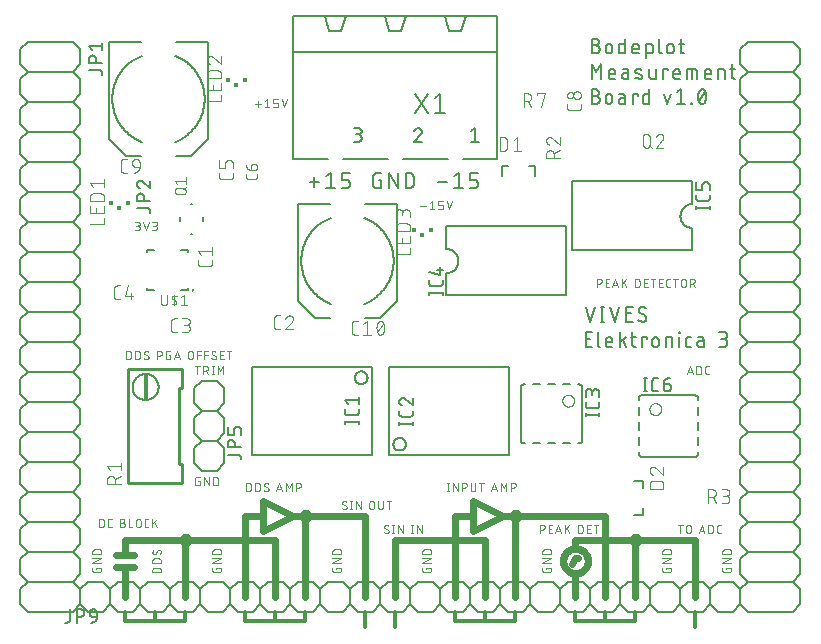
<source format=gbr>
G04 EAGLE Gerber RS-274X export*
G75*
%MOMM*%
%FSLAX34Y34*%
%LPD*%
%INSilkscreen Top*%
%IPPOS*%
%AMOC8*
5,1,8,0,0,1.08239X$1,22.5*%
G01*
%ADD10C,0.609600*%
%ADD11C,0.101600*%
%ADD12C,0.304800*%
%ADD13C,0.177800*%
%ADD14C,0.152400*%
%ADD15C,0.127000*%
%ADD16C,0.150000*%
%ADD17C,0.100000*%
%ADD18C,0.076200*%
%ADD19C,0.254000*%
%ADD20R,0.400000X2.100000*%
%ADD21C,0.050800*%
%ADD22R,0.325000X0.425000*%
%ADD23R,0.350000X0.350000*%
%ADD24C,0.203200*%


D10*
X152400Y25400D02*
X152400Y73660D01*
X228600Y73660D02*
X228600Y25400D01*
X101600Y25400D02*
X101600Y50800D01*
X93980Y50800D02*
X109220Y50800D01*
X101600Y60960D02*
X93980Y60960D01*
X101600Y60960D02*
X109220Y60960D01*
X101600Y60960D02*
X101600Y73660D01*
X152400Y73660D01*
X228600Y73660D01*
X203200Y93980D02*
X203200Y25400D01*
X203200Y93980D02*
X218440Y93980D01*
X218440Y106680D01*
X218440Y93980D02*
X218440Y81280D01*
X254000Y93980D02*
X304800Y93980D01*
X304800Y25400D01*
X254000Y25400D02*
X254000Y93980D01*
X243840Y93980D02*
X218440Y106680D01*
X243840Y93980D02*
X254000Y93980D01*
X243840Y93980D02*
X218440Y81280D01*
X381000Y73660D02*
X381000Y25400D01*
X330200Y25400D02*
X330200Y73660D01*
X381000Y73660D01*
X406400Y73660D01*
X406400Y25400D01*
X381000Y73660D02*
X381000Y93980D01*
X396240Y93980D01*
X396240Y81280D01*
X396240Y93980D02*
X396240Y106680D01*
X396240Y81280D02*
X421640Y93980D01*
X396240Y106680D01*
X421640Y93980D02*
X431800Y93980D01*
X431800Y25400D01*
X431800Y93980D02*
X508000Y93980D01*
X508000Y25400D01*
X482600Y25400D02*
X482600Y45720D01*
X533400Y25400D02*
X533400Y73660D01*
X584200Y73660D01*
X584200Y25400D01*
X533400Y73660D02*
X482600Y73660D01*
X482600Y66040D01*
X530860Y73660D02*
X530862Y73760D01*
X530868Y73861D01*
X530878Y73960D01*
X530892Y74060D01*
X530909Y74159D01*
X530931Y74257D01*
X530957Y74354D01*
X530986Y74450D01*
X531019Y74544D01*
X531056Y74638D01*
X531096Y74730D01*
X531140Y74820D01*
X531188Y74908D01*
X531239Y74995D01*
X531293Y75079D01*
X531351Y75161D01*
X531412Y75241D01*
X531476Y75318D01*
X531543Y75393D01*
X531613Y75465D01*
X531686Y75534D01*
X531761Y75600D01*
X531839Y75664D01*
X531919Y75724D01*
X532002Y75781D01*
X532087Y75834D01*
X532174Y75884D01*
X532263Y75931D01*
X532353Y75974D01*
X532445Y76014D01*
X532539Y76050D01*
X532634Y76082D01*
X532730Y76110D01*
X532828Y76135D01*
X532926Y76155D01*
X533025Y76172D01*
X533125Y76185D01*
X533224Y76194D01*
X533325Y76199D01*
X533425Y76200D01*
X533525Y76197D01*
X533626Y76190D01*
X533725Y76179D01*
X533825Y76164D01*
X533923Y76146D01*
X534021Y76123D01*
X534118Y76096D01*
X534213Y76066D01*
X534308Y76032D01*
X534401Y75994D01*
X534492Y75953D01*
X534582Y75908D01*
X534670Y75860D01*
X534756Y75808D01*
X534840Y75753D01*
X534921Y75694D01*
X535000Y75632D01*
X535077Y75568D01*
X535151Y75500D01*
X535222Y75429D01*
X535291Y75356D01*
X535356Y75280D01*
X535419Y75201D01*
X535478Y75120D01*
X535534Y75037D01*
X535587Y74952D01*
X535636Y74864D01*
X535682Y74775D01*
X535724Y74684D01*
X535763Y74591D01*
X535798Y74497D01*
X535829Y74402D01*
X535857Y74305D01*
X535880Y74208D01*
X535900Y74109D01*
X535916Y74010D01*
X535928Y73911D01*
X535936Y73810D01*
X535940Y73710D01*
X535940Y73610D01*
X535936Y73510D01*
X535928Y73409D01*
X535916Y73310D01*
X535900Y73211D01*
X535880Y73112D01*
X535857Y73015D01*
X535829Y72918D01*
X535798Y72823D01*
X535763Y72729D01*
X535724Y72636D01*
X535682Y72545D01*
X535636Y72456D01*
X535587Y72368D01*
X535534Y72283D01*
X535478Y72200D01*
X535419Y72119D01*
X535356Y72040D01*
X535291Y71964D01*
X535222Y71891D01*
X535151Y71820D01*
X535077Y71752D01*
X535000Y71688D01*
X534921Y71626D01*
X534840Y71567D01*
X534756Y71512D01*
X534670Y71460D01*
X534582Y71412D01*
X534492Y71367D01*
X534401Y71326D01*
X534308Y71288D01*
X534213Y71254D01*
X534118Y71224D01*
X534021Y71197D01*
X533923Y71174D01*
X533825Y71156D01*
X533725Y71141D01*
X533626Y71130D01*
X533525Y71123D01*
X533425Y71120D01*
X533325Y71121D01*
X533224Y71126D01*
X533125Y71135D01*
X533025Y71148D01*
X532926Y71165D01*
X532828Y71185D01*
X532730Y71210D01*
X532634Y71238D01*
X532539Y71270D01*
X532445Y71306D01*
X532353Y71346D01*
X532263Y71389D01*
X532174Y71436D01*
X532087Y71486D01*
X532002Y71539D01*
X531919Y71596D01*
X531839Y71656D01*
X531761Y71720D01*
X531686Y71786D01*
X531613Y71855D01*
X531543Y71927D01*
X531476Y72002D01*
X531412Y72079D01*
X531351Y72159D01*
X531293Y72241D01*
X531239Y72325D01*
X531188Y72412D01*
X531140Y72500D01*
X531096Y72590D01*
X531056Y72682D01*
X531019Y72776D01*
X530986Y72870D01*
X530957Y72966D01*
X530931Y73063D01*
X530909Y73161D01*
X530892Y73260D01*
X530878Y73360D01*
X530868Y73459D01*
X530862Y73560D01*
X530860Y73660D01*
X429260Y93980D02*
X429262Y94080D01*
X429268Y94181D01*
X429278Y94280D01*
X429292Y94380D01*
X429309Y94479D01*
X429331Y94577D01*
X429357Y94674D01*
X429386Y94770D01*
X429419Y94864D01*
X429456Y94958D01*
X429496Y95050D01*
X429540Y95140D01*
X429588Y95228D01*
X429639Y95315D01*
X429693Y95399D01*
X429751Y95481D01*
X429812Y95561D01*
X429876Y95638D01*
X429943Y95713D01*
X430013Y95785D01*
X430086Y95854D01*
X430161Y95920D01*
X430239Y95984D01*
X430319Y96044D01*
X430402Y96101D01*
X430487Y96154D01*
X430574Y96204D01*
X430663Y96251D01*
X430753Y96294D01*
X430845Y96334D01*
X430939Y96370D01*
X431034Y96402D01*
X431130Y96430D01*
X431228Y96455D01*
X431326Y96475D01*
X431425Y96492D01*
X431525Y96505D01*
X431624Y96514D01*
X431725Y96519D01*
X431825Y96520D01*
X431925Y96517D01*
X432026Y96510D01*
X432125Y96499D01*
X432225Y96484D01*
X432323Y96466D01*
X432421Y96443D01*
X432518Y96416D01*
X432613Y96386D01*
X432708Y96352D01*
X432801Y96314D01*
X432892Y96273D01*
X432982Y96228D01*
X433070Y96180D01*
X433156Y96128D01*
X433240Y96073D01*
X433321Y96014D01*
X433400Y95952D01*
X433477Y95888D01*
X433551Y95820D01*
X433622Y95749D01*
X433691Y95676D01*
X433756Y95600D01*
X433819Y95521D01*
X433878Y95440D01*
X433934Y95357D01*
X433987Y95272D01*
X434036Y95184D01*
X434082Y95095D01*
X434124Y95004D01*
X434163Y94911D01*
X434198Y94817D01*
X434229Y94722D01*
X434257Y94625D01*
X434280Y94528D01*
X434300Y94429D01*
X434316Y94330D01*
X434328Y94231D01*
X434336Y94130D01*
X434340Y94030D01*
X434340Y93930D01*
X434336Y93830D01*
X434328Y93729D01*
X434316Y93630D01*
X434300Y93531D01*
X434280Y93432D01*
X434257Y93335D01*
X434229Y93238D01*
X434198Y93143D01*
X434163Y93049D01*
X434124Y92956D01*
X434082Y92865D01*
X434036Y92776D01*
X433987Y92688D01*
X433934Y92603D01*
X433878Y92520D01*
X433819Y92439D01*
X433756Y92360D01*
X433691Y92284D01*
X433622Y92211D01*
X433551Y92140D01*
X433477Y92072D01*
X433400Y92008D01*
X433321Y91946D01*
X433240Y91887D01*
X433156Y91832D01*
X433070Y91780D01*
X432982Y91732D01*
X432892Y91687D01*
X432801Y91646D01*
X432708Y91608D01*
X432613Y91574D01*
X432518Y91544D01*
X432421Y91517D01*
X432323Y91494D01*
X432225Y91476D01*
X432125Y91461D01*
X432026Y91450D01*
X431925Y91443D01*
X431825Y91440D01*
X431725Y91441D01*
X431624Y91446D01*
X431525Y91455D01*
X431425Y91468D01*
X431326Y91485D01*
X431228Y91505D01*
X431130Y91530D01*
X431034Y91558D01*
X430939Y91590D01*
X430845Y91626D01*
X430753Y91666D01*
X430663Y91709D01*
X430574Y91756D01*
X430487Y91806D01*
X430402Y91859D01*
X430319Y91916D01*
X430239Y91976D01*
X430161Y92040D01*
X430086Y92106D01*
X430013Y92175D01*
X429943Y92247D01*
X429876Y92322D01*
X429812Y92399D01*
X429751Y92479D01*
X429693Y92561D01*
X429639Y92645D01*
X429588Y92732D01*
X429540Y92820D01*
X429496Y92910D01*
X429456Y93002D01*
X429419Y93096D01*
X429386Y93190D01*
X429357Y93286D01*
X429331Y93383D01*
X429309Y93481D01*
X429292Y93580D01*
X429278Y93680D01*
X429268Y93779D01*
X429262Y93880D01*
X429260Y93980D01*
X251460Y93980D02*
X251462Y94080D01*
X251468Y94181D01*
X251478Y94280D01*
X251492Y94380D01*
X251509Y94479D01*
X251531Y94577D01*
X251557Y94674D01*
X251586Y94770D01*
X251619Y94864D01*
X251656Y94958D01*
X251696Y95050D01*
X251740Y95140D01*
X251788Y95228D01*
X251839Y95315D01*
X251893Y95399D01*
X251951Y95481D01*
X252012Y95561D01*
X252076Y95638D01*
X252143Y95713D01*
X252213Y95785D01*
X252286Y95854D01*
X252361Y95920D01*
X252439Y95984D01*
X252519Y96044D01*
X252602Y96101D01*
X252687Y96154D01*
X252774Y96204D01*
X252863Y96251D01*
X252953Y96294D01*
X253045Y96334D01*
X253139Y96370D01*
X253234Y96402D01*
X253330Y96430D01*
X253428Y96455D01*
X253526Y96475D01*
X253625Y96492D01*
X253725Y96505D01*
X253824Y96514D01*
X253925Y96519D01*
X254025Y96520D01*
X254125Y96517D01*
X254226Y96510D01*
X254325Y96499D01*
X254425Y96484D01*
X254523Y96466D01*
X254621Y96443D01*
X254718Y96416D01*
X254813Y96386D01*
X254908Y96352D01*
X255001Y96314D01*
X255092Y96273D01*
X255182Y96228D01*
X255270Y96180D01*
X255356Y96128D01*
X255440Y96073D01*
X255521Y96014D01*
X255600Y95952D01*
X255677Y95888D01*
X255751Y95820D01*
X255822Y95749D01*
X255891Y95676D01*
X255956Y95600D01*
X256019Y95521D01*
X256078Y95440D01*
X256134Y95357D01*
X256187Y95272D01*
X256236Y95184D01*
X256282Y95095D01*
X256324Y95004D01*
X256363Y94911D01*
X256398Y94817D01*
X256429Y94722D01*
X256457Y94625D01*
X256480Y94528D01*
X256500Y94429D01*
X256516Y94330D01*
X256528Y94231D01*
X256536Y94130D01*
X256540Y94030D01*
X256540Y93930D01*
X256536Y93830D01*
X256528Y93729D01*
X256516Y93630D01*
X256500Y93531D01*
X256480Y93432D01*
X256457Y93335D01*
X256429Y93238D01*
X256398Y93143D01*
X256363Y93049D01*
X256324Y92956D01*
X256282Y92865D01*
X256236Y92776D01*
X256187Y92688D01*
X256134Y92603D01*
X256078Y92520D01*
X256019Y92439D01*
X255956Y92360D01*
X255891Y92284D01*
X255822Y92211D01*
X255751Y92140D01*
X255677Y92072D01*
X255600Y92008D01*
X255521Y91946D01*
X255440Y91887D01*
X255356Y91832D01*
X255270Y91780D01*
X255182Y91732D01*
X255092Y91687D01*
X255001Y91646D01*
X254908Y91608D01*
X254813Y91574D01*
X254718Y91544D01*
X254621Y91517D01*
X254523Y91494D01*
X254425Y91476D01*
X254325Y91461D01*
X254226Y91450D01*
X254125Y91443D01*
X254025Y91440D01*
X253925Y91441D01*
X253824Y91446D01*
X253725Y91455D01*
X253625Y91468D01*
X253526Y91485D01*
X253428Y91505D01*
X253330Y91530D01*
X253234Y91558D01*
X253139Y91590D01*
X253045Y91626D01*
X252953Y91666D01*
X252863Y91709D01*
X252774Y91756D01*
X252687Y91806D01*
X252602Y91859D01*
X252519Y91916D01*
X252439Y91976D01*
X252361Y92040D01*
X252286Y92106D01*
X252213Y92175D01*
X252143Y92247D01*
X252076Y92322D01*
X252012Y92399D01*
X251951Y92479D01*
X251893Y92561D01*
X251839Y92645D01*
X251788Y92732D01*
X251740Y92820D01*
X251696Y92910D01*
X251656Y93002D01*
X251619Y93096D01*
X251586Y93190D01*
X251557Y93286D01*
X251531Y93383D01*
X251509Y93481D01*
X251492Y93580D01*
X251478Y93680D01*
X251468Y93779D01*
X251462Y93880D01*
X251460Y93980D01*
X149860Y73660D02*
X149862Y73760D01*
X149868Y73861D01*
X149878Y73960D01*
X149892Y74060D01*
X149909Y74159D01*
X149931Y74257D01*
X149957Y74354D01*
X149986Y74450D01*
X150019Y74544D01*
X150056Y74638D01*
X150096Y74730D01*
X150140Y74820D01*
X150188Y74908D01*
X150239Y74995D01*
X150293Y75079D01*
X150351Y75161D01*
X150412Y75241D01*
X150476Y75318D01*
X150543Y75393D01*
X150613Y75465D01*
X150686Y75534D01*
X150761Y75600D01*
X150839Y75664D01*
X150919Y75724D01*
X151002Y75781D01*
X151087Y75834D01*
X151174Y75884D01*
X151263Y75931D01*
X151353Y75974D01*
X151445Y76014D01*
X151539Y76050D01*
X151634Y76082D01*
X151730Y76110D01*
X151828Y76135D01*
X151926Y76155D01*
X152025Y76172D01*
X152125Y76185D01*
X152224Y76194D01*
X152325Y76199D01*
X152425Y76200D01*
X152525Y76197D01*
X152626Y76190D01*
X152725Y76179D01*
X152825Y76164D01*
X152923Y76146D01*
X153021Y76123D01*
X153118Y76096D01*
X153213Y76066D01*
X153308Y76032D01*
X153401Y75994D01*
X153492Y75953D01*
X153582Y75908D01*
X153670Y75860D01*
X153756Y75808D01*
X153840Y75753D01*
X153921Y75694D01*
X154000Y75632D01*
X154077Y75568D01*
X154151Y75500D01*
X154222Y75429D01*
X154291Y75356D01*
X154356Y75280D01*
X154419Y75201D01*
X154478Y75120D01*
X154534Y75037D01*
X154587Y74952D01*
X154636Y74864D01*
X154682Y74775D01*
X154724Y74684D01*
X154763Y74591D01*
X154798Y74497D01*
X154829Y74402D01*
X154857Y74305D01*
X154880Y74208D01*
X154900Y74109D01*
X154916Y74010D01*
X154928Y73911D01*
X154936Y73810D01*
X154940Y73710D01*
X154940Y73610D01*
X154936Y73510D01*
X154928Y73409D01*
X154916Y73310D01*
X154900Y73211D01*
X154880Y73112D01*
X154857Y73015D01*
X154829Y72918D01*
X154798Y72823D01*
X154763Y72729D01*
X154724Y72636D01*
X154682Y72545D01*
X154636Y72456D01*
X154587Y72368D01*
X154534Y72283D01*
X154478Y72200D01*
X154419Y72119D01*
X154356Y72040D01*
X154291Y71964D01*
X154222Y71891D01*
X154151Y71820D01*
X154077Y71752D01*
X154000Y71688D01*
X153921Y71626D01*
X153840Y71567D01*
X153756Y71512D01*
X153670Y71460D01*
X153582Y71412D01*
X153492Y71367D01*
X153401Y71326D01*
X153308Y71288D01*
X153213Y71254D01*
X153118Y71224D01*
X153021Y71197D01*
X152923Y71174D01*
X152825Y71156D01*
X152725Y71141D01*
X152626Y71130D01*
X152525Y71123D01*
X152425Y71120D01*
X152325Y71121D01*
X152224Y71126D01*
X152125Y71135D01*
X152025Y71148D01*
X151926Y71165D01*
X151828Y71185D01*
X151730Y71210D01*
X151634Y71238D01*
X151539Y71270D01*
X151445Y71306D01*
X151353Y71346D01*
X151263Y71389D01*
X151174Y71436D01*
X151087Y71486D01*
X151002Y71539D01*
X150919Y71596D01*
X150839Y71656D01*
X150761Y71720D01*
X150686Y71786D01*
X150613Y71855D01*
X150543Y71927D01*
X150476Y72002D01*
X150412Y72079D01*
X150351Y72159D01*
X150293Y72241D01*
X150239Y72325D01*
X150188Y72412D01*
X150140Y72500D01*
X150096Y72590D01*
X150056Y72682D01*
X150019Y72776D01*
X149986Y72870D01*
X149957Y72966D01*
X149931Y73063D01*
X149909Y73161D01*
X149892Y73260D01*
X149878Y73360D01*
X149868Y73459D01*
X149862Y73560D01*
X149860Y73660D01*
X472127Y55880D02*
X472130Y56137D01*
X472140Y56394D01*
X472155Y56650D01*
X472177Y56907D01*
X472206Y57162D01*
X472240Y57417D01*
X472281Y57670D01*
X472328Y57923D01*
X472381Y58175D01*
X472441Y58425D01*
X472506Y58673D01*
X472578Y58920D01*
X472656Y59165D01*
X472739Y59408D01*
X472829Y59649D01*
X472924Y59888D01*
X473025Y60124D01*
X473133Y60358D01*
X473245Y60589D01*
X473364Y60817D01*
X473488Y61042D01*
X473617Y61264D01*
X473752Y61483D01*
X473892Y61698D01*
X474037Y61910D01*
X474188Y62119D01*
X474344Y62323D01*
X474504Y62524D01*
X474670Y62721D01*
X474840Y62913D01*
X475015Y63102D01*
X475194Y63286D01*
X475378Y63465D01*
X475567Y63640D01*
X475759Y63810D01*
X475956Y63976D01*
X476157Y64136D01*
X476361Y64292D01*
X476570Y64443D01*
X476782Y64588D01*
X476997Y64728D01*
X477216Y64863D01*
X477438Y64992D01*
X477663Y65116D01*
X477891Y65235D01*
X478122Y65347D01*
X478356Y65455D01*
X478592Y65556D01*
X478831Y65651D01*
X479072Y65741D01*
X479315Y65824D01*
X479560Y65902D01*
X479807Y65974D01*
X480055Y66039D01*
X480305Y66099D01*
X480557Y66152D01*
X480810Y66199D01*
X481063Y66240D01*
X481318Y66274D01*
X481573Y66303D01*
X481830Y66325D01*
X482086Y66340D01*
X482343Y66350D01*
X482600Y66353D01*
X482857Y66350D01*
X483114Y66340D01*
X483370Y66325D01*
X483627Y66303D01*
X483882Y66274D01*
X484137Y66240D01*
X484390Y66199D01*
X484643Y66152D01*
X484895Y66099D01*
X485145Y66039D01*
X485393Y65974D01*
X485640Y65902D01*
X485885Y65824D01*
X486128Y65741D01*
X486369Y65651D01*
X486608Y65556D01*
X486844Y65455D01*
X487078Y65347D01*
X487309Y65235D01*
X487537Y65116D01*
X487762Y64992D01*
X487984Y64863D01*
X488203Y64728D01*
X488418Y64588D01*
X488630Y64443D01*
X488839Y64292D01*
X489043Y64136D01*
X489244Y63976D01*
X489441Y63810D01*
X489633Y63640D01*
X489822Y63465D01*
X490006Y63286D01*
X490185Y63102D01*
X490360Y62913D01*
X490530Y62721D01*
X490696Y62524D01*
X490856Y62323D01*
X491012Y62119D01*
X491163Y61910D01*
X491308Y61698D01*
X491448Y61483D01*
X491583Y61264D01*
X491712Y61042D01*
X491836Y60817D01*
X491955Y60589D01*
X492067Y60358D01*
X492175Y60124D01*
X492276Y59888D01*
X492371Y59649D01*
X492461Y59408D01*
X492544Y59165D01*
X492622Y58920D01*
X492694Y58673D01*
X492759Y58425D01*
X492819Y58175D01*
X492872Y57923D01*
X492919Y57670D01*
X492960Y57417D01*
X492994Y57162D01*
X493023Y56907D01*
X493045Y56650D01*
X493060Y56394D01*
X493070Y56137D01*
X493073Y55880D01*
X493070Y55623D01*
X493060Y55366D01*
X493045Y55110D01*
X493023Y54853D01*
X492994Y54598D01*
X492960Y54343D01*
X492919Y54090D01*
X492872Y53837D01*
X492819Y53585D01*
X492759Y53335D01*
X492694Y53087D01*
X492622Y52840D01*
X492544Y52595D01*
X492461Y52352D01*
X492371Y52111D01*
X492276Y51872D01*
X492175Y51636D01*
X492067Y51402D01*
X491955Y51171D01*
X491836Y50943D01*
X491712Y50718D01*
X491583Y50496D01*
X491448Y50277D01*
X491308Y50062D01*
X491163Y49850D01*
X491012Y49641D01*
X490856Y49437D01*
X490696Y49236D01*
X490530Y49039D01*
X490360Y48847D01*
X490185Y48658D01*
X490006Y48474D01*
X489822Y48295D01*
X489633Y48120D01*
X489441Y47950D01*
X489244Y47784D01*
X489043Y47624D01*
X488839Y47468D01*
X488630Y47317D01*
X488418Y47172D01*
X488203Y47032D01*
X487984Y46897D01*
X487762Y46768D01*
X487537Y46644D01*
X487309Y46525D01*
X487078Y46413D01*
X486844Y46305D01*
X486608Y46204D01*
X486369Y46109D01*
X486128Y46019D01*
X485885Y45936D01*
X485640Y45858D01*
X485393Y45786D01*
X485145Y45721D01*
X484895Y45661D01*
X484643Y45608D01*
X484390Y45561D01*
X484137Y45520D01*
X483882Y45486D01*
X483627Y45457D01*
X483370Y45435D01*
X483114Y45420D01*
X482857Y45410D01*
X482600Y45407D01*
X482343Y45410D01*
X482086Y45420D01*
X481830Y45435D01*
X481573Y45457D01*
X481318Y45486D01*
X481063Y45520D01*
X480810Y45561D01*
X480557Y45608D01*
X480305Y45661D01*
X480055Y45721D01*
X479807Y45786D01*
X479560Y45858D01*
X479315Y45936D01*
X479072Y46019D01*
X478831Y46109D01*
X478592Y46204D01*
X478356Y46305D01*
X478122Y46413D01*
X477891Y46525D01*
X477663Y46644D01*
X477438Y46768D01*
X477216Y46897D01*
X476997Y47032D01*
X476782Y47172D01*
X476570Y47317D01*
X476361Y47468D01*
X476157Y47624D01*
X475956Y47784D01*
X475759Y47950D01*
X475567Y48120D01*
X475378Y48295D01*
X475194Y48474D01*
X475015Y48658D01*
X474840Y48847D01*
X474670Y49039D01*
X474504Y49236D01*
X474344Y49437D01*
X474188Y49641D01*
X474037Y49850D01*
X473892Y50062D01*
X473752Y50277D01*
X473617Y50496D01*
X473488Y50718D01*
X473364Y50943D01*
X473245Y51171D01*
X473133Y51402D01*
X473025Y51636D01*
X472924Y51872D01*
X472829Y52111D01*
X472739Y52352D01*
X472656Y52595D01*
X472578Y52840D01*
X472506Y53087D01*
X472441Y53335D01*
X472381Y53585D01*
X472328Y53837D01*
X472281Y54090D01*
X472240Y54343D01*
X472206Y54598D01*
X472177Y54853D01*
X472155Y55110D01*
X472140Y55366D01*
X472130Y55623D01*
X472127Y55880D01*
X480060Y53340D02*
X482600Y58420D01*
X485140Y58420D01*
D11*
X76821Y50179D02*
X76821Y48994D01*
X76821Y50179D02*
X80772Y50179D01*
X80772Y47808D01*
X80770Y47730D01*
X80764Y47653D01*
X80755Y47576D01*
X80742Y47500D01*
X80725Y47424D01*
X80704Y47349D01*
X80680Y47276D01*
X80652Y47203D01*
X80620Y47132D01*
X80585Y47063D01*
X80547Y46996D01*
X80506Y46930D01*
X80461Y46867D01*
X80413Y46806D01*
X80363Y46747D01*
X80309Y46691D01*
X80253Y46637D01*
X80194Y46587D01*
X80133Y46539D01*
X80070Y46494D01*
X80004Y46453D01*
X79937Y46415D01*
X79868Y46380D01*
X79797Y46348D01*
X79724Y46320D01*
X79651Y46296D01*
X79576Y46275D01*
X79500Y46258D01*
X79424Y46245D01*
X79347Y46236D01*
X79270Y46230D01*
X79192Y46228D01*
X75240Y46228D01*
X75162Y46230D01*
X75085Y46236D01*
X75008Y46245D01*
X74932Y46258D01*
X74856Y46275D01*
X74781Y46296D01*
X74707Y46320D01*
X74635Y46348D01*
X74564Y46380D01*
X74495Y46415D01*
X74427Y46453D01*
X74362Y46494D01*
X74298Y46539D01*
X74237Y46587D01*
X74178Y46638D01*
X74122Y46691D01*
X74069Y46747D01*
X74018Y46806D01*
X73970Y46867D01*
X73925Y46931D01*
X73884Y46996D01*
X73846Y47064D01*
X73811Y47133D01*
X73779Y47204D01*
X73751Y47276D01*
X73727Y47350D01*
X73706Y47425D01*
X73689Y47501D01*
X73676Y47577D01*
X73667Y47654D01*
X73661Y47731D01*
X73659Y47809D01*
X73660Y47808D02*
X73660Y50179D01*
X73660Y54031D02*
X80772Y54031D01*
X80772Y57982D02*
X73660Y54031D01*
X73660Y57982D02*
X80772Y57982D01*
X80772Y61834D02*
X73660Y61834D01*
X73660Y63809D01*
X73662Y63895D01*
X73668Y63981D01*
X73677Y64067D01*
X73690Y64152D01*
X73707Y64237D01*
X73727Y64320D01*
X73751Y64403D01*
X73779Y64485D01*
X73810Y64565D01*
X73845Y64644D01*
X73883Y64721D01*
X73925Y64797D01*
X73969Y64871D01*
X74017Y64942D01*
X74068Y65012D01*
X74122Y65079D01*
X74179Y65144D01*
X74239Y65206D01*
X74301Y65266D01*
X74366Y65323D01*
X74433Y65377D01*
X74503Y65428D01*
X74574Y65476D01*
X74648Y65520D01*
X74724Y65562D01*
X74801Y65600D01*
X74880Y65635D01*
X74960Y65666D01*
X75042Y65694D01*
X75125Y65718D01*
X75208Y65738D01*
X75293Y65755D01*
X75378Y65768D01*
X75464Y65777D01*
X75550Y65783D01*
X75636Y65785D01*
X78796Y65785D01*
X78882Y65783D01*
X78968Y65777D01*
X79054Y65768D01*
X79139Y65755D01*
X79224Y65738D01*
X79307Y65718D01*
X79390Y65694D01*
X79472Y65666D01*
X79552Y65635D01*
X79631Y65600D01*
X79708Y65562D01*
X79784Y65520D01*
X79858Y65476D01*
X79929Y65428D01*
X79999Y65377D01*
X80066Y65323D01*
X80131Y65266D01*
X80193Y65206D01*
X80253Y65144D01*
X80310Y65079D01*
X80364Y65012D01*
X80415Y64942D01*
X80463Y64871D01*
X80507Y64797D01*
X80549Y64721D01*
X80587Y64644D01*
X80622Y64565D01*
X80653Y64485D01*
X80681Y64403D01*
X80705Y64320D01*
X80725Y64237D01*
X80742Y64152D01*
X80755Y64067D01*
X80764Y63981D01*
X80770Y63895D01*
X80772Y63809D01*
X80772Y61834D01*
X178421Y50179D02*
X178421Y48994D01*
X178421Y50179D02*
X182372Y50179D01*
X182372Y47808D01*
X182370Y47730D01*
X182364Y47653D01*
X182355Y47576D01*
X182342Y47500D01*
X182325Y47424D01*
X182304Y47349D01*
X182280Y47276D01*
X182252Y47203D01*
X182220Y47132D01*
X182185Y47063D01*
X182147Y46996D01*
X182106Y46930D01*
X182061Y46867D01*
X182013Y46806D01*
X181963Y46747D01*
X181909Y46691D01*
X181853Y46637D01*
X181794Y46587D01*
X181733Y46539D01*
X181670Y46494D01*
X181604Y46453D01*
X181537Y46415D01*
X181468Y46380D01*
X181397Y46348D01*
X181324Y46320D01*
X181251Y46296D01*
X181176Y46275D01*
X181100Y46258D01*
X181024Y46245D01*
X180947Y46236D01*
X180870Y46230D01*
X180792Y46228D01*
X176840Y46228D01*
X176762Y46230D01*
X176685Y46236D01*
X176608Y46245D01*
X176532Y46258D01*
X176456Y46275D01*
X176381Y46296D01*
X176307Y46320D01*
X176235Y46348D01*
X176164Y46380D01*
X176095Y46415D01*
X176027Y46453D01*
X175962Y46494D01*
X175898Y46539D01*
X175837Y46587D01*
X175778Y46638D01*
X175722Y46691D01*
X175669Y46747D01*
X175618Y46806D01*
X175570Y46867D01*
X175525Y46931D01*
X175484Y46996D01*
X175446Y47064D01*
X175411Y47133D01*
X175379Y47204D01*
X175351Y47276D01*
X175327Y47350D01*
X175306Y47425D01*
X175289Y47501D01*
X175276Y47577D01*
X175267Y47654D01*
X175261Y47731D01*
X175259Y47809D01*
X175260Y47808D02*
X175260Y50179D01*
X175260Y54031D02*
X182372Y54031D01*
X182372Y57982D02*
X175260Y54031D01*
X175260Y57982D02*
X182372Y57982D01*
X182372Y61834D02*
X175260Y61834D01*
X175260Y63809D01*
X175262Y63895D01*
X175268Y63981D01*
X175277Y64067D01*
X175290Y64152D01*
X175307Y64237D01*
X175327Y64320D01*
X175351Y64403D01*
X175379Y64485D01*
X175410Y64565D01*
X175445Y64644D01*
X175483Y64721D01*
X175525Y64797D01*
X175569Y64871D01*
X175617Y64942D01*
X175668Y65012D01*
X175722Y65079D01*
X175779Y65144D01*
X175839Y65206D01*
X175901Y65266D01*
X175966Y65323D01*
X176033Y65377D01*
X176103Y65428D01*
X176174Y65476D01*
X176248Y65520D01*
X176324Y65562D01*
X176401Y65600D01*
X176480Y65635D01*
X176560Y65666D01*
X176642Y65694D01*
X176725Y65718D01*
X176808Y65738D01*
X176893Y65755D01*
X176978Y65768D01*
X177064Y65777D01*
X177150Y65783D01*
X177236Y65785D01*
X180396Y65785D01*
X180482Y65783D01*
X180568Y65777D01*
X180654Y65768D01*
X180739Y65755D01*
X180824Y65738D01*
X180907Y65718D01*
X180990Y65694D01*
X181072Y65666D01*
X181152Y65635D01*
X181231Y65600D01*
X181308Y65562D01*
X181384Y65520D01*
X181458Y65476D01*
X181529Y65428D01*
X181599Y65377D01*
X181666Y65323D01*
X181731Y65266D01*
X181793Y65206D01*
X181853Y65144D01*
X181910Y65079D01*
X181964Y65012D01*
X182015Y64942D01*
X182063Y64871D01*
X182107Y64797D01*
X182149Y64721D01*
X182187Y64644D01*
X182222Y64565D01*
X182253Y64485D01*
X182281Y64403D01*
X182305Y64320D01*
X182325Y64237D01*
X182342Y64152D01*
X182355Y64067D01*
X182364Y63981D01*
X182370Y63895D01*
X182372Y63809D01*
X182372Y61834D01*
X280021Y50179D02*
X280021Y48994D01*
X280021Y50179D02*
X283972Y50179D01*
X283972Y47808D01*
X283970Y47730D01*
X283964Y47653D01*
X283955Y47576D01*
X283942Y47500D01*
X283925Y47424D01*
X283904Y47349D01*
X283880Y47276D01*
X283852Y47203D01*
X283820Y47132D01*
X283785Y47063D01*
X283747Y46996D01*
X283706Y46930D01*
X283661Y46867D01*
X283613Y46806D01*
X283563Y46747D01*
X283509Y46691D01*
X283453Y46637D01*
X283394Y46587D01*
X283333Y46539D01*
X283270Y46494D01*
X283204Y46453D01*
X283137Y46415D01*
X283068Y46380D01*
X282997Y46348D01*
X282924Y46320D01*
X282851Y46296D01*
X282776Y46275D01*
X282700Y46258D01*
X282624Y46245D01*
X282547Y46236D01*
X282470Y46230D01*
X282392Y46228D01*
X278440Y46228D01*
X278362Y46230D01*
X278285Y46236D01*
X278208Y46245D01*
X278132Y46258D01*
X278056Y46275D01*
X277981Y46296D01*
X277907Y46320D01*
X277835Y46348D01*
X277764Y46380D01*
X277695Y46415D01*
X277627Y46453D01*
X277562Y46494D01*
X277498Y46539D01*
X277437Y46587D01*
X277378Y46638D01*
X277322Y46691D01*
X277269Y46747D01*
X277218Y46806D01*
X277170Y46867D01*
X277125Y46931D01*
X277084Y46996D01*
X277046Y47064D01*
X277011Y47133D01*
X276979Y47204D01*
X276951Y47276D01*
X276927Y47350D01*
X276906Y47425D01*
X276889Y47501D01*
X276876Y47577D01*
X276867Y47654D01*
X276861Y47731D01*
X276859Y47809D01*
X276860Y47808D02*
X276860Y50179D01*
X276860Y54031D02*
X283972Y54031D01*
X283972Y57982D02*
X276860Y54031D01*
X276860Y57982D02*
X283972Y57982D01*
X283972Y61834D02*
X276860Y61834D01*
X276860Y63809D01*
X276862Y63895D01*
X276868Y63981D01*
X276877Y64067D01*
X276890Y64152D01*
X276907Y64237D01*
X276927Y64320D01*
X276951Y64403D01*
X276979Y64485D01*
X277010Y64565D01*
X277045Y64644D01*
X277083Y64721D01*
X277125Y64797D01*
X277169Y64871D01*
X277217Y64942D01*
X277268Y65012D01*
X277322Y65079D01*
X277379Y65144D01*
X277439Y65206D01*
X277501Y65266D01*
X277566Y65323D01*
X277633Y65377D01*
X277703Y65428D01*
X277774Y65476D01*
X277848Y65520D01*
X277924Y65562D01*
X278001Y65600D01*
X278080Y65635D01*
X278160Y65666D01*
X278242Y65694D01*
X278325Y65718D01*
X278408Y65738D01*
X278493Y65755D01*
X278578Y65768D01*
X278664Y65777D01*
X278750Y65783D01*
X278836Y65785D01*
X281996Y65785D01*
X282082Y65783D01*
X282168Y65777D01*
X282254Y65768D01*
X282339Y65755D01*
X282424Y65738D01*
X282507Y65718D01*
X282590Y65694D01*
X282672Y65666D01*
X282752Y65635D01*
X282831Y65600D01*
X282908Y65562D01*
X282984Y65520D01*
X283058Y65476D01*
X283129Y65428D01*
X283199Y65377D01*
X283266Y65323D01*
X283331Y65266D01*
X283393Y65206D01*
X283453Y65144D01*
X283510Y65079D01*
X283564Y65012D01*
X283615Y64942D01*
X283663Y64871D01*
X283707Y64797D01*
X283749Y64721D01*
X283787Y64644D01*
X283822Y64565D01*
X283853Y64485D01*
X283881Y64403D01*
X283905Y64320D01*
X283925Y64237D01*
X283942Y64152D01*
X283955Y64067D01*
X283964Y63981D01*
X283970Y63895D01*
X283972Y63809D01*
X283972Y61834D01*
X356221Y50179D02*
X356221Y48994D01*
X356221Y50179D02*
X360172Y50179D01*
X360172Y47808D01*
X360170Y47730D01*
X360164Y47653D01*
X360155Y47576D01*
X360142Y47500D01*
X360125Y47424D01*
X360104Y47349D01*
X360080Y47276D01*
X360052Y47203D01*
X360020Y47132D01*
X359985Y47063D01*
X359947Y46996D01*
X359906Y46930D01*
X359861Y46867D01*
X359813Y46806D01*
X359763Y46747D01*
X359709Y46691D01*
X359653Y46637D01*
X359594Y46587D01*
X359533Y46539D01*
X359470Y46494D01*
X359404Y46453D01*
X359337Y46415D01*
X359268Y46380D01*
X359197Y46348D01*
X359124Y46320D01*
X359051Y46296D01*
X358976Y46275D01*
X358900Y46258D01*
X358824Y46245D01*
X358747Y46236D01*
X358670Y46230D01*
X358592Y46228D01*
X354640Y46228D01*
X354562Y46230D01*
X354485Y46236D01*
X354408Y46245D01*
X354332Y46258D01*
X354256Y46275D01*
X354181Y46296D01*
X354107Y46320D01*
X354035Y46348D01*
X353964Y46380D01*
X353895Y46415D01*
X353827Y46453D01*
X353762Y46494D01*
X353698Y46539D01*
X353637Y46587D01*
X353578Y46638D01*
X353522Y46691D01*
X353469Y46747D01*
X353418Y46806D01*
X353370Y46867D01*
X353325Y46931D01*
X353284Y46996D01*
X353246Y47064D01*
X353211Y47133D01*
X353179Y47204D01*
X353151Y47276D01*
X353127Y47350D01*
X353106Y47425D01*
X353089Y47501D01*
X353076Y47577D01*
X353067Y47654D01*
X353061Y47731D01*
X353059Y47809D01*
X353060Y47808D02*
X353060Y50179D01*
X353060Y54031D02*
X360172Y54031D01*
X360172Y57982D02*
X353060Y54031D01*
X353060Y57982D02*
X360172Y57982D01*
X360172Y61834D02*
X353060Y61834D01*
X353060Y63809D01*
X353062Y63895D01*
X353068Y63981D01*
X353077Y64067D01*
X353090Y64152D01*
X353107Y64237D01*
X353127Y64320D01*
X353151Y64403D01*
X353179Y64485D01*
X353210Y64565D01*
X353245Y64644D01*
X353283Y64721D01*
X353325Y64797D01*
X353369Y64871D01*
X353417Y64942D01*
X353468Y65012D01*
X353522Y65079D01*
X353579Y65144D01*
X353639Y65206D01*
X353701Y65266D01*
X353766Y65323D01*
X353833Y65377D01*
X353903Y65428D01*
X353974Y65476D01*
X354048Y65520D01*
X354124Y65562D01*
X354201Y65600D01*
X354280Y65635D01*
X354360Y65666D01*
X354442Y65694D01*
X354525Y65718D01*
X354608Y65738D01*
X354693Y65755D01*
X354778Y65768D01*
X354864Y65777D01*
X354950Y65783D01*
X355036Y65785D01*
X358196Y65785D01*
X358282Y65783D01*
X358368Y65777D01*
X358454Y65768D01*
X358539Y65755D01*
X358624Y65738D01*
X358707Y65718D01*
X358790Y65694D01*
X358872Y65666D01*
X358952Y65635D01*
X359031Y65600D01*
X359108Y65562D01*
X359184Y65520D01*
X359258Y65476D01*
X359329Y65428D01*
X359399Y65377D01*
X359466Y65323D01*
X359531Y65266D01*
X359593Y65206D01*
X359653Y65144D01*
X359710Y65079D01*
X359764Y65012D01*
X359815Y64942D01*
X359863Y64871D01*
X359907Y64797D01*
X359949Y64721D01*
X359987Y64644D01*
X360022Y64565D01*
X360053Y64485D01*
X360081Y64403D01*
X360105Y64320D01*
X360125Y64237D01*
X360142Y64152D01*
X360155Y64067D01*
X360164Y63981D01*
X360170Y63895D01*
X360172Y63809D01*
X360172Y61834D01*
X457821Y50179D02*
X457821Y48994D01*
X457821Y50179D02*
X461772Y50179D01*
X461772Y47808D01*
X461770Y47730D01*
X461764Y47653D01*
X461755Y47576D01*
X461742Y47500D01*
X461725Y47424D01*
X461704Y47349D01*
X461680Y47276D01*
X461652Y47203D01*
X461620Y47132D01*
X461585Y47063D01*
X461547Y46996D01*
X461506Y46930D01*
X461461Y46867D01*
X461413Y46806D01*
X461363Y46747D01*
X461309Y46691D01*
X461253Y46637D01*
X461194Y46587D01*
X461133Y46539D01*
X461070Y46494D01*
X461004Y46453D01*
X460937Y46415D01*
X460868Y46380D01*
X460797Y46348D01*
X460724Y46320D01*
X460651Y46296D01*
X460576Y46275D01*
X460500Y46258D01*
X460424Y46245D01*
X460347Y46236D01*
X460270Y46230D01*
X460192Y46228D01*
X456240Y46228D01*
X456162Y46230D01*
X456085Y46236D01*
X456008Y46245D01*
X455932Y46258D01*
X455856Y46275D01*
X455781Y46296D01*
X455707Y46320D01*
X455635Y46348D01*
X455564Y46380D01*
X455495Y46415D01*
X455427Y46453D01*
X455362Y46494D01*
X455298Y46539D01*
X455237Y46587D01*
X455178Y46638D01*
X455122Y46691D01*
X455069Y46747D01*
X455018Y46806D01*
X454970Y46867D01*
X454925Y46931D01*
X454884Y46996D01*
X454846Y47064D01*
X454811Y47133D01*
X454779Y47204D01*
X454751Y47276D01*
X454727Y47350D01*
X454706Y47425D01*
X454689Y47501D01*
X454676Y47577D01*
X454667Y47654D01*
X454661Y47731D01*
X454659Y47809D01*
X454660Y47808D02*
X454660Y50179D01*
X454660Y54031D02*
X461772Y54031D01*
X461772Y57982D02*
X454660Y54031D01*
X454660Y57982D02*
X461772Y57982D01*
X461772Y61834D02*
X454660Y61834D01*
X454660Y63809D01*
X454662Y63895D01*
X454668Y63981D01*
X454677Y64067D01*
X454690Y64152D01*
X454707Y64237D01*
X454727Y64320D01*
X454751Y64403D01*
X454779Y64485D01*
X454810Y64565D01*
X454845Y64644D01*
X454883Y64721D01*
X454925Y64797D01*
X454969Y64871D01*
X455017Y64942D01*
X455068Y65012D01*
X455122Y65079D01*
X455179Y65144D01*
X455239Y65206D01*
X455301Y65266D01*
X455366Y65323D01*
X455433Y65377D01*
X455503Y65428D01*
X455574Y65476D01*
X455648Y65520D01*
X455724Y65562D01*
X455801Y65600D01*
X455880Y65635D01*
X455960Y65666D01*
X456042Y65694D01*
X456125Y65718D01*
X456208Y65738D01*
X456293Y65755D01*
X456378Y65768D01*
X456464Y65777D01*
X456550Y65783D01*
X456636Y65785D01*
X459796Y65785D01*
X459882Y65783D01*
X459968Y65777D01*
X460054Y65768D01*
X460139Y65755D01*
X460224Y65738D01*
X460307Y65718D01*
X460390Y65694D01*
X460472Y65666D01*
X460552Y65635D01*
X460631Y65600D01*
X460708Y65562D01*
X460784Y65520D01*
X460858Y65476D01*
X460929Y65428D01*
X460999Y65377D01*
X461066Y65323D01*
X461131Y65266D01*
X461193Y65206D01*
X461253Y65144D01*
X461310Y65079D01*
X461364Y65012D01*
X461415Y64942D01*
X461463Y64871D01*
X461507Y64797D01*
X461549Y64721D01*
X461587Y64644D01*
X461622Y64565D01*
X461653Y64485D01*
X461681Y64403D01*
X461705Y64320D01*
X461725Y64237D01*
X461742Y64152D01*
X461755Y64067D01*
X461764Y63981D01*
X461770Y63895D01*
X461772Y63809D01*
X461772Y61834D01*
X559421Y50179D02*
X559421Y48994D01*
X559421Y50179D02*
X563372Y50179D01*
X563372Y47808D01*
X563370Y47730D01*
X563364Y47653D01*
X563355Y47576D01*
X563342Y47500D01*
X563325Y47424D01*
X563304Y47349D01*
X563280Y47276D01*
X563252Y47203D01*
X563220Y47132D01*
X563185Y47063D01*
X563147Y46996D01*
X563106Y46930D01*
X563061Y46867D01*
X563013Y46806D01*
X562963Y46747D01*
X562909Y46691D01*
X562853Y46637D01*
X562794Y46587D01*
X562733Y46539D01*
X562670Y46494D01*
X562604Y46453D01*
X562537Y46415D01*
X562468Y46380D01*
X562397Y46348D01*
X562324Y46320D01*
X562251Y46296D01*
X562176Y46275D01*
X562100Y46258D01*
X562024Y46245D01*
X561947Y46236D01*
X561870Y46230D01*
X561792Y46228D01*
X557840Y46228D01*
X557762Y46230D01*
X557685Y46236D01*
X557608Y46245D01*
X557532Y46258D01*
X557456Y46275D01*
X557381Y46296D01*
X557307Y46320D01*
X557235Y46348D01*
X557164Y46380D01*
X557095Y46415D01*
X557027Y46453D01*
X556962Y46494D01*
X556898Y46539D01*
X556837Y46587D01*
X556778Y46638D01*
X556722Y46691D01*
X556669Y46747D01*
X556618Y46806D01*
X556570Y46867D01*
X556525Y46931D01*
X556484Y46996D01*
X556446Y47064D01*
X556411Y47133D01*
X556379Y47204D01*
X556351Y47276D01*
X556327Y47350D01*
X556306Y47425D01*
X556289Y47501D01*
X556276Y47577D01*
X556267Y47654D01*
X556261Y47731D01*
X556259Y47809D01*
X556260Y47808D02*
X556260Y50179D01*
X556260Y54031D02*
X563372Y54031D01*
X563372Y57982D02*
X556260Y54031D01*
X556260Y57982D02*
X563372Y57982D01*
X563372Y61834D02*
X556260Y61834D01*
X556260Y63809D01*
X556262Y63895D01*
X556268Y63981D01*
X556277Y64067D01*
X556290Y64152D01*
X556307Y64237D01*
X556327Y64320D01*
X556351Y64403D01*
X556379Y64485D01*
X556410Y64565D01*
X556445Y64644D01*
X556483Y64721D01*
X556525Y64797D01*
X556569Y64871D01*
X556617Y64942D01*
X556668Y65012D01*
X556722Y65079D01*
X556779Y65144D01*
X556839Y65206D01*
X556901Y65266D01*
X556966Y65323D01*
X557033Y65377D01*
X557103Y65428D01*
X557174Y65476D01*
X557248Y65520D01*
X557324Y65562D01*
X557401Y65600D01*
X557480Y65635D01*
X557560Y65666D01*
X557642Y65694D01*
X557725Y65718D01*
X557808Y65738D01*
X557893Y65755D01*
X557978Y65768D01*
X558064Y65777D01*
X558150Y65783D01*
X558236Y65785D01*
X561396Y65785D01*
X561482Y65783D01*
X561568Y65777D01*
X561654Y65768D01*
X561739Y65755D01*
X561824Y65738D01*
X561907Y65718D01*
X561990Y65694D01*
X562072Y65666D01*
X562152Y65635D01*
X562231Y65600D01*
X562308Y65562D01*
X562384Y65520D01*
X562458Y65476D01*
X562529Y65428D01*
X562599Y65377D01*
X562666Y65323D01*
X562731Y65266D01*
X562793Y65206D01*
X562853Y65144D01*
X562910Y65079D01*
X562964Y65012D01*
X563015Y64942D01*
X563063Y64871D01*
X563107Y64797D01*
X563149Y64721D01*
X563187Y64644D01*
X563222Y64565D01*
X563253Y64485D01*
X563281Y64403D01*
X563305Y64320D01*
X563325Y64237D01*
X563342Y64152D01*
X563355Y64067D01*
X563364Y63981D01*
X563370Y63895D01*
X563372Y63809D01*
X563372Y61834D01*
X610221Y50179D02*
X610221Y48994D01*
X610221Y50179D02*
X614172Y50179D01*
X614172Y47808D01*
X614170Y47730D01*
X614164Y47653D01*
X614155Y47576D01*
X614142Y47500D01*
X614125Y47424D01*
X614104Y47349D01*
X614080Y47276D01*
X614052Y47203D01*
X614020Y47132D01*
X613985Y47063D01*
X613947Y46996D01*
X613906Y46930D01*
X613861Y46867D01*
X613813Y46806D01*
X613763Y46747D01*
X613709Y46691D01*
X613653Y46637D01*
X613594Y46587D01*
X613533Y46539D01*
X613470Y46494D01*
X613404Y46453D01*
X613337Y46415D01*
X613268Y46380D01*
X613197Y46348D01*
X613124Y46320D01*
X613051Y46296D01*
X612976Y46275D01*
X612900Y46258D01*
X612824Y46245D01*
X612747Y46236D01*
X612670Y46230D01*
X612592Y46228D01*
X608640Y46228D01*
X608562Y46230D01*
X608485Y46236D01*
X608408Y46245D01*
X608332Y46258D01*
X608256Y46275D01*
X608181Y46296D01*
X608107Y46320D01*
X608035Y46348D01*
X607964Y46380D01*
X607895Y46415D01*
X607827Y46453D01*
X607762Y46494D01*
X607698Y46539D01*
X607637Y46587D01*
X607578Y46638D01*
X607522Y46691D01*
X607469Y46747D01*
X607418Y46806D01*
X607370Y46867D01*
X607325Y46931D01*
X607284Y46996D01*
X607246Y47064D01*
X607211Y47133D01*
X607179Y47204D01*
X607151Y47276D01*
X607127Y47350D01*
X607106Y47425D01*
X607089Y47501D01*
X607076Y47577D01*
X607067Y47654D01*
X607061Y47731D01*
X607059Y47809D01*
X607060Y47808D02*
X607060Y50179D01*
X607060Y54031D02*
X614172Y54031D01*
X614172Y57982D02*
X607060Y54031D01*
X607060Y57982D02*
X614172Y57982D01*
X614172Y61834D02*
X607060Y61834D01*
X607060Y63809D01*
X607062Y63895D01*
X607068Y63981D01*
X607077Y64067D01*
X607090Y64152D01*
X607107Y64237D01*
X607127Y64320D01*
X607151Y64403D01*
X607179Y64485D01*
X607210Y64565D01*
X607245Y64644D01*
X607283Y64721D01*
X607325Y64797D01*
X607369Y64871D01*
X607417Y64942D01*
X607468Y65012D01*
X607522Y65079D01*
X607579Y65144D01*
X607639Y65206D01*
X607701Y65266D01*
X607766Y65323D01*
X607833Y65377D01*
X607903Y65428D01*
X607974Y65476D01*
X608048Y65520D01*
X608124Y65562D01*
X608201Y65600D01*
X608280Y65635D01*
X608360Y65666D01*
X608442Y65694D01*
X608525Y65718D01*
X608608Y65738D01*
X608693Y65755D01*
X608778Y65768D01*
X608864Y65777D01*
X608950Y65783D01*
X609036Y65785D01*
X612196Y65785D01*
X612282Y65783D01*
X612368Y65777D01*
X612454Y65768D01*
X612539Y65755D01*
X612624Y65738D01*
X612707Y65718D01*
X612790Y65694D01*
X612872Y65666D01*
X612952Y65635D01*
X613031Y65600D01*
X613108Y65562D01*
X613184Y65520D01*
X613258Y65476D01*
X613329Y65428D01*
X613399Y65377D01*
X613466Y65323D01*
X613531Y65266D01*
X613593Y65206D01*
X613653Y65144D01*
X613710Y65079D01*
X613764Y65012D01*
X613815Y64942D01*
X613863Y64871D01*
X613907Y64797D01*
X613949Y64721D01*
X613987Y64644D01*
X614022Y64565D01*
X614053Y64485D01*
X614081Y64403D01*
X614105Y64320D01*
X614125Y64237D01*
X614142Y64152D01*
X614155Y64067D01*
X614164Y63981D01*
X614170Y63895D01*
X614172Y63809D01*
X614172Y61834D01*
X131572Y46228D02*
X124460Y46228D01*
X124460Y48204D01*
X124462Y48290D01*
X124468Y48376D01*
X124477Y48462D01*
X124490Y48547D01*
X124507Y48632D01*
X124527Y48715D01*
X124551Y48798D01*
X124579Y48880D01*
X124610Y48960D01*
X124645Y49039D01*
X124683Y49116D01*
X124725Y49192D01*
X124769Y49266D01*
X124817Y49337D01*
X124868Y49407D01*
X124922Y49474D01*
X124979Y49539D01*
X125039Y49601D01*
X125101Y49661D01*
X125166Y49718D01*
X125233Y49772D01*
X125303Y49823D01*
X125374Y49871D01*
X125448Y49915D01*
X125524Y49957D01*
X125601Y49995D01*
X125680Y50030D01*
X125760Y50061D01*
X125842Y50089D01*
X125925Y50113D01*
X126008Y50133D01*
X126093Y50150D01*
X126178Y50163D01*
X126264Y50172D01*
X126350Y50178D01*
X126436Y50180D01*
X126436Y50179D02*
X129596Y50179D01*
X129596Y50180D02*
X129682Y50178D01*
X129768Y50172D01*
X129854Y50163D01*
X129939Y50150D01*
X130024Y50133D01*
X130107Y50113D01*
X130190Y50089D01*
X130272Y50061D01*
X130352Y50030D01*
X130431Y49995D01*
X130508Y49957D01*
X130584Y49915D01*
X130658Y49871D01*
X130729Y49823D01*
X130799Y49772D01*
X130866Y49718D01*
X130931Y49661D01*
X130993Y49601D01*
X131053Y49539D01*
X131110Y49474D01*
X131164Y49407D01*
X131215Y49337D01*
X131263Y49266D01*
X131307Y49192D01*
X131349Y49116D01*
X131387Y49039D01*
X131422Y48960D01*
X131453Y48880D01*
X131481Y48798D01*
X131505Y48715D01*
X131525Y48632D01*
X131542Y48547D01*
X131555Y48462D01*
X131564Y48376D01*
X131570Y48290D01*
X131572Y48204D01*
X131572Y46228D01*
X131572Y54031D02*
X124460Y54031D01*
X124460Y56006D01*
X124462Y56092D01*
X124468Y56178D01*
X124477Y56264D01*
X124490Y56349D01*
X124507Y56434D01*
X124527Y56517D01*
X124551Y56600D01*
X124579Y56682D01*
X124610Y56762D01*
X124645Y56841D01*
X124683Y56918D01*
X124725Y56994D01*
X124769Y57068D01*
X124817Y57139D01*
X124868Y57209D01*
X124922Y57276D01*
X124979Y57341D01*
X125039Y57403D01*
X125101Y57463D01*
X125166Y57520D01*
X125233Y57574D01*
X125303Y57625D01*
X125374Y57673D01*
X125448Y57717D01*
X125524Y57759D01*
X125601Y57797D01*
X125680Y57832D01*
X125760Y57863D01*
X125842Y57891D01*
X125925Y57915D01*
X126008Y57935D01*
X126093Y57952D01*
X126178Y57965D01*
X126264Y57974D01*
X126350Y57980D01*
X126436Y57982D01*
X129596Y57982D01*
X129682Y57980D01*
X129768Y57974D01*
X129854Y57965D01*
X129939Y57952D01*
X130024Y57935D01*
X130107Y57915D01*
X130190Y57891D01*
X130272Y57863D01*
X130352Y57832D01*
X130431Y57797D01*
X130508Y57759D01*
X130584Y57717D01*
X130658Y57673D01*
X130729Y57625D01*
X130799Y57574D01*
X130866Y57520D01*
X130931Y57463D01*
X130993Y57403D01*
X131053Y57341D01*
X131110Y57276D01*
X131164Y57209D01*
X131215Y57139D01*
X131263Y57068D01*
X131307Y56994D01*
X131349Y56918D01*
X131387Y56841D01*
X131422Y56762D01*
X131453Y56682D01*
X131481Y56600D01*
X131505Y56517D01*
X131525Y56434D01*
X131542Y56349D01*
X131555Y56264D01*
X131564Y56178D01*
X131570Y56092D01*
X131572Y56006D01*
X131572Y54031D01*
X131572Y63717D02*
X131570Y63795D01*
X131564Y63872D01*
X131555Y63949D01*
X131542Y64025D01*
X131525Y64101D01*
X131504Y64176D01*
X131480Y64249D01*
X131452Y64322D01*
X131420Y64393D01*
X131385Y64462D01*
X131347Y64529D01*
X131306Y64595D01*
X131261Y64658D01*
X131213Y64719D01*
X131163Y64778D01*
X131109Y64834D01*
X131053Y64888D01*
X130994Y64938D01*
X130933Y64986D01*
X130870Y65031D01*
X130804Y65072D01*
X130737Y65110D01*
X130668Y65145D01*
X130597Y65177D01*
X130524Y65205D01*
X130451Y65229D01*
X130376Y65250D01*
X130300Y65267D01*
X130224Y65280D01*
X130147Y65289D01*
X130070Y65295D01*
X129992Y65297D01*
X131572Y63717D02*
X131570Y63602D01*
X131564Y63488D01*
X131554Y63374D01*
X131541Y63260D01*
X131523Y63147D01*
X131501Y63034D01*
X131476Y62922D01*
X131447Y62812D01*
X131414Y62702D01*
X131377Y62593D01*
X131337Y62486D01*
X131293Y62380D01*
X131245Y62276D01*
X131194Y62173D01*
X131139Y62073D01*
X131081Y61974D01*
X131019Y61877D01*
X130955Y61783D01*
X130887Y61690D01*
X130815Y61600D01*
X130741Y61513D01*
X130664Y61428D01*
X130584Y61346D01*
X126040Y61544D02*
X125962Y61546D01*
X125885Y61552D01*
X125808Y61561D01*
X125732Y61574D01*
X125656Y61591D01*
X125581Y61612D01*
X125508Y61636D01*
X125435Y61664D01*
X125364Y61696D01*
X125295Y61731D01*
X125228Y61769D01*
X125162Y61810D01*
X125099Y61855D01*
X125038Y61903D01*
X124979Y61953D01*
X124923Y62007D01*
X124869Y62063D01*
X124819Y62122D01*
X124771Y62183D01*
X124726Y62246D01*
X124685Y62312D01*
X124647Y62379D01*
X124612Y62448D01*
X124580Y62519D01*
X124552Y62592D01*
X124528Y62665D01*
X124507Y62740D01*
X124490Y62816D01*
X124477Y62892D01*
X124468Y62969D01*
X124462Y63046D01*
X124460Y63124D01*
X124462Y63230D01*
X124468Y63336D01*
X124477Y63441D01*
X124490Y63546D01*
X124507Y63651D01*
X124528Y63755D01*
X124552Y63858D01*
X124580Y63960D01*
X124612Y64061D01*
X124647Y64161D01*
X124686Y64259D01*
X124729Y64357D01*
X124774Y64452D01*
X124823Y64546D01*
X124876Y64638D01*
X124932Y64728D01*
X124991Y64816D01*
X125053Y64902D01*
X127423Y62334D02*
X127381Y62267D01*
X127336Y62202D01*
X127287Y62139D01*
X127236Y62078D01*
X127181Y62021D01*
X127124Y61966D01*
X127064Y61913D01*
X127002Y61864D01*
X126937Y61818D01*
X126871Y61776D01*
X126802Y61736D01*
X126731Y61700D01*
X126658Y61668D01*
X126584Y61639D01*
X126509Y61614D01*
X126433Y61593D01*
X126355Y61575D01*
X126277Y61562D01*
X126198Y61552D01*
X126119Y61546D01*
X126040Y61544D01*
X128609Y64507D02*
X128651Y64574D01*
X128696Y64639D01*
X128745Y64702D01*
X128796Y64763D01*
X128851Y64820D01*
X128908Y64875D01*
X128968Y64928D01*
X129030Y64977D01*
X129095Y65023D01*
X129161Y65065D01*
X129230Y65105D01*
X129301Y65141D01*
X129374Y65173D01*
X129448Y65202D01*
X129523Y65227D01*
X129599Y65248D01*
X129677Y65266D01*
X129755Y65279D01*
X129834Y65289D01*
X129913Y65295D01*
X129992Y65297D01*
X128609Y64507D02*
X127423Y62334D01*
X79248Y84328D02*
X79248Y91440D01*
X81224Y91440D01*
X81310Y91438D01*
X81396Y91432D01*
X81482Y91423D01*
X81567Y91410D01*
X81652Y91393D01*
X81735Y91373D01*
X81818Y91349D01*
X81900Y91321D01*
X81980Y91290D01*
X82059Y91255D01*
X82136Y91217D01*
X82212Y91175D01*
X82286Y91131D01*
X82357Y91083D01*
X82427Y91032D01*
X82494Y90978D01*
X82559Y90921D01*
X82621Y90861D01*
X82681Y90799D01*
X82738Y90734D01*
X82792Y90667D01*
X82843Y90597D01*
X82891Y90526D01*
X82935Y90452D01*
X82977Y90376D01*
X83015Y90299D01*
X83050Y90220D01*
X83081Y90140D01*
X83109Y90058D01*
X83133Y89975D01*
X83153Y89892D01*
X83170Y89807D01*
X83183Y89722D01*
X83192Y89636D01*
X83198Y89550D01*
X83200Y89464D01*
X83199Y89464D02*
X83199Y86304D01*
X83200Y86304D02*
X83198Y86218D01*
X83192Y86132D01*
X83183Y86046D01*
X83170Y85961D01*
X83153Y85876D01*
X83133Y85793D01*
X83109Y85710D01*
X83081Y85628D01*
X83050Y85548D01*
X83015Y85469D01*
X82977Y85392D01*
X82935Y85316D01*
X82891Y85242D01*
X82843Y85171D01*
X82792Y85101D01*
X82738Y85034D01*
X82681Y84969D01*
X82621Y84907D01*
X82559Y84847D01*
X82494Y84790D01*
X82427Y84736D01*
X82357Y84685D01*
X82286Y84637D01*
X82212Y84593D01*
X82136Y84551D01*
X82059Y84513D01*
X81980Y84478D01*
X81900Y84447D01*
X81818Y84419D01*
X81735Y84395D01*
X81652Y84375D01*
X81567Y84358D01*
X81482Y84345D01*
X81396Y84336D01*
X81310Y84330D01*
X81224Y84328D01*
X79248Y84328D01*
X88360Y84328D02*
X89941Y84328D01*
X88360Y84328D02*
X88282Y84330D01*
X88205Y84336D01*
X88128Y84345D01*
X88052Y84358D01*
X87976Y84375D01*
X87901Y84396D01*
X87828Y84420D01*
X87755Y84448D01*
X87684Y84480D01*
X87615Y84515D01*
X87548Y84553D01*
X87482Y84594D01*
X87419Y84639D01*
X87358Y84687D01*
X87299Y84737D01*
X87243Y84791D01*
X87189Y84847D01*
X87139Y84906D01*
X87091Y84967D01*
X87046Y85030D01*
X87005Y85096D01*
X86967Y85163D01*
X86932Y85232D01*
X86900Y85303D01*
X86872Y85376D01*
X86848Y85449D01*
X86827Y85524D01*
X86810Y85600D01*
X86797Y85676D01*
X86788Y85753D01*
X86782Y85830D01*
X86780Y85908D01*
X86780Y89860D01*
X86782Y89938D01*
X86788Y90015D01*
X86797Y90092D01*
X86810Y90168D01*
X86827Y90244D01*
X86848Y90319D01*
X86872Y90392D01*
X86900Y90465D01*
X86932Y90536D01*
X86967Y90605D01*
X87005Y90672D01*
X87046Y90738D01*
X87091Y90801D01*
X87139Y90862D01*
X87189Y90921D01*
X87243Y90977D01*
X87299Y91031D01*
X87358Y91081D01*
X87419Y91129D01*
X87482Y91174D01*
X87548Y91215D01*
X87615Y91253D01*
X87684Y91288D01*
X87755Y91320D01*
X87828Y91348D01*
X87901Y91372D01*
X87976Y91393D01*
X88052Y91410D01*
X88128Y91423D01*
X88205Y91432D01*
X88282Y91438D01*
X88360Y91440D01*
X89941Y91440D01*
X97187Y88279D02*
X99163Y88279D01*
X99163Y88280D02*
X99250Y88278D01*
X99338Y88272D01*
X99425Y88263D01*
X99511Y88249D01*
X99597Y88232D01*
X99681Y88211D01*
X99765Y88186D01*
X99848Y88157D01*
X99929Y88125D01*
X100009Y88090D01*
X100087Y88051D01*
X100164Y88008D01*
X100238Y87962D01*
X100310Y87913D01*
X100380Y87861D01*
X100448Y87805D01*
X100513Y87747D01*
X100576Y87686D01*
X100635Y87622D01*
X100692Y87555D01*
X100746Y87487D01*
X100797Y87415D01*
X100844Y87342D01*
X100889Y87267D01*
X100930Y87189D01*
X100967Y87110D01*
X101001Y87030D01*
X101031Y86948D01*
X101058Y86865D01*
X101081Y86780D01*
X101100Y86695D01*
X101115Y86609D01*
X101127Y86522D01*
X101135Y86435D01*
X101139Y86348D01*
X101139Y86260D01*
X101135Y86173D01*
X101127Y86086D01*
X101115Y85999D01*
X101100Y85913D01*
X101081Y85828D01*
X101058Y85743D01*
X101031Y85660D01*
X101001Y85578D01*
X100967Y85498D01*
X100930Y85419D01*
X100889Y85341D01*
X100844Y85266D01*
X100797Y85193D01*
X100746Y85121D01*
X100692Y85053D01*
X100635Y84986D01*
X100576Y84922D01*
X100513Y84861D01*
X100448Y84803D01*
X100380Y84747D01*
X100310Y84695D01*
X100238Y84646D01*
X100164Y84600D01*
X100087Y84557D01*
X100009Y84518D01*
X99929Y84483D01*
X99848Y84451D01*
X99765Y84422D01*
X99681Y84397D01*
X99597Y84376D01*
X99511Y84359D01*
X99425Y84345D01*
X99338Y84336D01*
X99250Y84330D01*
X99163Y84328D01*
X97187Y84328D01*
X97187Y91440D01*
X99163Y91440D01*
X99242Y91438D01*
X99320Y91432D01*
X99398Y91422D01*
X99476Y91409D01*
X99553Y91391D01*
X99629Y91370D01*
X99703Y91345D01*
X99777Y91316D01*
X99849Y91284D01*
X99919Y91248D01*
X99987Y91208D01*
X100053Y91165D01*
X100117Y91119D01*
X100179Y91070D01*
X100238Y91018D01*
X100294Y90963D01*
X100348Y90905D01*
X100398Y90845D01*
X100446Y90782D01*
X100490Y90717D01*
X100531Y90650D01*
X100569Y90581D01*
X100603Y90510D01*
X100634Y90437D01*
X100661Y90363D01*
X100684Y90288D01*
X100703Y90212D01*
X100719Y90134D01*
X100731Y90056D01*
X100739Y89978D01*
X100743Y89899D01*
X100743Y89821D01*
X100739Y89742D01*
X100731Y89664D01*
X100719Y89586D01*
X100703Y89508D01*
X100684Y89432D01*
X100661Y89357D01*
X100634Y89283D01*
X100603Y89210D01*
X100569Y89139D01*
X100531Y89070D01*
X100490Y89003D01*
X100446Y88938D01*
X100398Y88875D01*
X100348Y88815D01*
X100294Y88757D01*
X100238Y88702D01*
X100179Y88650D01*
X100117Y88601D01*
X100053Y88555D01*
X99987Y88512D01*
X99919Y88472D01*
X99849Y88436D01*
X99777Y88404D01*
X99703Y88375D01*
X99629Y88350D01*
X99553Y88329D01*
X99476Y88311D01*
X99398Y88298D01*
X99320Y88288D01*
X99242Y88282D01*
X99163Y88280D01*
X104382Y91440D02*
X104382Y84328D01*
X107543Y84328D01*
X110459Y86304D02*
X110459Y89464D01*
X110461Y89551D01*
X110467Y89639D01*
X110476Y89726D01*
X110490Y89812D01*
X110507Y89898D01*
X110528Y89982D01*
X110553Y90066D01*
X110582Y90149D01*
X110614Y90230D01*
X110649Y90310D01*
X110688Y90388D01*
X110731Y90465D01*
X110777Y90539D01*
X110826Y90611D01*
X110878Y90681D01*
X110934Y90749D01*
X110992Y90814D01*
X111053Y90877D01*
X111117Y90936D01*
X111184Y90993D01*
X111252Y91047D01*
X111324Y91098D01*
X111397Y91145D01*
X111472Y91190D01*
X111550Y91231D01*
X111629Y91268D01*
X111709Y91302D01*
X111791Y91332D01*
X111874Y91359D01*
X111959Y91382D01*
X112044Y91401D01*
X112130Y91416D01*
X112217Y91428D01*
X112304Y91436D01*
X112391Y91440D01*
X112479Y91440D01*
X112566Y91436D01*
X112653Y91428D01*
X112740Y91416D01*
X112826Y91401D01*
X112911Y91382D01*
X112996Y91359D01*
X113079Y91332D01*
X113161Y91302D01*
X113241Y91268D01*
X113320Y91231D01*
X113398Y91190D01*
X113473Y91145D01*
X113546Y91098D01*
X113618Y91047D01*
X113686Y90993D01*
X113753Y90936D01*
X113817Y90877D01*
X113878Y90814D01*
X113936Y90749D01*
X113992Y90681D01*
X114044Y90611D01*
X114093Y90539D01*
X114139Y90465D01*
X114182Y90388D01*
X114221Y90310D01*
X114256Y90230D01*
X114288Y90149D01*
X114317Y90066D01*
X114342Y89982D01*
X114363Y89898D01*
X114380Y89812D01*
X114394Y89726D01*
X114403Y89639D01*
X114409Y89551D01*
X114411Y89464D01*
X114411Y86304D01*
X114409Y86217D01*
X114403Y86129D01*
X114394Y86042D01*
X114380Y85956D01*
X114363Y85870D01*
X114342Y85786D01*
X114317Y85702D01*
X114288Y85619D01*
X114256Y85538D01*
X114221Y85458D01*
X114182Y85380D01*
X114139Y85303D01*
X114093Y85229D01*
X114044Y85157D01*
X113992Y85087D01*
X113936Y85019D01*
X113878Y84954D01*
X113817Y84891D01*
X113753Y84832D01*
X113686Y84775D01*
X113618Y84721D01*
X113546Y84670D01*
X113473Y84623D01*
X113398Y84578D01*
X113320Y84537D01*
X113241Y84500D01*
X113161Y84466D01*
X113079Y84436D01*
X112996Y84409D01*
X112911Y84386D01*
X112826Y84367D01*
X112740Y84352D01*
X112653Y84340D01*
X112566Y84332D01*
X112479Y84328D01*
X112391Y84328D01*
X112304Y84332D01*
X112217Y84340D01*
X112130Y84352D01*
X112044Y84367D01*
X111959Y84386D01*
X111874Y84409D01*
X111791Y84436D01*
X111709Y84466D01*
X111629Y84500D01*
X111550Y84537D01*
X111472Y84578D01*
X111397Y84623D01*
X111324Y84670D01*
X111252Y84721D01*
X111184Y84775D01*
X111117Y84832D01*
X111053Y84891D01*
X110992Y84954D01*
X110934Y85019D01*
X110878Y85087D01*
X110826Y85157D01*
X110777Y85229D01*
X110731Y85303D01*
X110688Y85380D01*
X110649Y85458D01*
X110614Y85538D01*
X110582Y85619D01*
X110553Y85702D01*
X110528Y85786D01*
X110507Y85870D01*
X110490Y85956D01*
X110476Y86042D01*
X110467Y86129D01*
X110461Y86217D01*
X110459Y86304D01*
X119328Y84328D02*
X120908Y84328D01*
X119328Y84328D02*
X119250Y84330D01*
X119173Y84336D01*
X119096Y84345D01*
X119020Y84358D01*
X118944Y84375D01*
X118869Y84396D01*
X118796Y84420D01*
X118723Y84448D01*
X118652Y84480D01*
X118583Y84515D01*
X118516Y84553D01*
X118450Y84594D01*
X118387Y84639D01*
X118326Y84687D01*
X118267Y84737D01*
X118211Y84791D01*
X118157Y84847D01*
X118107Y84906D01*
X118059Y84967D01*
X118014Y85030D01*
X117973Y85096D01*
X117935Y85163D01*
X117900Y85232D01*
X117868Y85303D01*
X117840Y85376D01*
X117816Y85449D01*
X117795Y85524D01*
X117778Y85600D01*
X117765Y85676D01*
X117756Y85753D01*
X117750Y85830D01*
X117748Y85908D01*
X117747Y85908D02*
X117747Y89860D01*
X117748Y89860D02*
X117750Y89938D01*
X117756Y90015D01*
X117765Y90092D01*
X117778Y90168D01*
X117795Y90244D01*
X117816Y90319D01*
X117840Y90392D01*
X117868Y90465D01*
X117900Y90536D01*
X117935Y90605D01*
X117973Y90672D01*
X118014Y90738D01*
X118059Y90801D01*
X118107Y90862D01*
X118157Y90921D01*
X118211Y90977D01*
X118267Y91031D01*
X118326Y91081D01*
X118387Y91129D01*
X118450Y91174D01*
X118516Y91215D01*
X118583Y91253D01*
X118652Y91288D01*
X118723Y91320D01*
X118796Y91348D01*
X118869Y91372D01*
X118944Y91393D01*
X119020Y91410D01*
X119096Y91423D01*
X119173Y91432D01*
X119250Y91438D01*
X119328Y91440D01*
X120908Y91440D01*
X124253Y91440D02*
X124253Y84328D01*
X124253Y87094D02*
X128204Y91440D01*
X125834Y88674D02*
X128204Y84328D01*
X203708Y114808D02*
X203708Y121920D01*
X205684Y121920D01*
X205770Y121918D01*
X205856Y121912D01*
X205942Y121903D01*
X206027Y121890D01*
X206112Y121873D01*
X206195Y121853D01*
X206278Y121829D01*
X206360Y121801D01*
X206440Y121770D01*
X206519Y121735D01*
X206596Y121697D01*
X206672Y121655D01*
X206746Y121611D01*
X206817Y121563D01*
X206887Y121512D01*
X206954Y121458D01*
X207019Y121401D01*
X207081Y121341D01*
X207141Y121279D01*
X207198Y121214D01*
X207252Y121147D01*
X207303Y121077D01*
X207351Y121006D01*
X207395Y120932D01*
X207437Y120856D01*
X207475Y120779D01*
X207510Y120700D01*
X207541Y120620D01*
X207569Y120538D01*
X207593Y120455D01*
X207613Y120372D01*
X207630Y120287D01*
X207643Y120202D01*
X207652Y120116D01*
X207658Y120030D01*
X207660Y119944D01*
X207659Y119944D02*
X207659Y116784D01*
X207660Y116784D02*
X207658Y116698D01*
X207652Y116612D01*
X207643Y116526D01*
X207630Y116441D01*
X207613Y116356D01*
X207593Y116273D01*
X207569Y116190D01*
X207541Y116108D01*
X207510Y116028D01*
X207475Y115949D01*
X207437Y115872D01*
X207395Y115796D01*
X207351Y115722D01*
X207303Y115651D01*
X207252Y115581D01*
X207198Y115514D01*
X207141Y115449D01*
X207081Y115387D01*
X207019Y115327D01*
X206954Y115270D01*
X206887Y115216D01*
X206817Y115165D01*
X206746Y115117D01*
X206672Y115073D01*
X206596Y115031D01*
X206519Y114993D01*
X206440Y114958D01*
X206360Y114927D01*
X206278Y114899D01*
X206195Y114875D01*
X206112Y114855D01*
X206027Y114838D01*
X205942Y114825D01*
X205856Y114816D01*
X205770Y114810D01*
X205684Y114808D01*
X203708Y114808D01*
X211511Y114808D02*
X211511Y121920D01*
X213486Y121920D01*
X213572Y121918D01*
X213658Y121912D01*
X213744Y121903D01*
X213829Y121890D01*
X213914Y121873D01*
X213997Y121853D01*
X214080Y121829D01*
X214162Y121801D01*
X214242Y121770D01*
X214321Y121735D01*
X214398Y121697D01*
X214474Y121655D01*
X214548Y121611D01*
X214619Y121563D01*
X214689Y121512D01*
X214756Y121458D01*
X214821Y121401D01*
X214883Y121341D01*
X214943Y121279D01*
X215000Y121214D01*
X215054Y121147D01*
X215105Y121077D01*
X215153Y121006D01*
X215197Y120932D01*
X215239Y120856D01*
X215277Y120779D01*
X215312Y120700D01*
X215343Y120620D01*
X215371Y120538D01*
X215395Y120455D01*
X215415Y120372D01*
X215432Y120287D01*
X215445Y120202D01*
X215454Y120116D01*
X215460Y120030D01*
X215462Y119944D01*
X215462Y116784D01*
X215460Y116698D01*
X215454Y116612D01*
X215445Y116526D01*
X215432Y116441D01*
X215415Y116356D01*
X215395Y116273D01*
X215371Y116190D01*
X215343Y116108D01*
X215312Y116028D01*
X215277Y115949D01*
X215239Y115872D01*
X215197Y115796D01*
X215153Y115722D01*
X215105Y115651D01*
X215054Y115581D01*
X215000Y115514D01*
X214943Y115449D01*
X214883Y115387D01*
X214821Y115327D01*
X214756Y115270D01*
X214689Y115216D01*
X214619Y115165D01*
X214548Y115117D01*
X214474Y115073D01*
X214398Y115031D01*
X214321Y114993D01*
X214242Y114958D01*
X214162Y114927D01*
X214080Y114899D01*
X213997Y114875D01*
X213914Y114855D01*
X213829Y114838D01*
X213744Y114825D01*
X213658Y114816D01*
X213572Y114810D01*
X213486Y114808D01*
X211511Y114808D01*
X221197Y114808D02*
X221275Y114810D01*
X221352Y114816D01*
X221429Y114825D01*
X221505Y114838D01*
X221581Y114855D01*
X221656Y114876D01*
X221729Y114900D01*
X221802Y114928D01*
X221873Y114960D01*
X221942Y114995D01*
X222009Y115033D01*
X222075Y115074D01*
X222138Y115119D01*
X222199Y115167D01*
X222258Y115217D01*
X222314Y115271D01*
X222368Y115327D01*
X222418Y115386D01*
X222466Y115447D01*
X222511Y115510D01*
X222552Y115576D01*
X222590Y115643D01*
X222625Y115712D01*
X222657Y115783D01*
X222685Y115856D01*
X222709Y115929D01*
X222730Y116004D01*
X222747Y116080D01*
X222760Y116156D01*
X222769Y116233D01*
X222775Y116310D01*
X222777Y116388D01*
X221197Y114808D02*
X221082Y114810D01*
X220968Y114816D01*
X220854Y114826D01*
X220740Y114839D01*
X220627Y114857D01*
X220514Y114879D01*
X220402Y114904D01*
X220292Y114933D01*
X220182Y114966D01*
X220073Y115003D01*
X219966Y115043D01*
X219860Y115087D01*
X219756Y115135D01*
X219653Y115186D01*
X219553Y115241D01*
X219454Y115299D01*
X219357Y115361D01*
X219263Y115425D01*
X219170Y115493D01*
X219080Y115565D01*
X218993Y115639D01*
X218908Y115716D01*
X218826Y115796D01*
X219024Y120340D02*
X219026Y120418D01*
X219032Y120495D01*
X219041Y120572D01*
X219054Y120648D01*
X219071Y120724D01*
X219092Y120799D01*
X219116Y120872D01*
X219144Y120945D01*
X219176Y121016D01*
X219211Y121085D01*
X219249Y121152D01*
X219290Y121218D01*
X219335Y121281D01*
X219383Y121342D01*
X219433Y121401D01*
X219487Y121457D01*
X219543Y121511D01*
X219602Y121561D01*
X219663Y121609D01*
X219726Y121654D01*
X219792Y121695D01*
X219859Y121733D01*
X219928Y121768D01*
X219999Y121800D01*
X220072Y121828D01*
X220145Y121852D01*
X220220Y121873D01*
X220296Y121890D01*
X220372Y121903D01*
X220449Y121912D01*
X220527Y121918D01*
X220604Y121920D01*
X220710Y121918D01*
X220816Y121912D01*
X220921Y121903D01*
X221026Y121890D01*
X221131Y121873D01*
X221235Y121852D01*
X221338Y121828D01*
X221440Y121800D01*
X221541Y121768D01*
X221641Y121733D01*
X221739Y121694D01*
X221837Y121651D01*
X221932Y121606D01*
X222026Y121557D01*
X222118Y121504D01*
X222208Y121448D01*
X222296Y121389D01*
X222382Y121327D01*
X219814Y118957D02*
X219747Y118999D01*
X219682Y119044D01*
X219619Y119093D01*
X219558Y119144D01*
X219501Y119199D01*
X219446Y119256D01*
X219393Y119316D01*
X219344Y119378D01*
X219298Y119443D01*
X219256Y119509D01*
X219216Y119578D01*
X219180Y119649D01*
X219148Y119722D01*
X219119Y119796D01*
X219094Y119871D01*
X219073Y119947D01*
X219055Y120025D01*
X219042Y120103D01*
X219032Y120182D01*
X219026Y120261D01*
X219024Y120340D01*
X221987Y117771D02*
X222054Y117729D01*
X222119Y117684D01*
X222182Y117635D01*
X222243Y117584D01*
X222300Y117529D01*
X222355Y117472D01*
X222408Y117412D01*
X222457Y117350D01*
X222503Y117285D01*
X222545Y117219D01*
X222585Y117150D01*
X222621Y117079D01*
X222653Y117006D01*
X222682Y116932D01*
X222707Y116857D01*
X222728Y116781D01*
X222746Y116703D01*
X222759Y116625D01*
X222769Y116546D01*
X222775Y116467D01*
X222777Y116388D01*
X221987Y117771D02*
X219814Y118957D01*
X229404Y114808D02*
X231774Y121920D01*
X234145Y114808D01*
X233552Y116586D02*
X229996Y116586D01*
X237450Y114808D02*
X237450Y121920D01*
X239821Y117969D01*
X242192Y121920D01*
X242192Y114808D01*
X246275Y114808D02*
X246275Y121920D01*
X248250Y121920D01*
X248337Y121918D01*
X248425Y121912D01*
X248512Y121903D01*
X248598Y121889D01*
X248684Y121872D01*
X248768Y121851D01*
X248852Y121826D01*
X248935Y121797D01*
X249016Y121765D01*
X249096Y121730D01*
X249174Y121691D01*
X249251Y121648D01*
X249325Y121602D01*
X249397Y121553D01*
X249467Y121501D01*
X249535Y121445D01*
X249600Y121387D01*
X249663Y121326D01*
X249722Y121262D01*
X249779Y121195D01*
X249833Y121127D01*
X249884Y121055D01*
X249931Y120982D01*
X249976Y120907D01*
X250017Y120829D01*
X250054Y120750D01*
X250088Y120670D01*
X250118Y120588D01*
X250145Y120505D01*
X250168Y120420D01*
X250187Y120335D01*
X250202Y120249D01*
X250214Y120162D01*
X250222Y120075D01*
X250226Y119988D01*
X250226Y119900D01*
X250222Y119813D01*
X250214Y119726D01*
X250202Y119639D01*
X250187Y119553D01*
X250168Y119468D01*
X250145Y119383D01*
X250118Y119300D01*
X250088Y119218D01*
X250054Y119138D01*
X250017Y119059D01*
X249976Y118981D01*
X249931Y118906D01*
X249884Y118833D01*
X249833Y118761D01*
X249779Y118693D01*
X249722Y118626D01*
X249663Y118562D01*
X249600Y118501D01*
X249535Y118443D01*
X249467Y118387D01*
X249397Y118335D01*
X249325Y118286D01*
X249251Y118240D01*
X249174Y118197D01*
X249096Y118158D01*
X249016Y118123D01*
X248935Y118091D01*
X248852Y118062D01*
X248768Y118037D01*
X248684Y118016D01*
X248598Y117999D01*
X248512Y117985D01*
X248425Y117976D01*
X248337Y117970D01*
X248250Y117968D01*
X248250Y117969D02*
X246275Y117969D01*
X374678Y114808D02*
X374678Y121920D01*
X373888Y114808D02*
X375468Y114808D01*
X375468Y121920D02*
X373888Y121920D01*
X378799Y121920D02*
X378799Y114808D01*
X382750Y114808D02*
X378799Y121920D01*
X382750Y121920D02*
X382750Y114808D01*
X386740Y114808D02*
X386740Y121920D01*
X388716Y121920D01*
X388803Y121918D01*
X388891Y121912D01*
X388978Y121903D01*
X389064Y121889D01*
X389150Y121872D01*
X389234Y121851D01*
X389318Y121826D01*
X389401Y121797D01*
X389482Y121765D01*
X389562Y121730D01*
X389640Y121691D01*
X389717Y121648D01*
X389791Y121602D01*
X389863Y121553D01*
X389933Y121501D01*
X390001Y121445D01*
X390066Y121387D01*
X390129Y121326D01*
X390188Y121262D01*
X390245Y121195D01*
X390299Y121127D01*
X390350Y121055D01*
X390397Y120982D01*
X390442Y120907D01*
X390483Y120829D01*
X390520Y120750D01*
X390554Y120670D01*
X390584Y120588D01*
X390611Y120505D01*
X390634Y120420D01*
X390653Y120335D01*
X390668Y120249D01*
X390680Y120162D01*
X390688Y120075D01*
X390692Y119988D01*
X390692Y119900D01*
X390688Y119813D01*
X390680Y119726D01*
X390668Y119639D01*
X390653Y119553D01*
X390634Y119468D01*
X390611Y119383D01*
X390584Y119300D01*
X390554Y119218D01*
X390520Y119138D01*
X390483Y119059D01*
X390442Y118981D01*
X390397Y118906D01*
X390350Y118833D01*
X390299Y118761D01*
X390245Y118693D01*
X390188Y118626D01*
X390129Y118562D01*
X390066Y118501D01*
X390001Y118443D01*
X389933Y118387D01*
X389863Y118335D01*
X389791Y118286D01*
X389717Y118240D01*
X389640Y118197D01*
X389562Y118158D01*
X389482Y118123D01*
X389401Y118091D01*
X389318Y118062D01*
X389234Y118037D01*
X389150Y118016D01*
X389064Y117999D01*
X388978Y117985D01*
X388891Y117976D01*
X388803Y117970D01*
X388716Y117968D01*
X388716Y117969D02*
X386740Y117969D01*
X393917Y116784D02*
X393917Y121920D01*
X393916Y116784D02*
X393918Y116697D01*
X393924Y116609D01*
X393933Y116522D01*
X393947Y116436D01*
X393964Y116350D01*
X393985Y116266D01*
X394010Y116182D01*
X394039Y116099D01*
X394071Y116018D01*
X394106Y115938D01*
X394145Y115860D01*
X394188Y115783D01*
X394234Y115709D01*
X394283Y115637D01*
X394335Y115567D01*
X394391Y115499D01*
X394449Y115434D01*
X394510Y115371D01*
X394574Y115312D01*
X394641Y115255D01*
X394709Y115201D01*
X394781Y115150D01*
X394854Y115103D01*
X394929Y115058D01*
X395007Y115017D01*
X395086Y114980D01*
X395166Y114946D01*
X395248Y114916D01*
X395331Y114889D01*
X395416Y114866D01*
X395501Y114847D01*
X395587Y114832D01*
X395674Y114820D01*
X395761Y114812D01*
X395848Y114808D01*
X395936Y114808D01*
X396023Y114812D01*
X396110Y114820D01*
X396197Y114832D01*
X396283Y114847D01*
X396368Y114866D01*
X396453Y114889D01*
X396536Y114916D01*
X396618Y114946D01*
X396698Y114980D01*
X396777Y115017D01*
X396855Y115058D01*
X396930Y115103D01*
X397003Y115150D01*
X397075Y115201D01*
X397143Y115255D01*
X397210Y115312D01*
X397274Y115371D01*
X397335Y115434D01*
X397393Y115499D01*
X397449Y115567D01*
X397501Y115637D01*
X397550Y115709D01*
X397596Y115783D01*
X397639Y115860D01*
X397678Y115938D01*
X397713Y116018D01*
X397745Y116099D01*
X397774Y116182D01*
X397799Y116266D01*
X397820Y116350D01*
X397837Y116436D01*
X397851Y116522D01*
X397860Y116609D01*
X397866Y116697D01*
X397868Y116784D01*
X397868Y121920D01*
X402964Y121920D02*
X402964Y114808D01*
X400988Y121920D02*
X404939Y121920D01*
X413693Y121920D02*
X411322Y114808D01*
X416063Y114808D02*
X413693Y121920D01*
X415471Y116586D02*
X411915Y116586D01*
X419369Y114808D02*
X419369Y121920D01*
X421739Y117969D01*
X424110Y121920D01*
X424110Y114808D01*
X428193Y114808D02*
X428193Y121920D01*
X430169Y121920D01*
X430256Y121918D01*
X430344Y121912D01*
X430431Y121903D01*
X430517Y121889D01*
X430603Y121872D01*
X430687Y121851D01*
X430771Y121826D01*
X430854Y121797D01*
X430935Y121765D01*
X431015Y121730D01*
X431093Y121691D01*
X431170Y121648D01*
X431244Y121602D01*
X431316Y121553D01*
X431386Y121501D01*
X431454Y121445D01*
X431519Y121387D01*
X431582Y121326D01*
X431641Y121262D01*
X431698Y121195D01*
X431752Y121127D01*
X431803Y121055D01*
X431850Y120982D01*
X431895Y120907D01*
X431936Y120829D01*
X431973Y120750D01*
X432007Y120670D01*
X432037Y120588D01*
X432064Y120505D01*
X432087Y120420D01*
X432106Y120335D01*
X432121Y120249D01*
X432133Y120162D01*
X432141Y120075D01*
X432145Y119988D01*
X432145Y119900D01*
X432141Y119813D01*
X432133Y119726D01*
X432121Y119639D01*
X432106Y119553D01*
X432087Y119468D01*
X432064Y119383D01*
X432037Y119300D01*
X432007Y119218D01*
X431973Y119138D01*
X431936Y119059D01*
X431895Y118981D01*
X431850Y118906D01*
X431803Y118833D01*
X431752Y118761D01*
X431698Y118693D01*
X431641Y118626D01*
X431582Y118562D01*
X431519Y118501D01*
X431454Y118443D01*
X431386Y118387D01*
X431316Y118335D01*
X431244Y118286D01*
X431170Y118240D01*
X431093Y118197D01*
X431015Y118158D01*
X430935Y118123D01*
X430854Y118091D01*
X430771Y118062D01*
X430687Y118037D01*
X430603Y118016D01*
X430517Y117999D01*
X430431Y117985D01*
X430344Y117976D01*
X430256Y117970D01*
X430169Y117968D01*
X430169Y117969D02*
X428193Y117969D01*
X452628Y86360D02*
X452628Y79248D01*
X452628Y86360D02*
X454604Y86360D01*
X454691Y86358D01*
X454779Y86352D01*
X454866Y86343D01*
X454952Y86329D01*
X455038Y86312D01*
X455122Y86291D01*
X455206Y86266D01*
X455289Y86237D01*
X455370Y86205D01*
X455450Y86170D01*
X455528Y86131D01*
X455605Y86088D01*
X455679Y86042D01*
X455751Y85993D01*
X455821Y85941D01*
X455889Y85885D01*
X455954Y85827D01*
X456017Y85766D01*
X456076Y85702D01*
X456133Y85635D01*
X456187Y85567D01*
X456238Y85495D01*
X456285Y85422D01*
X456330Y85347D01*
X456371Y85269D01*
X456408Y85190D01*
X456442Y85110D01*
X456472Y85028D01*
X456499Y84945D01*
X456522Y84860D01*
X456541Y84775D01*
X456556Y84689D01*
X456568Y84602D01*
X456576Y84515D01*
X456580Y84428D01*
X456580Y84340D01*
X456576Y84253D01*
X456568Y84166D01*
X456556Y84079D01*
X456541Y83993D01*
X456522Y83908D01*
X456499Y83823D01*
X456472Y83740D01*
X456442Y83658D01*
X456408Y83578D01*
X456371Y83499D01*
X456330Y83421D01*
X456285Y83346D01*
X456238Y83273D01*
X456187Y83201D01*
X456133Y83133D01*
X456076Y83066D01*
X456017Y83002D01*
X455954Y82941D01*
X455889Y82883D01*
X455821Y82827D01*
X455751Y82775D01*
X455679Y82726D01*
X455605Y82680D01*
X455528Y82637D01*
X455450Y82598D01*
X455370Y82563D01*
X455289Y82531D01*
X455206Y82502D01*
X455122Y82477D01*
X455038Y82456D01*
X454952Y82439D01*
X454866Y82425D01*
X454779Y82416D01*
X454691Y82410D01*
X454604Y82408D01*
X454604Y82409D02*
X452628Y82409D01*
X459823Y79248D02*
X462984Y79248D01*
X459823Y79248D02*
X459823Y86360D01*
X462984Y86360D01*
X462194Y83199D02*
X459823Y83199D01*
X465505Y79248D02*
X467876Y86360D01*
X470247Y79248D01*
X469654Y81026D02*
X466098Y81026D01*
X473598Y79248D02*
X473598Y86360D01*
X477549Y86360D02*
X473598Y82014D01*
X475179Y83594D02*
X477549Y79248D01*
X484676Y79248D02*
X484676Y86360D01*
X486651Y86360D01*
X486737Y86358D01*
X486823Y86352D01*
X486909Y86343D01*
X486994Y86330D01*
X487079Y86313D01*
X487162Y86293D01*
X487245Y86269D01*
X487327Y86241D01*
X487407Y86210D01*
X487486Y86175D01*
X487563Y86137D01*
X487639Y86095D01*
X487713Y86051D01*
X487784Y86003D01*
X487854Y85952D01*
X487921Y85898D01*
X487986Y85841D01*
X488048Y85781D01*
X488108Y85719D01*
X488165Y85654D01*
X488219Y85587D01*
X488270Y85517D01*
X488318Y85446D01*
X488362Y85372D01*
X488404Y85296D01*
X488442Y85219D01*
X488477Y85140D01*
X488508Y85060D01*
X488536Y84978D01*
X488560Y84895D01*
X488580Y84812D01*
X488597Y84727D01*
X488610Y84642D01*
X488619Y84556D01*
X488625Y84470D01*
X488627Y84384D01*
X488627Y81224D01*
X488628Y81224D02*
X488626Y81138D01*
X488620Y81052D01*
X488611Y80966D01*
X488598Y80881D01*
X488581Y80796D01*
X488561Y80713D01*
X488537Y80630D01*
X488509Y80548D01*
X488478Y80468D01*
X488443Y80389D01*
X488405Y80312D01*
X488363Y80236D01*
X488319Y80162D01*
X488271Y80091D01*
X488220Y80021D01*
X488166Y79954D01*
X488109Y79889D01*
X488049Y79827D01*
X487987Y79767D01*
X487922Y79710D01*
X487855Y79656D01*
X487785Y79605D01*
X487714Y79557D01*
X487640Y79513D01*
X487564Y79471D01*
X487487Y79433D01*
X487408Y79398D01*
X487328Y79367D01*
X487246Y79339D01*
X487163Y79315D01*
X487080Y79295D01*
X486995Y79278D01*
X486910Y79265D01*
X486824Y79256D01*
X486738Y79250D01*
X486652Y79248D01*
X486651Y79248D02*
X484676Y79248D01*
X492497Y79248D02*
X495658Y79248D01*
X492497Y79248D02*
X492497Y86360D01*
X495658Y86360D01*
X494868Y83199D02*
X492497Y83199D01*
X500063Y86360D02*
X500063Y79248D01*
X498087Y86360D02*
X502038Y86360D01*
X288939Y101148D02*
X288937Y101070D01*
X288931Y100993D01*
X288922Y100916D01*
X288909Y100840D01*
X288892Y100764D01*
X288871Y100689D01*
X288847Y100616D01*
X288819Y100543D01*
X288787Y100472D01*
X288752Y100403D01*
X288714Y100336D01*
X288673Y100270D01*
X288628Y100207D01*
X288580Y100146D01*
X288530Y100087D01*
X288476Y100031D01*
X288420Y99977D01*
X288361Y99927D01*
X288300Y99879D01*
X288237Y99834D01*
X288171Y99793D01*
X288104Y99755D01*
X288035Y99720D01*
X287964Y99688D01*
X287891Y99660D01*
X287818Y99636D01*
X287743Y99615D01*
X287667Y99598D01*
X287591Y99585D01*
X287514Y99576D01*
X287437Y99570D01*
X287359Y99568D01*
X287244Y99570D01*
X287130Y99576D01*
X287016Y99586D01*
X286902Y99599D01*
X286789Y99617D01*
X286676Y99639D01*
X286564Y99664D01*
X286454Y99693D01*
X286344Y99726D01*
X286235Y99763D01*
X286128Y99803D01*
X286022Y99847D01*
X285918Y99895D01*
X285815Y99946D01*
X285715Y100001D01*
X285616Y100059D01*
X285519Y100121D01*
X285425Y100185D01*
X285332Y100253D01*
X285242Y100325D01*
X285155Y100399D01*
X285070Y100476D01*
X284988Y100556D01*
X285186Y105100D02*
X285188Y105178D01*
X285194Y105255D01*
X285203Y105332D01*
X285216Y105408D01*
X285233Y105484D01*
X285254Y105559D01*
X285278Y105632D01*
X285306Y105705D01*
X285338Y105776D01*
X285373Y105845D01*
X285411Y105912D01*
X285452Y105978D01*
X285497Y106041D01*
X285545Y106102D01*
X285595Y106161D01*
X285649Y106217D01*
X285705Y106271D01*
X285764Y106321D01*
X285825Y106369D01*
X285888Y106414D01*
X285954Y106455D01*
X286021Y106493D01*
X286090Y106528D01*
X286161Y106560D01*
X286234Y106588D01*
X286307Y106612D01*
X286382Y106633D01*
X286458Y106650D01*
X286534Y106663D01*
X286611Y106672D01*
X286689Y106678D01*
X286766Y106680D01*
X286872Y106678D01*
X286978Y106672D01*
X287083Y106663D01*
X287188Y106650D01*
X287293Y106633D01*
X287397Y106612D01*
X287500Y106588D01*
X287602Y106560D01*
X287703Y106528D01*
X287803Y106493D01*
X287901Y106454D01*
X287999Y106411D01*
X288094Y106366D01*
X288188Y106317D01*
X288280Y106264D01*
X288370Y106208D01*
X288458Y106149D01*
X288544Y106087D01*
X285976Y103717D02*
X285909Y103759D01*
X285844Y103804D01*
X285781Y103853D01*
X285720Y103904D01*
X285663Y103959D01*
X285608Y104016D01*
X285555Y104076D01*
X285506Y104138D01*
X285460Y104203D01*
X285418Y104269D01*
X285378Y104338D01*
X285342Y104409D01*
X285310Y104482D01*
X285281Y104556D01*
X285256Y104631D01*
X285235Y104707D01*
X285217Y104785D01*
X285204Y104863D01*
X285194Y104942D01*
X285188Y105021D01*
X285186Y105100D01*
X288149Y102531D02*
X288216Y102489D01*
X288281Y102444D01*
X288344Y102395D01*
X288405Y102344D01*
X288462Y102289D01*
X288517Y102232D01*
X288570Y102172D01*
X288619Y102110D01*
X288665Y102045D01*
X288707Y101979D01*
X288747Y101910D01*
X288783Y101839D01*
X288815Y101766D01*
X288844Y101692D01*
X288869Y101617D01*
X288890Y101541D01*
X288908Y101463D01*
X288921Y101385D01*
X288931Y101306D01*
X288937Y101227D01*
X288939Y101148D01*
X288149Y102531D02*
X285976Y103717D01*
X292572Y106680D02*
X292572Y99568D01*
X291782Y99568D02*
X293362Y99568D01*
X293362Y106680D02*
X291782Y106680D01*
X296692Y106680D02*
X296692Y99568D01*
X300643Y99568D02*
X296692Y106680D01*
X300643Y106680D02*
X300643Y99568D01*
X308153Y101544D02*
X308153Y104704D01*
X308152Y104704D02*
X308154Y104791D01*
X308160Y104879D01*
X308169Y104966D01*
X308183Y105052D01*
X308200Y105138D01*
X308221Y105222D01*
X308246Y105306D01*
X308275Y105389D01*
X308307Y105470D01*
X308342Y105550D01*
X308381Y105628D01*
X308424Y105705D01*
X308470Y105779D01*
X308519Y105851D01*
X308571Y105921D01*
X308627Y105989D01*
X308685Y106054D01*
X308746Y106117D01*
X308810Y106176D01*
X308877Y106233D01*
X308945Y106287D01*
X309017Y106338D01*
X309090Y106385D01*
X309165Y106430D01*
X309243Y106471D01*
X309322Y106508D01*
X309402Y106542D01*
X309484Y106572D01*
X309567Y106599D01*
X309652Y106622D01*
X309737Y106641D01*
X309823Y106656D01*
X309910Y106668D01*
X309997Y106676D01*
X310084Y106680D01*
X310172Y106680D01*
X310259Y106676D01*
X310346Y106668D01*
X310433Y106656D01*
X310519Y106641D01*
X310604Y106622D01*
X310689Y106599D01*
X310772Y106572D01*
X310854Y106542D01*
X310934Y106508D01*
X311013Y106471D01*
X311091Y106430D01*
X311166Y106385D01*
X311239Y106338D01*
X311311Y106287D01*
X311379Y106233D01*
X311446Y106176D01*
X311510Y106117D01*
X311571Y106054D01*
X311629Y105989D01*
X311685Y105921D01*
X311737Y105851D01*
X311786Y105779D01*
X311832Y105705D01*
X311875Y105628D01*
X311914Y105550D01*
X311949Y105470D01*
X311981Y105389D01*
X312010Y105306D01*
X312035Y105222D01*
X312056Y105138D01*
X312073Y105052D01*
X312087Y104966D01*
X312096Y104879D01*
X312102Y104791D01*
X312104Y104704D01*
X312104Y101544D01*
X312102Y101457D01*
X312096Y101369D01*
X312087Y101282D01*
X312073Y101196D01*
X312056Y101110D01*
X312035Y101026D01*
X312010Y100942D01*
X311981Y100859D01*
X311949Y100778D01*
X311914Y100698D01*
X311875Y100620D01*
X311832Y100543D01*
X311786Y100469D01*
X311737Y100397D01*
X311685Y100327D01*
X311629Y100259D01*
X311571Y100194D01*
X311510Y100131D01*
X311446Y100072D01*
X311379Y100015D01*
X311311Y99961D01*
X311239Y99910D01*
X311166Y99863D01*
X311091Y99818D01*
X311013Y99777D01*
X310934Y99740D01*
X310854Y99706D01*
X310772Y99676D01*
X310689Y99649D01*
X310604Y99626D01*
X310519Y99607D01*
X310433Y99592D01*
X310346Y99580D01*
X310259Y99572D01*
X310172Y99568D01*
X310084Y99568D01*
X309997Y99572D01*
X309910Y99580D01*
X309823Y99592D01*
X309737Y99607D01*
X309652Y99626D01*
X309567Y99649D01*
X309484Y99676D01*
X309402Y99706D01*
X309322Y99740D01*
X309243Y99777D01*
X309165Y99818D01*
X309090Y99863D01*
X309017Y99910D01*
X308945Y99961D01*
X308877Y100015D01*
X308810Y100072D01*
X308746Y100131D01*
X308685Y100194D01*
X308627Y100259D01*
X308571Y100327D01*
X308519Y100397D01*
X308470Y100469D01*
X308424Y100543D01*
X308381Y100620D01*
X308342Y100698D01*
X308307Y100778D01*
X308275Y100859D01*
X308246Y100942D01*
X308221Y101026D01*
X308200Y101110D01*
X308183Y101196D01*
X308169Y101282D01*
X308160Y101369D01*
X308154Y101457D01*
X308152Y101544D01*
X315712Y101544D02*
X315712Y106680D01*
X315711Y101544D02*
X315713Y101457D01*
X315719Y101369D01*
X315728Y101282D01*
X315742Y101196D01*
X315759Y101110D01*
X315780Y101026D01*
X315805Y100942D01*
X315834Y100859D01*
X315866Y100778D01*
X315901Y100698D01*
X315940Y100620D01*
X315983Y100543D01*
X316029Y100469D01*
X316078Y100397D01*
X316130Y100327D01*
X316186Y100259D01*
X316244Y100194D01*
X316305Y100131D01*
X316369Y100072D01*
X316436Y100015D01*
X316504Y99961D01*
X316576Y99910D01*
X316649Y99863D01*
X316724Y99818D01*
X316802Y99777D01*
X316881Y99740D01*
X316961Y99706D01*
X317043Y99676D01*
X317126Y99649D01*
X317211Y99626D01*
X317296Y99607D01*
X317382Y99592D01*
X317469Y99580D01*
X317556Y99572D01*
X317643Y99568D01*
X317731Y99568D01*
X317818Y99572D01*
X317905Y99580D01*
X317992Y99592D01*
X318078Y99607D01*
X318163Y99626D01*
X318248Y99649D01*
X318331Y99676D01*
X318413Y99706D01*
X318493Y99740D01*
X318572Y99777D01*
X318650Y99818D01*
X318725Y99863D01*
X318798Y99910D01*
X318870Y99961D01*
X318938Y100015D01*
X319005Y100072D01*
X319069Y100131D01*
X319130Y100194D01*
X319188Y100259D01*
X319244Y100327D01*
X319296Y100397D01*
X319345Y100469D01*
X319391Y100543D01*
X319434Y100620D01*
X319473Y100698D01*
X319508Y100778D01*
X319540Y100859D01*
X319569Y100942D01*
X319594Y101026D01*
X319615Y101110D01*
X319632Y101196D01*
X319646Y101282D01*
X319655Y101369D01*
X319661Y101457D01*
X319663Y101544D01*
X319663Y106680D01*
X324759Y106680D02*
X324759Y99568D01*
X322783Y106680D02*
X326734Y106680D01*
X324499Y80828D02*
X324497Y80750D01*
X324491Y80673D01*
X324482Y80596D01*
X324469Y80520D01*
X324452Y80444D01*
X324431Y80369D01*
X324407Y80296D01*
X324379Y80223D01*
X324347Y80152D01*
X324312Y80083D01*
X324274Y80016D01*
X324233Y79950D01*
X324188Y79887D01*
X324140Y79826D01*
X324090Y79767D01*
X324036Y79711D01*
X323980Y79657D01*
X323921Y79607D01*
X323860Y79559D01*
X323797Y79514D01*
X323731Y79473D01*
X323664Y79435D01*
X323595Y79400D01*
X323524Y79368D01*
X323451Y79340D01*
X323378Y79316D01*
X323303Y79295D01*
X323227Y79278D01*
X323151Y79265D01*
X323074Y79256D01*
X322997Y79250D01*
X322919Y79248D01*
X322804Y79250D01*
X322690Y79256D01*
X322576Y79266D01*
X322462Y79279D01*
X322349Y79297D01*
X322236Y79319D01*
X322124Y79344D01*
X322014Y79373D01*
X321904Y79406D01*
X321795Y79443D01*
X321688Y79483D01*
X321582Y79527D01*
X321478Y79575D01*
X321375Y79626D01*
X321275Y79681D01*
X321176Y79739D01*
X321079Y79801D01*
X320985Y79865D01*
X320892Y79933D01*
X320802Y80005D01*
X320715Y80079D01*
X320630Y80156D01*
X320548Y80236D01*
X320746Y84780D02*
X320748Y84858D01*
X320754Y84935D01*
X320763Y85012D01*
X320776Y85088D01*
X320793Y85164D01*
X320814Y85239D01*
X320838Y85312D01*
X320866Y85385D01*
X320898Y85456D01*
X320933Y85525D01*
X320971Y85592D01*
X321012Y85658D01*
X321057Y85721D01*
X321105Y85782D01*
X321155Y85841D01*
X321209Y85897D01*
X321265Y85951D01*
X321324Y86001D01*
X321385Y86049D01*
X321448Y86094D01*
X321514Y86135D01*
X321581Y86173D01*
X321650Y86208D01*
X321721Y86240D01*
X321794Y86268D01*
X321867Y86292D01*
X321942Y86313D01*
X322018Y86330D01*
X322094Y86343D01*
X322171Y86352D01*
X322249Y86358D01*
X322326Y86360D01*
X322432Y86358D01*
X322538Y86352D01*
X322643Y86343D01*
X322748Y86330D01*
X322853Y86313D01*
X322957Y86292D01*
X323060Y86268D01*
X323162Y86240D01*
X323263Y86208D01*
X323363Y86173D01*
X323461Y86134D01*
X323559Y86091D01*
X323654Y86046D01*
X323748Y85997D01*
X323840Y85944D01*
X323930Y85888D01*
X324018Y85829D01*
X324104Y85767D01*
X321536Y83397D02*
X321469Y83439D01*
X321404Y83484D01*
X321341Y83533D01*
X321280Y83584D01*
X321223Y83639D01*
X321168Y83696D01*
X321115Y83756D01*
X321066Y83818D01*
X321020Y83883D01*
X320978Y83949D01*
X320938Y84018D01*
X320902Y84089D01*
X320870Y84162D01*
X320841Y84236D01*
X320816Y84311D01*
X320795Y84387D01*
X320777Y84465D01*
X320764Y84543D01*
X320754Y84622D01*
X320748Y84701D01*
X320746Y84780D01*
X323709Y82211D02*
X323776Y82169D01*
X323841Y82124D01*
X323904Y82075D01*
X323965Y82024D01*
X324022Y81969D01*
X324077Y81912D01*
X324130Y81852D01*
X324179Y81790D01*
X324225Y81725D01*
X324267Y81659D01*
X324307Y81590D01*
X324343Y81519D01*
X324375Y81446D01*
X324404Y81372D01*
X324429Y81297D01*
X324450Y81221D01*
X324468Y81143D01*
X324481Y81065D01*
X324491Y80986D01*
X324497Y80907D01*
X324499Y80828D01*
X323709Y82211D02*
X321536Y83397D01*
X328132Y86360D02*
X328132Y79248D01*
X327342Y79248D02*
X328922Y79248D01*
X328922Y86360D02*
X327342Y86360D01*
X332252Y86360D02*
X332252Y79248D01*
X336203Y79248D02*
X332252Y86360D01*
X336203Y86360D02*
X336203Y79248D01*
X344225Y79248D02*
X344225Y86360D01*
X343435Y79248D02*
X345016Y79248D01*
X345016Y86360D02*
X343435Y86360D01*
X348346Y86360D02*
X348346Y79248D01*
X352297Y79248D02*
X348346Y86360D01*
X352297Y86360D02*
X352297Y79248D01*
X571444Y79248D02*
X571444Y86360D01*
X573419Y86360D02*
X569468Y86360D01*
X576296Y84384D02*
X576296Y81224D01*
X576295Y84384D02*
X576297Y84471D01*
X576303Y84559D01*
X576312Y84646D01*
X576326Y84732D01*
X576343Y84818D01*
X576364Y84902D01*
X576389Y84986D01*
X576418Y85069D01*
X576450Y85150D01*
X576485Y85230D01*
X576524Y85308D01*
X576567Y85385D01*
X576613Y85459D01*
X576662Y85531D01*
X576714Y85601D01*
X576770Y85669D01*
X576828Y85734D01*
X576889Y85797D01*
X576953Y85856D01*
X577020Y85913D01*
X577088Y85967D01*
X577160Y86018D01*
X577233Y86065D01*
X577308Y86110D01*
X577386Y86151D01*
X577465Y86188D01*
X577545Y86222D01*
X577627Y86252D01*
X577710Y86279D01*
X577795Y86302D01*
X577880Y86321D01*
X577966Y86336D01*
X578053Y86348D01*
X578140Y86356D01*
X578227Y86360D01*
X578315Y86360D01*
X578402Y86356D01*
X578489Y86348D01*
X578576Y86336D01*
X578662Y86321D01*
X578747Y86302D01*
X578832Y86279D01*
X578915Y86252D01*
X578997Y86222D01*
X579077Y86188D01*
X579156Y86151D01*
X579234Y86110D01*
X579309Y86065D01*
X579382Y86018D01*
X579454Y85967D01*
X579522Y85913D01*
X579589Y85856D01*
X579653Y85797D01*
X579714Y85734D01*
X579772Y85669D01*
X579828Y85601D01*
X579880Y85531D01*
X579929Y85459D01*
X579975Y85385D01*
X580018Y85308D01*
X580057Y85230D01*
X580092Y85150D01*
X580124Y85069D01*
X580153Y84986D01*
X580178Y84902D01*
X580199Y84818D01*
X580216Y84732D01*
X580230Y84646D01*
X580239Y84559D01*
X580245Y84471D01*
X580247Y84384D01*
X580247Y81224D01*
X580245Y81137D01*
X580239Y81049D01*
X580230Y80962D01*
X580216Y80876D01*
X580199Y80790D01*
X580178Y80706D01*
X580153Y80622D01*
X580124Y80539D01*
X580092Y80458D01*
X580057Y80378D01*
X580018Y80300D01*
X579975Y80223D01*
X579929Y80149D01*
X579880Y80077D01*
X579828Y80007D01*
X579772Y79939D01*
X579714Y79874D01*
X579653Y79811D01*
X579589Y79752D01*
X579522Y79695D01*
X579454Y79641D01*
X579382Y79590D01*
X579309Y79543D01*
X579234Y79498D01*
X579156Y79457D01*
X579077Y79420D01*
X578997Y79386D01*
X578915Y79356D01*
X578832Y79329D01*
X578747Y79306D01*
X578662Y79287D01*
X578576Y79272D01*
X578489Y79260D01*
X578402Y79252D01*
X578315Y79248D01*
X578227Y79248D01*
X578140Y79252D01*
X578053Y79260D01*
X577966Y79272D01*
X577880Y79287D01*
X577795Y79306D01*
X577710Y79329D01*
X577627Y79356D01*
X577545Y79386D01*
X577465Y79420D01*
X577386Y79457D01*
X577308Y79498D01*
X577233Y79543D01*
X577160Y79590D01*
X577088Y79641D01*
X577020Y79695D01*
X576953Y79752D01*
X576889Y79811D01*
X576828Y79874D01*
X576770Y79939D01*
X576714Y80007D01*
X576662Y80077D01*
X576613Y80149D01*
X576567Y80223D01*
X576524Y80300D01*
X576485Y80378D01*
X576450Y80458D01*
X576418Y80539D01*
X576389Y80622D01*
X576364Y80706D01*
X576343Y80790D01*
X576326Y80876D01*
X576312Y80962D01*
X576303Y81049D01*
X576297Y81137D01*
X576295Y81224D01*
X587117Y79248D02*
X589488Y86360D01*
X591858Y79248D01*
X591266Y81026D02*
X587710Y81026D01*
X595071Y79248D02*
X595071Y86360D01*
X597047Y86360D01*
X597133Y86358D01*
X597219Y86352D01*
X597305Y86343D01*
X597390Y86330D01*
X597475Y86313D01*
X597558Y86293D01*
X597641Y86269D01*
X597723Y86241D01*
X597803Y86210D01*
X597882Y86175D01*
X597959Y86137D01*
X598035Y86095D01*
X598109Y86051D01*
X598180Y86003D01*
X598250Y85952D01*
X598317Y85898D01*
X598382Y85841D01*
X598444Y85781D01*
X598504Y85719D01*
X598561Y85654D01*
X598615Y85587D01*
X598666Y85517D01*
X598714Y85446D01*
X598758Y85372D01*
X598800Y85296D01*
X598838Y85219D01*
X598873Y85140D01*
X598904Y85060D01*
X598932Y84978D01*
X598956Y84895D01*
X598976Y84812D01*
X598993Y84727D01*
X599006Y84642D01*
X599015Y84556D01*
X599021Y84470D01*
X599023Y84384D01*
X599022Y84384D02*
X599022Y81224D01*
X599023Y81224D02*
X599021Y81138D01*
X599015Y81052D01*
X599006Y80966D01*
X598993Y80881D01*
X598976Y80796D01*
X598956Y80713D01*
X598932Y80630D01*
X598904Y80548D01*
X598873Y80468D01*
X598838Y80389D01*
X598800Y80312D01*
X598758Y80236D01*
X598714Y80162D01*
X598666Y80091D01*
X598615Y80021D01*
X598561Y79954D01*
X598504Y79889D01*
X598444Y79827D01*
X598382Y79767D01*
X598317Y79710D01*
X598250Y79656D01*
X598180Y79605D01*
X598109Y79557D01*
X598035Y79513D01*
X597959Y79471D01*
X597882Y79433D01*
X597803Y79398D01*
X597723Y79367D01*
X597641Y79339D01*
X597558Y79315D01*
X597475Y79295D01*
X597390Y79278D01*
X597305Y79265D01*
X597219Y79256D01*
X597133Y79250D01*
X597047Y79248D01*
X595071Y79248D01*
X604183Y79248D02*
X605764Y79248D01*
X604183Y79248D02*
X604105Y79250D01*
X604028Y79256D01*
X603951Y79265D01*
X603875Y79278D01*
X603799Y79295D01*
X603724Y79316D01*
X603651Y79340D01*
X603578Y79368D01*
X603507Y79400D01*
X603438Y79435D01*
X603371Y79473D01*
X603305Y79514D01*
X603242Y79559D01*
X603181Y79607D01*
X603122Y79657D01*
X603066Y79711D01*
X603012Y79767D01*
X602962Y79826D01*
X602914Y79887D01*
X602869Y79950D01*
X602828Y80016D01*
X602790Y80083D01*
X602755Y80152D01*
X602723Y80223D01*
X602695Y80296D01*
X602671Y80369D01*
X602650Y80444D01*
X602633Y80520D01*
X602620Y80596D01*
X602611Y80673D01*
X602605Y80750D01*
X602603Y80828D01*
X602603Y84780D01*
X602605Y84858D01*
X602611Y84935D01*
X602620Y85012D01*
X602633Y85088D01*
X602650Y85164D01*
X602671Y85239D01*
X602695Y85312D01*
X602723Y85385D01*
X602755Y85456D01*
X602790Y85525D01*
X602828Y85592D01*
X602869Y85658D01*
X602914Y85721D01*
X602962Y85782D01*
X603012Y85841D01*
X603066Y85897D01*
X603122Y85951D01*
X603181Y86001D01*
X603242Y86049D01*
X603305Y86094D01*
X603371Y86135D01*
X603438Y86173D01*
X603507Y86208D01*
X603578Y86240D01*
X603651Y86268D01*
X603724Y86292D01*
X603799Y86313D01*
X603875Y86330D01*
X603951Y86343D01*
X604028Y86352D01*
X604105Y86358D01*
X604183Y86360D01*
X605764Y86360D01*
D12*
X304800Y12700D02*
X304800Y0D01*
X330200Y0D02*
X330200Y12700D01*
X254000Y12700D02*
X254000Y5080D01*
X228600Y5080D01*
X228600Y12700D01*
X228600Y5080D02*
X203200Y5080D01*
X203200Y12700D01*
X127000Y12700D02*
X127000Y5080D01*
X152400Y5080D01*
X152400Y12700D01*
X101600Y12700D02*
X101600Y5080D01*
X127000Y5080D01*
X406400Y5080D02*
X406400Y12700D01*
X406400Y5080D02*
X431800Y5080D01*
X431800Y12700D01*
X381000Y12700D02*
X381000Y5080D01*
X406400Y5080D01*
X508000Y5080D02*
X508000Y12700D01*
X508000Y5080D02*
X533400Y5080D01*
X533400Y12700D01*
X482600Y12700D02*
X482600Y5080D01*
X508000Y5080D01*
X584200Y0D02*
X584200Y12700D01*
D13*
X265726Y376569D02*
X257429Y376569D01*
X261578Y372420D02*
X261578Y380718D01*
X271775Y381409D02*
X275233Y384175D01*
X275233Y371729D01*
X278690Y371729D02*
X271775Y371729D01*
X284577Y371729D02*
X288726Y371729D01*
X288829Y371731D01*
X288933Y371737D01*
X289036Y371746D01*
X289138Y371760D01*
X289240Y371777D01*
X289341Y371798D01*
X289442Y371823D01*
X289541Y371852D01*
X289640Y371884D01*
X289737Y371920D01*
X289832Y371960D01*
X289926Y372003D01*
X290018Y372050D01*
X290109Y372100D01*
X290198Y372153D01*
X290284Y372210D01*
X290368Y372269D01*
X290451Y372332D01*
X290530Y372398D01*
X290607Y372467D01*
X290682Y372539D01*
X290754Y372614D01*
X290823Y372691D01*
X290889Y372770D01*
X290952Y372852D01*
X291011Y372937D01*
X291068Y373023D01*
X291121Y373112D01*
X291171Y373203D01*
X291218Y373295D01*
X291261Y373389D01*
X291301Y373484D01*
X291337Y373581D01*
X291369Y373680D01*
X291398Y373779D01*
X291423Y373879D01*
X291444Y373981D01*
X291461Y374083D01*
X291475Y374185D01*
X291484Y374288D01*
X291490Y374392D01*
X291492Y374495D01*
X291491Y374495D02*
X291491Y375878D01*
X291492Y375878D02*
X291490Y375981D01*
X291484Y376085D01*
X291475Y376188D01*
X291461Y376290D01*
X291444Y376392D01*
X291423Y376493D01*
X291398Y376594D01*
X291369Y376693D01*
X291337Y376792D01*
X291301Y376889D01*
X291261Y376984D01*
X291218Y377078D01*
X291171Y377170D01*
X291121Y377261D01*
X291068Y377350D01*
X291011Y377436D01*
X290952Y377521D01*
X290889Y377603D01*
X290823Y377682D01*
X290754Y377759D01*
X290682Y377834D01*
X290607Y377906D01*
X290530Y377975D01*
X290451Y378041D01*
X290369Y378104D01*
X290284Y378163D01*
X290198Y378220D01*
X290109Y378273D01*
X290018Y378323D01*
X289926Y378370D01*
X289832Y378413D01*
X289737Y378453D01*
X289640Y378489D01*
X289541Y378521D01*
X289442Y378550D01*
X289341Y378575D01*
X289240Y378596D01*
X289138Y378613D01*
X289036Y378627D01*
X288933Y378636D01*
X288829Y378642D01*
X288726Y378644D01*
X288726Y378643D02*
X284577Y378643D01*
X284577Y384175D01*
X291491Y384175D01*
X316300Y378643D02*
X318375Y378643D01*
X318375Y371729D01*
X314226Y371729D01*
X314123Y371731D01*
X314019Y371737D01*
X313916Y371746D01*
X313814Y371760D01*
X313712Y371777D01*
X313611Y371798D01*
X313510Y371823D01*
X313411Y371852D01*
X313312Y371884D01*
X313215Y371920D01*
X313120Y371960D01*
X313026Y372003D01*
X312934Y372050D01*
X312843Y372100D01*
X312754Y372153D01*
X312668Y372210D01*
X312583Y372269D01*
X312501Y372332D01*
X312422Y372398D01*
X312345Y372467D01*
X312270Y372539D01*
X312198Y372614D01*
X312129Y372691D01*
X312063Y372770D01*
X312000Y372852D01*
X311941Y372937D01*
X311884Y373023D01*
X311831Y373112D01*
X311781Y373203D01*
X311734Y373295D01*
X311691Y373389D01*
X311651Y373484D01*
X311615Y373581D01*
X311583Y373680D01*
X311554Y373779D01*
X311529Y373880D01*
X311508Y373981D01*
X311491Y374083D01*
X311477Y374185D01*
X311468Y374288D01*
X311462Y374392D01*
X311460Y374495D01*
X311460Y381409D01*
X311462Y381512D01*
X311468Y381616D01*
X311477Y381719D01*
X311491Y381821D01*
X311508Y381923D01*
X311529Y382024D01*
X311554Y382125D01*
X311583Y382224D01*
X311615Y382323D01*
X311651Y382420D01*
X311691Y382515D01*
X311734Y382609D01*
X311781Y382701D01*
X311831Y382792D01*
X311884Y382881D01*
X311941Y382967D01*
X312000Y383051D01*
X312063Y383134D01*
X312129Y383213D01*
X312198Y383290D01*
X312270Y383365D01*
X312345Y383437D01*
X312422Y383506D01*
X312501Y383572D01*
X312583Y383635D01*
X312668Y383694D01*
X312754Y383751D01*
X312843Y383804D01*
X312934Y383854D01*
X313026Y383901D01*
X313120Y383944D01*
X313215Y383984D01*
X313312Y384020D01*
X313411Y384052D01*
X313510Y384081D01*
X313610Y384106D01*
X313712Y384127D01*
X313814Y384144D01*
X313916Y384158D01*
X314019Y384167D01*
X314123Y384173D01*
X314226Y384175D01*
X318375Y384175D01*
X325115Y384175D02*
X325115Y371729D01*
X332030Y371729D02*
X325115Y384175D01*
X332030Y384175D02*
X332030Y371729D01*
X338770Y371729D02*
X338770Y384175D01*
X342228Y384175D01*
X342344Y384173D01*
X342459Y384167D01*
X342574Y384158D01*
X342689Y384144D01*
X342803Y384127D01*
X342917Y384106D01*
X343029Y384081D01*
X343141Y384052D01*
X343252Y384020D01*
X343362Y383984D01*
X343470Y383944D01*
X343578Y383901D01*
X343683Y383854D01*
X343787Y383803D01*
X343889Y383750D01*
X343990Y383692D01*
X344088Y383632D01*
X344184Y383568D01*
X344279Y383501D01*
X344370Y383431D01*
X344460Y383358D01*
X344547Y383282D01*
X344631Y383203D01*
X344713Y383121D01*
X344792Y383037D01*
X344868Y382950D01*
X344941Y382860D01*
X345011Y382769D01*
X345078Y382674D01*
X345142Y382578D01*
X345202Y382480D01*
X345260Y382379D01*
X345313Y382277D01*
X345364Y382173D01*
X345411Y382068D01*
X345454Y381960D01*
X345494Y381852D01*
X345530Y381742D01*
X345562Y381631D01*
X345591Y381519D01*
X345616Y381407D01*
X345637Y381293D01*
X345654Y381179D01*
X345668Y381064D01*
X345677Y380949D01*
X345683Y380833D01*
X345685Y380718D01*
X345685Y375186D01*
X345683Y375070D01*
X345677Y374955D01*
X345668Y374840D01*
X345654Y374725D01*
X345637Y374611D01*
X345616Y374497D01*
X345591Y374385D01*
X345562Y374273D01*
X345530Y374162D01*
X345494Y374052D01*
X345454Y373944D01*
X345411Y373836D01*
X345364Y373731D01*
X345313Y373627D01*
X345260Y373525D01*
X345202Y373424D01*
X345142Y373326D01*
X345078Y373230D01*
X345011Y373135D01*
X344941Y373044D01*
X344868Y372954D01*
X344792Y372867D01*
X344713Y372783D01*
X344631Y372701D01*
X344547Y372622D01*
X344460Y372546D01*
X344370Y372473D01*
X344279Y372403D01*
X344184Y372336D01*
X344088Y372272D01*
X343990Y372212D01*
X343889Y372154D01*
X343787Y372101D01*
X343683Y372050D01*
X343578Y372003D01*
X343470Y371960D01*
X343362Y371920D01*
X343252Y371884D01*
X343141Y371852D01*
X343029Y371823D01*
X342917Y371798D01*
X342803Y371777D01*
X342689Y371760D01*
X342574Y371746D01*
X342459Y371737D01*
X342344Y371731D01*
X342228Y371729D01*
X338770Y371729D01*
X365816Y376569D02*
X374113Y376569D01*
X380162Y381409D02*
X383619Y384175D01*
X383619Y371729D01*
X380162Y371729D02*
X387077Y371729D01*
X392964Y371729D02*
X397112Y371729D01*
X397215Y371731D01*
X397319Y371737D01*
X397422Y371746D01*
X397524Y371760D01*
X397626Y371777D01*
X397727Y371798D01*
X397828Y371823D01*
X397927Y371852D01*
X398026Y371884D01*
X398123Y371920D01*
X398218Y371960D01*
X398312Y372003D01*
X398404Y372050D01*
X398495Y372100D01*
X398584Y372153D01*
X398670Y372210D01*
X398754Y372269D01*
X398837Y372332D01*
X398916Y372398D01*
X398993Y372467D01*
X399068Y372539D01*
X399140Y372614D01*
X399209Y372691D01*
X399275Y372770D01*
X399338Y372852D01*
X399397Y372937D01*
X399454Y373023D01*
X399507Y373112D01*
X399557Y373203D01*
X399604Y373295D01*
X399647Y373389D01*
X399687Y373484D01*
X399723Y373581D01*
X399755Y373680D01*
X399784Y373779D01*
X399809Y373879D01*
X399830Y373981D01*
X399847Y374083D01*
X399861Y374185D01*
X399870Y374288D01*
X399876Y374392D01*
X399878Y374495D01*
X399878Y375878D01*
X399876Y375981D01*
X399870Y376085D01*
X399861Y376188D01*
X399847Y376290D01*
X399830Y376392D01*
X399809Y376493D01*
X399784Y376594D01*
X399755Y376693D01*
X399723Y376792D01*
X399687Y376889D01*
X399647Y376984D01*
X399604Y377078D01*
X399557Y377170D01*
X399507Y377261D01*
X399454Y377350D01*
X399397Y377436D01*
X399338Y377521D01*
X399275Y377603D01*
X399209Y377682D01*
X399140Y377759D01*
X399068Y377834D01*
X398993Y377906D01*
X398916Y377975D01*
X398837Y378041D01*
X398755Y378104D01*
X398670Y378163D01*
X398584Y378220D01*
X398495Y378273D01*
X398404Y378323D01*
X398312Y378370D01*
X398218Y378413D01*
X398123Y378453D01*
X398026Y378489D01*
X397927Y378521D01*
X397828Y378550D01*
X397727Y378575D01*
X397626Y378596D01*
X397524Y378613D01*
X397422Y378627D01*
X397319Y378636D01*
X397215Y378642D01*
X397112Y378644D01*
X397112Y378643D02*
X392964Y378643D01*
X392964Y384175D01*
X399878Y384175D01*
D11*
X164479Y123839D02*
X163294Y123839D01*
X164479Y123839D02*
X164479Y119888D01*
X162108Y119888D01*
X162030Y119890D01*
X161953Y119896D01*
X161876Y119905D01*
X161800Y119918D01*
X161724Y119935D01*
X161649Y119956D01*
X161576Y119980D01*
X161503Y120008D01*
X161432Y120040D01*
X161363Y120075D01*
X161296Y120113D01*
X161230Y120154D01*
X161167Y120199D01*
X161106Y120247D01*
X161047Y120297D01*
X160991Y120351D01*
X160937Y120407D01*
X160887Y120466D01*
X160839Y120527D01*
X160794Y120590D01*
X160753Y120656D01*
X160715Y120723D01*
X160680Y120792D01*
X160648Y120863D01*
X160620Y120936D01*
X160596Y121009D01*
X160575Y121084D01*
X160558Y121160D01*
X160545Y121236D01*
X160536Y121313D01*
X160530Y121390D01*
X160528Y121468D01*
X160528Y125420D01*
X160530Y125498D01*
X160536Y125575D01*
X160545Y125652D01*
X160558Y125728D01*
X160575Y125804D01*
X160596Y125879D01*
X160620Y125952D01*
X160648Y126025D01*
X160680Y126096D01*
X160715Y126165D01*
X160753Y126232D01*
X160794Y126298D01*
X160839Y126361D01*
X160887Y126422D01*
X160937Y126481D01*
X160991Y126537D01*
X161047Y126591D01*
X161106Y126641D01*
X161167Y126689D01*
X161230Y126734D01*
X161296Y126775D01*
X161363Y126813D01*
X161432Y126848D01*
X161503Y126880D01*
X161576Y126908D01*
X161649Y126932D01*
X161724Y126953D01*
X161800Y126970D01*
X161876Y126983D01*
X161953Y126992D01*
X162030Y126998D01*
X162108Y127000D01*
X164479Y127000D01*
X168331Y127000D02*
X168331Y119888D01*
X172282Y119888D02*
X168331Y127000D01*
X172282Y127000D02*
X172282Y119888D01*
X176134Y119888D02*
X176134Y127000D01*
X178109Y127000D01*
X178195Y126998D01*
X178281Y126992D01*
X178367Y126983D01*
X178452Y126970D01*
X178537Y126953D01*
X178620Y126933D01*
X178703Y126909D01*
X178785Y126881D01*
X178865Y126850D01*
X178944Y126815D01*
X179021Y126777D01*
X179097Y126735D01*
X179171Y126691D01*
X179242Y126643D01*
X179312Y126592D01*
X179379Y126538D01*
X179444Y126481D01*
X179506Y126421D01*
X179566Y126359D01*
X179623Y126294D01*
X179677Y126227D01*
X179728Y126157D01*
X179776Y126086D01*
X179820Y126012D01*
X179862Y125936D01*
X179900Y125859D01*
X179935Y125780D01*
X179966Y125700D01*
X179994Y125618D01*
X180018Y125535D01*
X180038Y125452D01*
X180055Y125367D01*
X180068Y125282D01*
X180077Y125196D01*
X180083Y125110D01*
X180085Y125024D01*
X180085Y121864D01*
X180083Y121778D01*
X180077Y121692D01*
X180068Y121606D01*
X180055Y121521D01*
X180038Y121436D01*
X180018Y121353D01*
X179994Y121270D01*
X179966Y121188D01*
X179935Y121108D01*
X179900Y121029D01*
X179862Y120952D01*
X179820Y120876D01*
X179776Y120802D01*
X179728Y120731D01*
X179677Y120661D01*
X179623Y120594D01*
X179566Y120529D01*
X179506Y120467D01*
X179444Y120407D01*
X179379Y120350D01*
X179312Y120296D01*
X179242Y120245D01*
X179171Y120197D01*
X179097Y120153D01*
X179021Y120111D01*
X178944Y120073D01*
X178865Y120038D01*
X178785Y120007D01*
X178703Y119979D01*
X178620Y119955D01*
X178537Y119935D01*
X178452Y119918D01*
X178367Y119905D01*
X178281Y119896D01*
X178195Y119890D01*
X178109Y119888D01*
X176134Y119888D01*
X162504Y213868D02*
X162504Y220980D01*
X164479Y220980D02*
X160528Y220980D01*
X167660Y220980D02*
X167660Y213868D01*
X167660Y220980D02*
X169635Y220980D01*
X169722Y220978D01*
X169810Y220972D01*
X169897Y220963D01*
X169983Y220949D01*
X170069Y220932D01*
X170153Y220911D01*
X170237Y220886D01*
X170320Y220857D01*
X170401Y220825D01*
X170481Y220790D01*
X170559Y220751D01*
X170636Y220708D01*
X170710Y220662D01*
X170782Y220613D01*
X170852Y220561D01*
X170920Y220505D01*
X170985Y220447D01*
X171048Y220386D01*
X171107Y220322D01*
X171164Y220255D01*
X171218Y220187D01*
X171269Y220115D01*
X171316Y220042D01*
X171361Y219967D01*
X171402Y219889D01*
X171439Y219810D01*
X171473Y219730D01*
X171503Y219648D01*
X171530Y219565D01*
X171553Y219480D01*
X171572Y219395D01*
X171587Y219309D01*
X171599Y219222D01*
X171607Y219135D01*
X171611Y219048D01*
X171611Y218960D01*
X171607Y218873D01*
X171599Y218786D01*
X171587Y218699D01*
X171572Y218613D01*
X171553Y218528D01*
X171530Y218443D01*
X171503Y218360D01*
X171473Y218278D01*
X171439Y218198D01*
X171402Y218119D01*
X171361Y218041D01*
X171316Y217966D01*
X171269Y217893D01*
X171218Y217821D01*
X171164Y217753D01*
X171107Y217686D01*
X171048Y217622D01*
X170985Y217561D01*
X170920Y217503D01*
X170852Y217447D01*
X170782Y217395D01*
X170710Y217346D01*
X170636Y217300D01*
X170559Y217257D01*
X170481Y217218D01*
X170401Y217183D01*
X170320Y217151D01*
X170237Y217122D01*
X170153Y217097D01*
X170069Y217076D01*
X169983Y217059D01*
X169897Y217045D01*
X169810Y217036D01*
X169722Y217030D01*
X169635Y217028D01*
X169635Y217029D02*
X167660Y217029D01*
X170030Y217029D02*
X171611Y213868D01*
X175427Y213868D02*
X175427Y220980D01*
X174637Y213868D02*
X176217Y213868D01*
X176217Y220980D02*
X174637Y220980D01*
X179640Y220980D02*
X179640Y213868D01*
X182011Y217029D02*
X179640Y220980D01*
X182011Y217029D02*
X184381Y220980D01*
X184381Y213868D01*
X102108Y226568D02*
X102108Y233680D01*
X104084Y233680D01*
X104170Y233678D01*
X104256Y233672D01*
X104342Y233663D01*
X104427Y233650D01*
X104512Y233633D01*
X104595Y233613D01*
X104678Y233589D01*
X104760Y233561D01*
X104840Y233530D01*
X104919Y233495D01*
X104996Y233457D01*
X105072Y233415D01*
X105146Y233371D01*
X105217Y233323D01*
X105287Y233272D01*
X105354Y233218D01*
X105419Y233161D01*
X105481Y233101D01*
X105541Y233039D01*
X105598Y232974D01*
X105652Y232907D01*
X105703Y232837D01*
X105751Y232766D01*
X105795Y232692D01*
X105837Y232616D01*
X105875Y232539D01*
X105910Y232460D01*
X105941Y232380D01*
X105969Y232298D01*
X105993Y232215D01*
X106013Y232132D01*
X106030Y232047D01*
X106043Y231962D01*
X106052Y231876D01*
X106058Y231790D01*
X106060Y231704D01*
X106059Y231704D02*
X106059Y228544D01*
X106060Y228544D02*
X106058Y228458D01*
X106052Y228372D01*
X106043Y228286D01*
X106030Y228201D01*
X106013Y228116D01*
X105993Y228033D01*
X105969Y227950D01*
X105941Y227868D01*
X105910Y227788D01*
X105875Y227709D01*
X105837Y227632D01*
X105795Y227556D01*
X105751Y227482D01*
X105703Y227411D01*
X105652Y227341D01*
X105598Y227274D01*
X105541Y227209D01*
X105481Y227147D01*
X105419Y227087D01*
X105354Y227030D01*
X105287Y226976D01*
X105217Y226925D01*
X105146Y226877D01*
X105072Y226833D01*
X104996Y226791D01*
X104919Y226753D01*
X104840Y226718D01*
X104760Y226687D01*
X104678Y226659D01*
X104595Y226635D01*
X104512Y226615D01*
X104427Y226598D01*
X104342Y226585D01*
X104256Y226576D01*
X104170Y226570D01*
X104084Y226568D01*
X102108Y226568D01*
X109911Y226568D02*
X109911Y233680D01*
X111886Y233680D01*
X111972Y233678D01*
X112058Y233672D01*
X112144Y233663D01*
X112229Y233650D01*
X112314Y233633D01*
X112397Y233613D01*
X112480Y233589D01*
X112562Y233561D01*
X112642Y233530D01*
X112721Y233495D01*
X112798Y233457D01*
X112874Y233415D01*
X112948Y233371D01*
X113019Y233323D01*
X113089Y233272D01*
X113156Y233218D01*
X113221Y233161D01*
X113283Y233101D01*
X113343Y233039D01*
X113400Y232974D01*
X113454Y232907D01*
X113505Y232837D01*
X113553Y232766D01*
X113597Y232692D01*
X113639Y232616D01*
X113677Y232539D01*
X113712Y232460D01*
X113743Y232380D01*
X113771Y232298D01*
X113795Y232215D01*
X113815Y232132D01*
X113832Y232047D01*
X113845Y231962D01*
X113854Y231876D01*
X113860Y231790D01*
X113862Y231704D01*
X113862Y228544D01*
X113860Y228458D01*
X113854Y228372D01*
X113845Y228286D01*
X113832Y228201D01*
X113815Y228116D01*
X113795Y228033D01*
X113771Y227950D01*
X113743Y227868D01*
X113712Y227788D01*
X113677Y227709D01*
X113639Y227632D01*
X113597Y227556D01*
X113553Y227482D01*
X113505Y227411D01*
X113454Y227341D01*
X113400Y227274D01*
X113343Y227209D01*
X113283Y227147D01*
X113221Y227087D01*
X113156Y227030D01*
X113089Y226976D01*
X113019Y226925D01*
X112948Y226877D01*
X112874Y226833D01*
X112798Y226791D01*
X112721Y226753D01*
X112642Y226718D01*
X112562Y226687D01*
X112480Y226659D01*
X112397Y226635D01*
X112314Y226615D01*
X112229Y226598D01*
X112144Y226585D01*
X112058Y226576D01*
X111972Y226570D01*
X111886Y226568D01*
X109911Y226568D01*
X119597Y226568D02*
X119675Y226570D01*
X119752Y226576D01*
X119829Y226585D01*
X119905Y226598D01*
X119981Y226615D01*
X120056Y226636D01*
X120129Y226660D01*
X120202Y226688D01*
X120273Y226720D01*
X120342Y226755D01*
X120409Y226793D01*
X120475Y226834D01*
X120538Y226879D01*
X120599Y226927D01*
X120658Y226977D01*
X120714Y227031D01*
X120768Y227087D01*
X120818Y227146D01*
X120866Y227207D01*
X120911Y227270D01*
X120952Y227336D01*
X120990Y227403D01*
X121025Y227472D01*
X121057Y227543D01*
X121085Y227616D01*
X121109Y227689D01*
X121130Y227764D01*
X121147Y227840D01*
X121160Y227916D01*
X121169Y227993D01*
X121175Y228070D01*
X121177Y228148D01*
X119597Y226568D02*
X119482Y226570D01*
X119368Y226576D01*
X119254Y226586D01*
X119140Y226599D01*
X119027Y226617D01*
X118914Y226639D01*
X118802Y226664D01*
X118692Y226693D01*
X118582Y226726D01*
X118473Y226763D01*
X118366Y226803D01*
X118260Y226847D01*
X118156Y226895D01*
X118053Y226946D01*
X117953Y227001D01*
X117854Y227059D01*
X117757Y227121D01*
X117663Y227185D01*
X117570Y227253D01*
X117480Y227325D01*
X117393Y227399D01*
X117308Y227476D01*
X117226Y227556D01*
X117424Y232100D02*
X117426Y232178D01*
X117432Y232255D01*
X117441Y232332D01*
X117454Y232408D01*
X117471Y232484D01*
X117492Y232559D01*
X117516Y232632D01*
X117544Y232705D01*
X117576Y232776D01*
X117611Y232845D01*
X117649Y232912D01*
X117690Y232978D01*
X117735Y233041D01*
X117783Y233102D01*
X117833Y233161D01*
X117887Y233217D01*
X117943Y233271D01*
X118002Y233321D01*
X118063Y233369D01*
X118126Y233414D01*
X118192Y233455D01*
X118259Y233493D01*
X118328Y233528D01*
X118399Y233560D01*
X118472Y233588D01*
X118545Y233612D01*
X118620Y233633D01*
X118696Y233650D01*
X118772Y233663D01*
X118849Y233672D01*
X118927Y233678D01*
X119004Y233680D01*
X119110Y233678D01*
X119216Y233672D01*
X119321Y233663D01*
X119426Y233650D01*
X119531Y233633D01*
X119635Y233612D01*
X119738Y233588D01*
X119840Y233560D01*
X119941Y233528D01*
X120041Y233493D01*
X120139Y233454D01*
X120237Y233411D01*
X120332Y233366D01*
X120426Y233317D01*
X120518Y233264D01*
X120608Y233208D01*
X120696Y233149D01*
X120782Y233087D01*
X118214Y230717D02*
X118147Y230759D01*
X118082Y230804D01*
X118019Y230853D01*
X117958Y230904D01*
X117901Y230959D01*
X117846Y231016D01*
X117793Y231076D01*
X117744Y231138D01*
X117698Y231203D01*
X117656Y231269D01*
X117616Y231338D01*
X117580Y231409D01*
X117548Y231482D01*
X117519Y231556D01*
X117494Y231631D01*
X117473Y231707D01*
X117455Y231785D01*
X117442Y231863D01*
X117432Y231942D01*
X117426Y232021D01*
X117424Y232100D01*
X120387Y229531D02*
X120454Y229489D01*
X120519Y229444D01*
X120582Y229395D01*
X120643Y229344D01*
X120700Y229289D01*
X120755Y229232D01*
X120808Y229172D01*
X120857Y229110D01*
X120903Y229045D01*
X120945Y228979D01*
X120985Y228910D01*
X121021Y228839D01*
X121053Y228766D01*
X121082Y228692D01*
X121107Y228617D01*
X121128Y228541D01*
X121146Y228463D01*
X121159Y228385D01*
X121169Y228306D01*
X121175Y228227D01*
X121177Y228148D01*
X120387Y229531D02*
X118214Y230717D01*
X128582Y233680D02*
X128582Y226568D01*
X128582Y233680D02*
X130557Y233680D01*
X130644Y233678D01*
X130732Y233672D01*
X130819Y233663D01*
X130905Y233649D01*
X130991Y233632D01*
X131075Y233611D01*
X131159Y233586D01*
X131242Y233557D01*
X131323Y233525D01*
X131403Y233490D01*
X131481Y233451D01*
X131558Y233408D01*
X131632Y233362D01*
X131704Y233313D01*
X131774Y233261D01*
X131842Y233205D01*
X131907Y233147D01*
X131970Y233086D01*
X132029Y233022D01*
X132086Y232955D01*
X132140Y232887D01*
X132191Y232815D01*
X132238Y232742D01*
X132283Y232667D01*
X132324Y232589D01*
X132361Y232510D01*
X132395Y232430D01*
X132425Y232348D01*
X132452Y232265D01*
X132475Y232180D01*
X132494Y232095D01*
X132509Y232009D01*
X132521Y231922D01*
X132529Y231835D01*
X132533Y231748D01*
X132533Y231660D01*
X132529Y231573D01*
X132521Y231486D01*
X132509Y231399D01*
X132494Y231313D01*
X132475Y231228D01*
X132452Y231143D01*
X132425Y231060D01*
X132395Y230978D01*
X132361Y230898D01*
X132324Y230819D01*
X132283Y230741D01*
X132238Y230666D01*
X132191Y230593D01*
X132140Y230521D01*
X132086Y230453D01*
X132029Y230386D01*
X131970Y230322D01*
X131907Y230261D01*
X131842Y230203D01*
X131774Y230147D01*
X131704Y230095D01*
X131632Y230046D01*
X131558Y230000D01*
X131481Y229957D01*
X131403Y229918D01*
X131323Y229883D01*
X131242Y229851D01*
X131159Y229822D01*
X131075Y229797D01*
X130991Y229776D01*
X130905Y229759D01*
X130819Y229745D01*
X130732Y229736D01*
X130644Y229730D01*
X130557Y229728D01*
X130557Y229729D02*
X128582Y229729D01*
X138524Y230519D02*
X139709Y230519D01*
X139709Y226568D01*
X137338Y226568D01*
X137260Y226570D01*
X137183Y226576D01*
X137106Y226585D01*
X137030Y226598D01*
X136954Y226615D01*
X136879Y226636D01*
X136806Y226660D01*
X136733Y226688D01*
X136662Y226720D01*
X136593Y226755D01*
X136526Y226793D01*
X136460Y226834D01*
X136397Y226879D01*
X136336Y226927D01*
X136277Y226977D01*
X136221Y227031D01*
X136167Y227087D01*
X136117Y227146D01*
X136069Y227207D01*
X136024Y227270D01*
X135983Y227336D01*
X135945Y227403D01*
X135910Y227472D01*
X135878Y227543D01*
X135850Y227616D01*
X135826Y227689D01*
X135805Y227764D01*
X135788Y227840D01*
X135775Y227916D01*
X135766Y227993D01*
X135760Y228070D01*
X135758Y228148D01*
X135758Y232100D01*
X135760Y232178D01*
X135766Y232255D01*
X135775Y232332D01*
X135788Y232408D01*
X135805Y232484D01*
X135826Y232559D01*
X135850Y232632D01*
X135878Y232705D01*
X135910Y232776D01*
X135945Y232845D01*
X135983Y232912D01*
X136024Y232978D01*
X136069Y233041D01*
X136117Y233102D01*
X136167Y233161D01*
X136221Y233217D01*
X136277Y233271D01*
X136336Y233321D01*
X136397Y233369D01*
X136460Y233414D01*
X136526Y233455D01*
X136593Y233493D01*
X136662Y233528D01*
X136733Y233560D01*
X136806Y233588D01*
X136879Y233612D01*
X136954Y233633D01*
X137030Y233650D01*
X137106Y233663D01*
X137183Y233672D01*
X137260Y233678D01*
X137338Y233680D01*
X139709Y233680D01*
X145292Y233680D02*
X142922Y226568D01*
X147663Y226568D02*
X145292Y233680D01*
X147070Y228346D02*
X143514Y228346D01*
X154534Y228544D02*
X154534Y231704D01*
X154533Y231704D02*
X154535Y231791D01*
X154541Y231879D01*
X154550Y231966D01*
X154564Y232052D01*
X154581Y232138D01*
X154602Y232222D01*
X154627Y232306D01*
X154656Y232389D01*
X154688Y232470D01*
X154723Y232550D01*
X154762Y232628D01*
X154805Y232705D01*
X154851Y232779D01*
X154900Y232851D01*
X154952Y232921D01*
X155008Y232989D01*
X155066Y233054D01*
X155127Y233117D01*
X155191Y233176D01*
X155258Y233233D01*
X155326Y233287D01*
X155398Y233338D01*
X155471Y233385D01*
X155546Y233430D01*
X155624Y233471D01*
X155703Y233508D01*
X155783Y233542D01*
X155865Y233572D01*
X155948Y233599D01*
X156033Y233622D01*
X156118Y233641D01*
X156204Y233656D01*
X156291Y233668D01*
X156378Y233676D01*
X156465Y233680D01*
X156553Y233680D01*
X156640Y233676D01*
X156727Y233668D01*
X156814Y233656D01*
X156900Y233641D01*
X156985Y233622D01*
X157070Y233599D01*
X157153Y233572D01*
X157235Y233542D01*
X157315Y233508D01*
X157394Y233471D01*
X157472Y233430D01*
X157547Y233385D01*
X157620Y233338D01*
X157692Y233287D01*
X157760Y233233D01*
X157827Y233176D01*
X157891Y233117D01*
X157952Y233054D01*
X158010Y232989D01*
X158066Y232921D01*
X158118Y232851D01*
X158167Y232779D01*
X158213Y232705D01*
X158256Y232628D01*
X158295Y232550D01*
X158330Y232470D01*
X158362Y232389D01*
X158391Y232306D01*
X158416Y232222D01*
X158437Y232138D01*
X158454Y232052D01*
X158468Y231966D01*
X158477Y231879D01*
X158483Y231791D01*
X158485Y231704D01*
X158485Y228544D01*
X158483Y228457D01*
X158477Y228369D01*
X158468Y228282D01*
X158454Y228196D01*
X158437Y228110D01*
X158416Y228026D01*
X158391Y227942D01*
X158362Y227859D01*
X158330Y227778D01*
X158295Y227698D01*
X158256Y227620D01*
X158213Y227543D01*
X158167Y227469D01*
X158118Y227397D01*
X158066Y227327D01*
X158010Y227259D01*
X157952Y227194D01*
X157891Y227131D01*
X157827Y227072D01*
X157760Y227015D01*
X157692Y226961D01*
X157620Y226910D01*
X157547Y226863D01*
X157472Y226818D01*
X157394Y226777D01*
X157315Y226740D01*
X157235Y226706D01*
X157153Y226676D01*
X157070Y226649D01*
X156985Y226626D01*
X156900Y226607D01*
X156814Y226592D01*
X156727Y226580D01*
X156640Y226572D01*
X156553Y226568D01*
X156465Y226568D01*
X156378Y226572D01*
X156291Y226580D01*
X156204Y226592D01*
X156118Y226607D01*
X156033Y226626D01*
X155948Y226649D01*
X155865Y226676D01*
X155783Y226706D01*
X155703Y226740D01*
X155624Y226777D01*
X155546Y226818D01*
X155471Y226863D01*
X155398Y226910D01*
X155326Y226961D01*
X155258Y227015D01*
X155191Y227072D01*
X155127Y227131D01*
X155066Y227194D01*
X155008Y227259D01*
X154952Y227327D01*
X154900Y227397D01*
X154851Y227469D01*
X154805Y227543D01*
X154762Y227620D01*
X154723Y227698D01*
X154688Y227778D01*
X154656Y227859D01*
X154627Y227942D01*
X154602Y228026D01*
X154581Y228110D01*
X154564Y228196D01*
X154550Y228282D01*
X154541Y228369D01*
X154535Y228457D01*
X154533Y228544D01*
X162111Y226568D02*
X162111Y233680D01*
X165272Y233680D01*
X165272Y230519D02*
X162111Y230519D01*
X168451Y233680D02*
X168451Y226568D01*
X168451Y233680D02*
X171612Y233680D01*
X171612Y230519D02*
X168451Y230519D01*
X176655Y226568D02*
X176733Y226570D01*
X176810Y226576D01*
X176887Y226585D01*
X176963Y226598D01*
X177039Y226615D01*
X177114Y226636D01*
X177187Y226660D01*
X177260Y226688D01*
X177331Y226720D01*
X177400Y226755D01*
X177467Y226793D01*
X177533Y226834D01*
X177596Y226879D01*
X177657Y226927D01*
X177716Y226977D01*
X177772Y227031D01*
X177826Y227087D01*
X177876Y227146D01*
X177924Y227207D01*
X177969Y227270D01*
X178010Y227336D01*
X178048Y227403D01*
X178083Y227472D01*
X178115Y227543D01*
X178143Y227616D01*
X178167Y227689D01*
X178188Y227764D01*
X178205Y227840D01*
X178218Y227916D01*
X178227Y227993D01*
X178233Y228070D01*
X178235Y228148D01*
X176655Y226568D02*
X176540Y226570D01*
X176426Y226576D01*
X176312Y226586D01*
X176198Y226599D01*
X176085Y226617D01*
X175972Y226639D01*
X175860Y226664D01*
X175750Y226693D01*
X175640Y226726D01*
X175531Y226763D01*
X175424Y226803D01*
X175318Y226847D01*
X175214Y226895D01*
X175111Y226946D01*
X175011Y227001D01*
X174912Y227059D01*
X174815Y227121D01*
X174721Y227185D01*
X174628Y227253D01*
X174538Y227325D01*
X174451Y227399D01*
X174366Y227476D01*
X174284Y227556D01*
X174482Y232100D02*
X174484Y232178D01*
X174490Y232255D01*
X174499Y232332D01*
X174512Y232408D01*
X174529Y232484D01*
X174550Y232559D01*
X174574Y232632D01*
X174602Y232705D01*
X174634Y232776D01*
X174669Y232845D01*
X174707Y232912D01*
X174748Y232978D01*
X174793Y233041D01*
X174841Y233102D01*
X174891Y233161D01*
X174945Y233217D01*
X175001Y233271D01*
X175060Y233321D01*
X175121Y233369D01*
X175184Y233414D01*
X175250Y233455D01*
X175317Y233493D01*
X175386Y233528D01*
X175457Y233560D01*
X175530Y233588D01*
X175603Y233612D01*
X175678Y233633D01*
X175754Y233650D01*
X175830Y233663D01*
X175907Y233672D01*
X175985Y233678D01*
X176062Y233680D01*
X176168Y233678D01*
X176274Y233672D01*
X176379Y233663D01*
X176484Y233650D01*
X176589Y233633D01*
X176693Y233612D01*
X176796Y233588D01*
X176898Y233560D01*
X176999Y233528D01*
X177099Y233493D01*
X177197Y233454D01*
X177295Y233411D01*
X177390Y233366D01*
X177484Y233317D01*
X177576Y233264D01*
X177666Y233208D01*
X177754Y233149D01*
X177840Y233087D01*
X175272Y230717D02*
X175205Y230759D01*
X175140Y230804D01*
X175077Y230853D01*
X175016Y230904D01*
X174959Y230959D01*
X174904Y231016D01*
X174851Y231076D01*
X174802Y231138D01*
X174756Y231203D01*
X174714Y231269D01*
X174674Y231338D01*
X174638Y231409D01*
X174606Y231482D01*
X174577Y231556D01*
X174552Y231631D01*
X174531Y231707D01*
X174513Y231785D01*
X174500Y231863D01*
X174490Y231942D01*
X174484Y232021D01*
X174482Y232100D01*
X177445Y229531D02*
X177512Y229489D01*
X177577Y229444D01*
X177640Y229395D01*
X177701Y229344D01*
X177758Y229289D01*
X177813Y229232D01*
X177866Y229172D01*
X177915Y229110D01*
X177961Y229045D01*
X178003Y228979D01*
X178043Y228910D01*
X178079Y228839D01*
X178111Y228766D01*
X178140Y228692D01*
X178165Y228617D01*
X178186Y228541D01*
X178204Y228463D01*
X178217Y228385D01*
X178227Y228306D01*
X178233Y228227D01*
X178235Y228148D01*
X177445Y229531D02*
X175272Y230717D01*
X181618Y226568D02*
X184779Y226568D01*
X181618Y226568D02*
X181618Y233680D01*
X184779Y233680D01*
X183989Y230519D02*
X181618Y230519D01*
X189184Y233680D02*
X189184Y226568D01*
X187208Y233680D02*
X191159Y233680D01*
D13*
X496189Y492435D02*
X499646Y492435D01*
X499763Y492433D01*
X499879Y492427D01*
X499996Y492417D01*
X500112Y492403D01*
X500227Y492386D01*
X500342Y492364D01*
X500456Y492339D01*
X500569Y492310D01*
X500681Y492276D01*
X500792Y492240D01*
X500901Y492199D01*
X501009Y492155D01*
X501116Y492107D01*
X501221Y492056D01*
X501324Y492001D01*
X501425Y491942D01*
X501524Y491880D01*
X501621Y491815D01*
X501716Y491747D01*
X501808Y491676D01*
X501898Y491601D01*
X501985Y491523D01*
X502070Y491443D01*
X502152Y491360D01*
X502231Y491274D01*
X502307Y491185D01*
X502380Y491094D01*
X502450Y491001D01*
X502516Y490905D01*
X502580Y490807D01*
X502640Y490707D01*
X502697Y490604D01*
X502750Y490500D01*
X502799Y490395D01*
X502845Y490287D01*
X502888Y490179D01*
X502927Y490068D01*
X502961Y489957D01*
X502993Y489845D01*
X503020Y489731D01*
X503044Y489617D01*
X503063Y489501D01*
X503079Y489386D01*
X503091Y489270D01*
X503099Y489153D01*
X503103Y489036D01*
X503103Y488920D01*
X503099Y488803D01*
X503091Y488686D01*
X503079Y488570D01*
X503063Y488455D01*
X503044Y488339D01*
X503020Y488225D01*
X502993Y488111D01*
X502961Y487999D01*
X502927Y487888D01*
X502888Y487777D01*
X502845Y487669D01*
X502799Y487561D01*
X502750Y487456D01*
X502697Y487352D01*
X502640Y487250D01*
X502580Y487149D01*
X502516Y487051D01*
X502450Y486955D01*
X502380Y486862D01*
X502307Y486771D01*
X502231Y486682D01*
X502152Y486596D01*
X502070Y486513D01*
X501985Y486433D01*
X501898Y486355D01*
X501808Y486280D01*
X501716Y486209D01*
X501621Y486141D01*
X501524Y486076D01*
X501425Y486014D01*
X501324Y485955D01*
X501221Y485900D01*
X501116Y485849D01*
X501009Y485801D01*
X500901Y485757D01*
X500792Y485716D01*
X500681Y485680D01*
X500569Y485646D01*
X500456Y485617D01*
X500342Y485592D01*
X500227Y485570D01*
X500112Y485553D01*
X499996Y485539D01*
X499879Y485529D01*
X499763Y485523D01*
X499646Y485521D01*
X496189Y485521D01*
X496189Y497967D01*
X499646Y497967D01*
X499749Y497965D01*
X499853Y497959D01*
X499956Y497950D01*
X500058Y497936D01*
X500160Y497919D01*
X500261Y497898D01*
X500362Y497873D01*
X500461Y497844D01*
X500560Y497812D01*
X500657Y497776D01*
X500752Y497736D01*
X500846Y497693D01*
X500938Y497646D01*
X501029Y497596D01*
X501118Y497543D01*
X501204Y497486D01*
X501289Y497427D01*
X501371Y497364D01*
X501450Y497298D01*
X501527Y497229D01*
X501602Y497157D01*
X501674Y497082D01*
X501743Y497005D01*
X501809Y496926D01*
X501872Y496844D01*
X501931Y496759D01*
X501988Y496673D01*
X502041Y496584D01*
X502091Y496493D01*
X502138Y496401D01*
X502181Y496307D01*
X502221Y496212D01*
X502257Y496115D01*
X502289Y496016D01*
X502318Y495917D01*
X502343Y495816D01*
X502364Y495715D01*
X502381Y495613D01*
X502395Y495511D01*
X502404Y495408D01*
X502410Y495304D01*
X502412Y495201D01*
X502410Y495098D01*
X502404Y494994D01*
X502395Y494891D01*
X502381Y494789D01*
X502364Y494687D01*
X502343Y494586D01*
X502318Y494485D01*
X502289Y494386D01*
X502257Y494287D01*
X502221Y494190D01*
X502181Y494095D01*
X502138Y494001D01*
X502091Y493909D01*
X502041Y493818D01*
X501988Y493729D01*
X501931Y493643D01*
X501872Y493558D01*
X501809Y493476D01*
X501743Y493397D01*
X501674Y493320D01*
X501602Y493245D01*
X501527Y493173D01*
X501450Y493104D01*
X501371Y493038D01*
X501289Y492975D01*
X501204Y492916D01*
X501118Y492859D01*
X501029Y492806D01*
X500938Y492756D01*
X500846Y492709D01*
X500752Y492666D01*
X500657Y492626D01*
X500560Y492590D01*
X500461Y492558D01*
X500362Y492529D01*
X500261Y492504D01*
X500160Y492483D01*
X500058Y492466D01*
X499956Y492452D01*
X499853Y492443D01*
X499749Y492437D01*
X499646Y492435D01*
X508159Y491053D02*
X508159Y488287D01*
X508159Y491053D02*
X508161Y491156D01*
X508167Y491260D01*
X508176Y491363D01*
X508190Y491465D01*
X508207Y491567D01*
X508228Y491668D01*
X508253Y491769D01*
X508282Y491868D01*
X508314Y491967D01*
X508350Y492064D01*
X508390Y492159D01*
X508433Y492253D01*
X508480Y492345D01*
X508530Y492436D01*
X508583Y492525D01*
X508640Y492611D01*
X508699Y492696D01*
X508762Y492778D01*
X508828Y492857D01*
X508897Y492934D01*
X508969Y493009D01*
X509044Y493081D01*
X509121Y493150D01*
X509200Y493216D01*
X509282Y493279D01*
X509367Y493338D01*
X509453Y493395D01*
X509542Y493448D01*
X509633Y493498D01*
X509725Y493545D01*
X509819Y493588D01*
X509914Y493628D01*
X510011Y493664D01*
X510110Y493696D01*
X510209Y493725D01*
X510310Y493750D01*
X510411Y493771D01*
X510513Y493788D01*
X510615Y493802D01*
X510718Y493811D01*
X510822Y493817D01*
X510925Y493819D01*
X511028Y493817D01*
X511132Y493811D01*
X511235Y493802D01*
X511337Y493788D01*
X511439Y493771D01*
X511540Y493750D01*
X511641Y493725D01*
X511740Y493696D01*
X511839Y493664D01*
X511936Y493628D01*
X512031Y493588D01*
X512125Y493545D01*
X512217Y493498D01*
X512308Y493448D01*
X512397Y493395D01*
X512483Y493338D01*
X512568Y493279D01*
X512650Y493216D01*
X512729Y493150D01*
X512806Y493081D01*
X512881Y493009D01*
X512953Y492934D01*
X513022Y492857D01*
X513088Y492778D01*
X513151Y492696D01*
X513210Y492611D01*
X513267Y492525D01*
X513320Y492436D01*
X513370Y492345D01*
X513417Y492253D01*
X513460Y492159D01*
X513500Y492064D01*
X513536Y491967D01*
X513568Y491868D01*
X513597Y491769D01*
X513622Y491668D01*
X513643Y491567D01*
X513660Y491465D01*
X513674Y491363D01*
X513683Y491260D01*
X513689Y491156D01*
X513691Y491053D01*
X513690Y491053D02*
X513690Y488287D01*
X513691Y488287D02*
X513689Y488184D01*
X513683Y488080D01*
X513674Y487977D01*
X513660Y487875D01*
X513643Y487773D01*
X513622Y487672D01*
X513597Y487571D01*
X513568Y487472D01*
X513536Y487373D01*
X513500Y487276D01*
X513460Y487181D01*
X513417Y487087D01*
X513370Y486995D01*
X513320Y486904D01*
X513267Y486815D01*
X513210Y486729D01*
X513151Y486644D01*
X513088Y486562D01*
X513022Y486483D01*
X512953Y486406D01*
X512881Y486331D01*
X512806Y486259D01*
X512729Y486190D01*
X512650Y486124D01*
X512568Y486061D01*
X512483Y486002D01*
X512397Y485945D01*
X512308Y485892D01*
X512217Y485842D01*
X512125Y485795D01*
X512031Y485752D01*
X511936Y485712D01*
X511839Y485676D01*
X511740Y485644D01*
X511641Y485615D01*
X511540Y485590D01*
X511439Y485569D01*
X511337Y485552D01*
X511235Y485538D01*
X511132Y485529D01*
X511028Y485523D01*
X510925Y485521D01*
X510822Y485523D01*
X510718Y485529D01*
X510615Y485538D01*
X510513Y485552D01*
X510411Y485569D01*
X510310Y485590D01*
X510209Y485615D01*
X510110Y485644D01*
X510011Y485676D01*
X509914Y485712D01*
X509819Y485752D01*
X509725Y485795D01*
X509633Y485842D01*
X509542Y485892D01*
X509453Y485945D01*
X509367Y486002D01*
X509282Y486061D01*
X509200Y486124D01*
X509121Y486190D01*
X509044Y486259D01*
X508969Y486331D01*
X508897Y486406D01*
X508828Y486483D01*
X508762Y486562D01*
X508699Y486644D01*
X508640Y486729D01*
X508583Y486815D01*
X508530Y486904D01*
X508480Y486995D01*
X508433Y487087D01*
X508390Y487181D01*
X508350Y487276D01*
X508314Y487373D01*
X508282Y487472D01*
X508253Y487571D01*
X508228Y487672D01*
X508207Y487773D01*
X508190Y487875D01*
X508176Y487977D01*
X508167Y488080D01*
X508161Y488184D01*
X508159Y488287D01*
X524701Y485521D02*
X524701Y497967D01*
X524701Y485521D02*
X521243Y485521D01*
X521155Y485523D01*
X521067Y485528D01*
X520980Y485538D01*
X520892Y485551D01*
X520806Y485568D01*
X520720Y485588D01*
X520636Y485612D01*
X520552Y485639D01*
X520470Y485671D01*
X520389Y485705D01*
X520309Y485743D01*
X520232Y485784D01*
X520156Y485829D01*
X520082Y485877D01*
X520010Y485928D01*
X519940Y485981D01*
X519873Y486038D01*
X519808Y486098D01*
X519746Y486160D01*
X519686Y486225D01*
X519629Y486292D01*
X519576Y486362D01*
X519525Y486434D01*
X519477Y486508D01*
X519432Y486584D01*
X519391Y486661D01*
X519353Y486741D01*
X519319Y486822D01*
X519287Y486904D01*
X519260Y486988D01*
X519236Y487072D01*
X519216Y487158D01*
X519199Y487244D01*
X519186Y487332D01*
X519176Y487419D01*
X519171Y487507D01*
X519169Y487595D01*
X519169Y491744D01*
X519171Y491832D01*
X519176Y491920D01*
X519186Y492007D01*
X519199Y492095D01*
X519216Y492181D01*
X519236Y492267D01*
X519260Y492351D01*
X519287Y492435D01*
X519319Y492517D01*
X519353Y492598D01*
X519391Y492678D01*
X519432Y492755D01*
X519477Y492831D01*
X519525Y492905D01*
X519576Y492977D01*
X519629Y493047D01*
X519686Y493114D01*
X519746Y493179D01*
X519808Y493241D01*
X519873Y493301D01*
X519940Y493358D01*
X520010Y493411D01*
X520082Y493462D01*
X520156Y493510D01*
X520232Y493555D01*
X520309Y493596D01*
X520389Y493634D01*
X520470Y493668D01*
X520552Y493700D01*
X520636Y493727D01*
X520720Y493751D01*
X520806Y493771D01*
X520892Y493788D01*
X520980Y493801D01*
X521067Y493811D01*
X521155Y493816D01*
X521243Y493818D01*
X524701Y493818D01*
X532849Y485521D02*
X536307Y485521D01*
X532849Y485521D02*
X532761Y485523D01*
X532673Y485528D01*
X532586Y485538D01*
X532498Y485551D01*
X532412Y485568D01*
X532326Y485588D01*
X532242Y485612D01*
X532158Y485639D01*
X532076Y485671D01*
X531995Y485705D01*
X531915Y485743D01*
X531838Y485784D01*
X531762Y485829D01*
X531688Y485877D01*
X531616Y485928D01*
X531546Y485981D01*
X531479Y486038D01*
X531414Y486098D01*
X531352Y486160D01*
X531292Y486225D01*
X531235Y486292D01*
X531182Y486362D01*
X531131Y486434D01*
X531083Y486508D01*
X531038Y486584D01*
X530997Y486661D01*
X530959Y486741D01*
X530925Y486822D01*
X530893Y486904D01*
X530866Y486988D01*
X530842Y487072D01*
X530822Y487158D01*
X530805Y487244D01*
X530792Y487332D01*
X530782Y487419D01*
X530777Y487507D01*
X530775Y487595D01*
X530775Y491053D01*
X530777Y491156D01*
X530783Y491260D01*
X530792Y491363D01*
X530806Y491465D01*
X530823Y491567D01*
X530844Y491668D01*
X530869Y491769D01*
X530898Y491868D01*
X530930Y491967D01*
X530966Y492064D01*
X531006Y492159D01*
X531049Y492253D01*
X531096Y492345D01*
X531146Y492436D01*
X531199Y492525D01*
X531256Y492611D01*
X531315Y492696D01*
X531378Y492778D01*
X531444Y492857D01*
X531513Y492934D01*
X531585Y493009D01*
X531660Y493081D01*
X531737Y493150D01*
X531816Y493216D01*
X531898Y493279D01*
X531983Y493338D01*
X532069Y493395D01*
X532158Y493448D01*
X532249Y493498D01*
X532341Y493545D01*
X532435Y493588D01*
X532530Y493628D01*
X532627Y493664D01*
X532726Y493696D01*
X532825Y493725D01*
X532926Y493750D01*
X533027Y493771D01*
X533129Y493788D01*
X533231Y493802D01*
X533334Y493811D01*
X533438Y493817D01*
X533541Y493819D01*
X533644Y493817D01*
X533748Y493811D01*
X533851Y493802D01*
X533953Y493788D01*
X534055Y493771D01*
X534156Y493750D01*
X534257Y493725D01*
X534356Y493696D01*
X534455Y493664D01*
X534552Y493628D01*
X534647Y493588D01*
X534741Y493545D01*
X534833Y493498D01*
X534924Y493448D01*
X535013Y493395D01*
X535099Y493338D01*
X535184Y493279D01*
X535266Y493216D01*
X535345Y493150D01*
X535422Y493081D01*
X535497Y493009D01*
X535569Y492934D01*
X535638Y492857D01*
X535704Y492778D01*
X535767Y492696D01*
X535826Y492611D01*
X535883Y492525D01*
X535936Y492436D01*
X535986Y492345D01*
X536033Y492253D01*
X536076Y492159D01*
X536116Y492064D01*
X536152Y491967D01*
X536184Y491868D01*
X536213Y491769D01*
X536238Y491668D01*
X536259Y491567D01*
X536276Y491465D01*
X536290Y491363D01*
X536299Y491260D01*
X536305Y491156D01*
X536307Y491053D01*
X536307Y489670D01*
X530775Y489670D01*
X542381Y493818D02*
X542381Y481372D01*
X542381Y493818D02*
X545838Y493818D01*
X545926Y493816D01*
X546014Y493811D01*
X546101Y493801D01*
X546189Y493788D01*
X546275Y493771D01*
X546361Y493751D01*
X546445Y493727D01*
X546529Y493700D01*
X546611Y493668D01*
X546692Y493634D01*
X546772Y493596D01*
X546849Y493555D01*
X546925Y493510D01*
X546999Y493462D01*
X547071Y493411D01*
X547141Y493358D01*
X547208Y493301D01*
X547273Y493241D01*
X547335Y493179D01*
X547395Y493114D01*
X547452Y493047D01*
X547505Y492977D01*
X547556Y492905D01*
X547604Y492831D01*
X547649Y492755D01*
X547690Y492678D01*
X547728Y492598D01*
X547762Y492517D01*
X547794Y492435D01*
X547821Y492351D01*
X547845Y492267D01*
X547865Y492181D01*
X547882Y492095D01*
X547895Y492007D01*
X547905Y491920D01*
X547910Y491832D01*
X547912Y491744D01*
X547913Y491744D02*
X547913Y487595D01*
X547912Y487595D02*
X547910Y487507D01*
X547905Y487419D01*
X547895Y487332D01*
X547882Y487244D01*
X547865Y487158D01*
X547845Y487072D01*
X547821Y486988D01*
X547794Y486904D01*
X547762Y486822D01*
X547728Y486741D01*
X547690Y486661D01*
X547649Y486584D01*
X547604Y486508D01*
X547556Y486434D01*
X547505Y486362D01*
X547452Y486292D01*
X547395Y486225D01*
X547335Y486160D01*
X547273Y486098D01*
X547208Y486038D01*
X547141Y485981D01*
X547071Y485928D01*
X546999Y485877D01*
X546925Y485829D01*
X546849Y485784D01*
X546772Y485743D01*
X546692Y485705D01*
X546611Y485671D01*
X546529Y485639D01*
X546445Y485612D01*
X546361Y485588D01*
X546275Y485568D01*
X546189Y485551D01*
X546101Y485538D01*
X546014Y485528D01*
X545926Y485523D01*
X545838Y485521D01*
X542381Y485521D01*
X553486Y487595D02*
X553486Y497967D01*
X553486Y487595D02*
X553488Y487507D01*
X553493Y487419D01*
X553503Y487332D01*
X553516Y487244D01*
X553533Y487158D01*
X553553Y487072D01*
X553577Y486988D01*
X553604Y486904D01*
X553636Y486822D01*
X553670Y486741D01*
X553708Y486661D01*
X553749Y486584D01*
X553794Y486508D01*
X553842Y486434D01*
X553893Y486362D01*
X553946Y486292D01*
X554003Y486225D01*
X554063Y486160D01*
X554125Y486098D01*
X554190Y486038D01*
X554257Y485981D01*
X554327Y485928D01*
X554399Y485877D01*
X554473Y485829D01*
X554549Y485784D01*
X554626Y485743D01*
X554706Y485705D01*
X554787Y485671D01*
X554869Y485639D01*
X554953Y485612D01*
X555037Y485588D01*
X555123Y485568D01*
X555209Y485551D01*
X555297Y485538D01*
X555384Y485528D01*
X555472Y485523D01*
X555560Y485521D01*
X560219Y488287D02*
X560219Y491053D01*
X560218Y491053D02*
X560220Y491156D01*
X560226Y491260D01*
X560235Y491363D01*
X560249Y491465D01*
X560266Y491567D01*
X560287Y491668D01*
X560312Y491769D01*
X560341Y491868D01*
X560373Y491967D01*
X560409Y492064D01*
X560449Y492159D01*
X560492Y492253D01*
X560539Y492345D01*
X560589Y492436D01*
X560642Y492525D01*
X560699Y492611D01*
X560758Y492696D01*
X560821Y492778D01*
X560887Y492857D01*
X560956Y492934D01*
X561028Y493009D01*
X561103Y493081D01*
X561180Y493150D01*
X561259Y493216D01*
X561341Y493279D01*
X561426Y493338D01*
X561512Y493395D01*
X561601Y493448D01*
X561692Y493498D01*
X561784Y493545D01*
X561878Y493588D01*
X561973Y493628D01*
X562070Y493664D01*
X562169Y493696D01*
X562268Y493725D01*
X562369Y493750D01*
X562470Y493771D01*
X562572Y493788D01*
X562674Y493802D01*
X562777Y493811D01*
X562881Y493817D01*
X562984Y493819D01*
X563087Y493817D01*
X563191Y493811D01*
X563294Y493802D01*
X563396Y493788D01*
X563498Y493771D01*
X563599Y493750D01*
X563700Y493725D01*
X563799Y493696D01*
X563898Y493664D01*
X563995Y493628D01*
X564090Y493588D01*
X564184Y493545D01*
X564276Y493498D01*
X564367Y493448D01*
X564456Y493395D01*
X564542Y493338D01*
X564627Y493279D01*
X564709Y493216D01*
X564788Y493150D01*
X564865Y493081D01*
X564940Y493009D01*
X565012Y492934D01*
X565081Y492857D01*
X565147Y492778D01*
X565210Y492696D01*
X565269Y492611D01*
X565326Y492525D01*
X565379Y492436D01*
X565429Y492345D01*
X565476Y492253D01*
X565519Y492159D01*
X565559Y492064D01*
X565595Y491967D01*
X565627Y491868D01*
X565656Y491769D01*
X565681Y491668D01*
X565702Y491567D01*
X565719Y491465D01*
X565733Y491363D01*
X565742Y491260D01*
X565748Y491156D01*
X565750Y491053D01*
X565750Y488287D01*
X565748Y488184D01*
X565742Y488080D01*
X565733Y487977D01*
X565719Y487875D01*
X565702Y487773D01*
X565681Y487672D01*
X565656Y487571D01*
X565627Y487472D01*
X565595Y487373D01*
X565559Y487276D01*
X565519Y487181D01*
X565476Y487087D01*
X565429Y486995D01*
X565379Y486904D01*
X565326Y486815D01*
X565269Y486729D01*
X565210Y486644D01*
X565147Y486562D01*
X565081Y486483D01*
X565012Y486406D01*
X564940Y486331D01*
X564865Y486259D01*
X564788Y486190D01*
X564709Y486124D01*
X564627Y486061D01*
X564542Y486002D01*
X564456Y485945D01*
X564367Y485892D01*
X564276Y485842D01*
X564184Y485795D01*
X564090Y485752D01*
X563995Y485712D01*
X563898Y485676D01*
X563799Y485644D01*
X563700Y485615D01*
X563599Y485590D01*
X563498Y485569D01*
X563396Y485552D01*
X563294Y485538D01*
X563191Y485529D01*
X563087Y485523D01*
X562984Y485521D01*
X562881Y485523D01*
X562777Y485529D01*
X562674Y485538D01*
X562572Y485552D01*
X562470Y485569D01*
X562369Y485590D01*
X562268Y485615D01*
X562169Y485644D01*
X562070Y485676D01*
X561973Y485712D01*
X561878Y485752D01*
X561784Y485795D01*
X561692Y485842D01*
X561601Y485892D01*
X561512Y485945D01*
X561426Y486002D01*
X561341Y486061D01*
X561259Y486124D01*
X561180Y486190D01*
X561103Y486259D01*
X561028Y486331D01*
X560956Y486406D01*
X560887Y486483D01*
X560821Y486562D01*
X560758Y486644D01*
X560699Y486729D01*
X560642Y486815D01*
X560589Y486904D01*
X560539Y486995D01*
X560492Y487087D01*
X560449Y487181D01*
X560409Y487276D01*
X560373Y487373D01*
X560341Y487472D01*
X560312Y487571D01*
X560287Y487672D01*
X560266Y487773D01*
X560249Y487875D01*
X560235Y487977D01*
X560226Y488080D01*
X560220Y488184D01*
X560218Y488287D01*
X570165Y493818D02*
X574314Y493818D01*
X571548Y497967D02*
X571548Y487595D01*
X571549Y487595D02*
X571551Y487507D01*
X571556Y487419D01*
X571566Y487332D01*
X571579Y487244D01*
X571596Y487158D01*
X571616Y487072D01*
X571640Y486988D01*
X571667Y486904D01*
X571699Y486822D01*
X571733Y486741D01*
X571771Y486661D01*
X571812Y486584D01*
X571857Y486508D01*
X571905Y486434D01*
X571956Y486362D01*
X572009Y486292D01*
X572066Y486225D01*
X572126Y486160D01*
X572188Y486098D01*
X572253Y486038D01*
X572320Y485981D01*
X572390Y485927D01*
X572462Y485877D01*
X572536Y485829D01*
X572612Y485784D01*
X572689Y485743D01*
X572769Y485705D01*
X572850Y485671D01*
X572932Y485639D01*
X573016Y485612D01*
X573100Y485588D01*
X573186Y485568D01*
X573273Y485551D01*
X573360Y485538D01*
X573447Y485528D01*
X573535Y485523D01*
X573623Y485521D01*
X574314Y485521D01*
X496189Y476631D02*
X496189Y464185D01*
X500338Y469717D02*
X496189Y476631D01*
X500338Y469717D02*
X504486Y476631D01*
X504486Y464185D01*
X512875Y464185D02*
X516332Y464185D01*
X512875Y464185D02*
X512787Y464187D01*
X512699Y464192D01*
X512612Y464202D01*
X512524Y464215D01*
X512438Y464232D01*
X512352Y464252D01*
X512268Y464276D01*
X512184Y464303D01*
X512102Y464335D01*
X512021Y464369D01*
X511941Y464407D01*
X511864Y464448D01*
X511788Y464493D01*
X511714Y464541D01*
X511642Y464592D01*
X511572Y464645D01*
X511505Y464702D01*
X511440Y464762D01*
X511378Y464824D01*
X511318Y464889D01*
X511261Y464956D01*
X511208Y465026D01*
X511157Y465098D01*
X511109Y465172D01*
X511064Y465248D01*
X511023Y465325D01*
X510985Y465405D01*
X510951Y465486D01*
X510919Y465568D01*
X510892Y465652D01*
X510868Y465736D01*
X510848Y465822D01*
X510831Y465908D01*
X510818Y465996D01*
X510808Y466083D01*
X510803Y466171D01*
X510801Y466259D01*
X510800Y466259D02*
X510800Y469717D01*
X510802Y469820D01*
X510808Y469924D01*
X510817Y470027D01*
X510831Y470129D01*
X510848Y470231D01*
X510869Y470332D01*
X510894Y470433D01*
X510923Y470532D01*
X510955Y470631D01*
X510991Y470728D01*
X511031Y470823D01*
X511074Y470917D01*
X511121Y471009D01*
X511171Y471100D01*
X511224Y471189D01*
X511281Y471275D01*
X511340Y471360D01*
X511403Y471442D01*
X511469Y471521D01*
X511538Y471598D01*
X511610Y471673D01*
X511685Y471745D01*
X511762Y471814D01*
X511841Y471880D01*
X511923Y471943D01*
X512008Y472002D01*
X512094Y472059D01*
X512183Y472112D01*
X512274Y472162D01*
X512366Y472209D01*
X512460Y472252D01*
X512555Y472292D01*
X512652Y472328D01*
X512751Y472360D01*
X512850Y472389D01*
X512951Y472414D01*
X513052Y472435D01*
X513154Y472452D01*
X513256Y472466D01*
X513359Y472475D01*
X513463Y472481D01*
X513566Y472483D01*
X513669Y472481D01*
X513773Y472475D01*
X513876Y472466D01*
X513978Y472452D01*
X514080Y472435D01*
X514181Y472414D01*
X514282Y472389D01*
X514381Y472360D01*
X514480Y472328D01*
X514577Y472292D01*
X514672Y472252D01*
X514766Y472209D01*
X514858Y472162D01*
X514949Y472112D01*
X515038Y472059D01*
X515124Y472002D01*
X515209Y471943D01*
X515291Y471880D01*
X515370Y471814D01*
X515447Y471745D01*
X515522Y471673D01*
X515594Y471598D01*
X515663Y471521D01*
X515729Y471442D01*
X515792Y471360D01*
X515851Y471275D01*
X515908Y471189D01*
X515961Y471100D01*
X516011Y471009D01*
X516058Y470917D01*
X516101Y470823D01*
X516141Y470728D01*
X516177Y470631D01*
X516209Y470532D01*
X516238Y470433D01*
X516263Y470332D01*
X516284Y470231D01*
X516301Y470129D01*
X516315Y470027D01*
X516324Y469924D01*
X516330Y469820D01*
X516332Y469717D01*
X516332Y468334D01*
X510800Y468334D01*
X524230Y469025D02*
X527342Y469025D01*
X524230Y469025D02*
X524133Y469023D01*
X524035Y469017D01*
X523938Y469007D01*
X523842Y468994D01*
X523746Y468976D01*
X523651Y468955D01*
X523557Y468929D01*
X523464Y468900D01*
X523372Y468868D01*
X523281Y468831D01*
X523193Y468791D01*
X523105Y468748D01*
X523020Y468701D01*
X522937Y468650D01*
X522855Y468597D01*
X522776Y468540D01*
X522699Y468480D01*
X522625Y468416D01*
X522554Y468350D01*
X522485Y468281D01*
X522419Y468210D01*
X522355Y468136D01*
X522295Y468059D01*
X522238Y467980D01*
X522185Y467898D01*
X522134Y467815D01*
X522087Y467730D01*
X522044Y467642D01*
X522004Y467554D01*
X521967Y467463D01*
X521935Y467371D01*
X521906Y467278D01*
X521880Y467184D01*
X521859Y467089D01*
X521841Y466993D01*
X521828Y466897D01*
X521818Y466800D01*
X521812Y466702D01*
X521810Y466605D01*
X521812Y466508D01*
X521818Y466410D01*
X521828Y466313D01*
X521841Y466217D01*
X521859Y466121D01*
X521880Y466026D01*
X521906Y465932D01*
X521935Y465839D01*
X521967Y465747D01*
X522004Y465656D01*
X522044Y465568D01*
X522087Y465480D01*
X522134Y465395D01*
X522185Y465312D01*
X522238Y465230D01*
X522295Y465151D01*
X522355Y465074D01*
X522419Y465000D01*
X522485Y464929D01*
X522554Y464860D01*
X522625Y464794D01*
X522699Y464730D01*
X522776Y464670D01*
X522855Y464613D01*
X522937Y464560D01*
X523020Y464509D01*
X523105Y464462D01*
X523193Y464419D01*
X523281Y464379D01*
X523372Y464342D01*
X523464Y464310D01*
X523557Y464281D01*
X523651Y464255D01*
X523746Y464234D01*
X523842Y464216D01*
X523938Y464203D01*
X524035Y464193D01*
X524133Y464187D01*
X524230Y464185D01*
X527342Y464185D01*
X527342Y470408D01*
X527340Y470496D01*
X527335Y470584D01*
X527325Y470671D01*
X527312Y470759D01*
X527295Y470845D01*
X527275Y470931D01*
X527251Y471015D01*
X527224Y471099D01*
X527192Y471181D01*
X527158Y471262D01*
X527120Y471342D01*
X527079Y471419D01*
X527034Y471495D01*
X526986Y471569D01*
X526935Y471641D01*
X526882Y471711D01*
X526825Y471778D01*
X526765Y471843D01*
X526703Y471905D01*
X526638Y471965D01*
X526571Y472022D01*
X526501Y472075D01*
X526429Y472126D01*
X526355Y472174D01*
X526279Y472219D01*
X526202Y472260D01*
X526122Y472298D01*
X526041Y472332D01*
X525959Y472364D01*
X525875Y472391D01*
X525791Y472415D01*
X525705Y472435D01*
X525619Y472452D01*
X525531Y472465D01*
X525444Y472475D01*
X525356Y472480D01*
X525268Y472482D01*
X522502Y472482D01*
X534453Y469025D02*
X537911Y467642D01*
X534453Y469025D02*
X534377Y469058D01*
X534302Y469094D01*
X534229Y469133D01*
X534158Y469176D01*
X534089Y469222D01*
X534022Y469271D01*
X533958Y469324D01*
X533896Y469379D01*
X533837Y469437D01*
X533780Y469497D01*
X533726Y469561D01*
X533676Y469626D01*
X533628Y469694D01*
X533584Y469764D01*
X533542Y469836D01*
X533505Y469910D01*
X533470Y469985D01*
X533439Y470062D01*
X533412Y470141D01*
X533389Y470220D01*
X533369Y470301D01*
X533353Y470382D01*
X533340Y470464D01*
X533332Y470546D01*
X533327Y470629D01*
X533326Y470712D01*
X533329Y470795D01*
X533336Y470878D01*
X533346Y470960D01*
X533361Y471042D01*
X533379Y471123D01*
X533401Y471203D01*
X533426Y471281D01*
X533456Y471359D01*
X533488Y471435D01*
X533524Y471510D01*
X533564Y471583D01*
X533607Y471654D01*
X533653Y471723D01*
X533703Y471789D01*
X533755Y471854D01*
X533810Y471915D01*
X533868Y471975D01*
X533929Y472031D01*
X533992Y472085D01*
X534058Y472135D01*
X534126Y472183D01*
X534196Y472227D01*
X534268Y472268D01*
X534342Y472306D01*
X534417Y472340D01*
X534494Y472371D01*
X534573Y472398D01*
X534652Y472421D01*
X534733Y472441D01*
X534814Y472457D01*
X534896Y472469D01*
X534979Y472478D01*
X535062Y472482D01*
X535145Y472483D01*
X535334Y472478D01*
X535523Y472469D01*
X535711Y472455D01*
X535899Y472436D01*
X536086Y472413D01*
X536273Y472385D01*
X536459Y472353D01*
X536644Y472317D01*
X536829Y472276D01*
X537012Y472231D01*
X537194Y472181D01*
X537375Y472127D01*
X537554Y472068D01*
X537732Y472005D01*
X537909Y471938D01*
X538084Y471867D01*
X538257Y471792D01*
X537911Y467643D02*
X537987Y467610D01*
X538062Y467574D01*
X538135Y467535D01*
X538206Y467492D01*
X538275Y467446D01*
X538342Y467397D01*
X538406Y467344D01*
X538468Y467289D01*
X538527Y467231D01*
X538584Y467171D01*
X538638Y467107D01*
X538688Y467042D01*
X538736Y466974D01*
X538780Y466904D01*
X538822Y466832D01*
X538859Y466758D01*
X538894Y466683D01*
X538925Y466606D01*
X538952Y466527D01*
X538975Y466448D01*
X538995Y466367D01*
X539011Y466286D01*
X539024Y466204D01*
X539032Y466122D01*
X539037Y466039D01*
X539038Y465956D01*
X539035Y465873D01*
X539028Y465790D01*
X539018Y465708D01*
X539003Y465626D01*
X538985Y465545D01*
X538963Y465465D01*
X538938Y465387D01*
X538908Y465309D01*
X538876Y465233D01*
X538840Y465158D01*
X538800Y465085D01*
X538757Y465014D01*
X538711Y464945D01*
X538662Y464879D01*
X538609Y464814D01*
X538554Y464753D01*
X538496Y464693D01*
X538435Y464637D01*
X538372Y464583D01*
X538306Y464533D01*
X538238Y464485D01*
X538168Y464441D01*
X538096Y464400D01*
X538022Y464362D01*
X537947Y464328D01*
X537870Y464297D01*
X537791Y464270D01*
X537712Y464247D01*
X537631Y464227D01*
X537550Y464211D01*
X537468Y464199D01*
X537385Y464190D01*
X537302Y464186D01*
X537219Y464185D01*
X537220Y464185D02*
X536942Y464192D01*
X536665Y464206D01*
X536389Y464227D01*
X536113Y464253D01*
X535837Y464287D01*
X535563Y464327D01*
X535289Y464373D01*
X535017Y464426D01*
X534746Y464485D01*
X534477Y464551D01*
X534209Y464623D01*
X533943Y464701D01*
X533679Y464786D01*
X533417Y464877D01*
X544938Y466259D02*
X544938Y472482D01*
X544938Y466259D02*
X544940Y466171D01*
X544945Y466083D01*
X544955Y465996D01*
X544968Y465908D01*
X544985Y465822D01*
X545005Y465736D01*
X545029Y465652D01*
X545056Y465568D01*
X545088Y465486D01*
X545122Y465405D01*
X545160Y465325D01*
X545201Y465248D01*
X545246Y465172D01*
X545294Y465098D01*
X545345Y465026D01*
X545398Y464956D01*
X545455Y464889D01*
X545515Y464824D01*
X545577Y464762D01*
X545642Y464702D01*
X545709Y464645D01*
X545779Y464592D01*
X545851Y464541D01*
X545925Y464493D01*
X546001Y464448D01*
X546078Y464407D01*
X546158Y464369D01*
X546239Y464335D01*
X546321Y464303D01*
X546405Y464276D01*
X546489Y464252D01*
X546575Y464232D01*
X546661Y464215D01*
X546749Y464202D01*
X546836Y464192D01*
X546924Y464187D01*
X547012Y464185D01*
X550469Y464185D01*
X550469Y472482D01*
X556981Y472482D02*
X556981Y464185D01*
X556981Y472482D02*
X561130Y472482D01*
X561130Y471099D01*
X567495Y464185D02*
X570952Y464185D01*
X567495Y464185D02*
X567407Y464187D01*
X567319Y464192D01*
X567232Y464202D01*
X567144Y464215D01*
X567058Y464232D01*
X566972Y464252D01*
X566888Y464276D01*
X566804Y464303D01*
X566722Y464335D01*
X566641Y464369D01*
X566561Y464407D01*
X566484Y464448D01*
X566408Y464493D01*
X566334Y464541D01*
X566262Y464592D01*
X566192Y464645D01*
X566125Y464702D01*
X566060Y464762D01*
X565998Y464824D01*
X565938Y464889D01*
X565881Y464956D01*
X565828Y465026D01*
X565777Y465098D01*
X565729Y465172D01*
X565684Y465248D01*
X565643Y465325D01*
X565605Y465405D01*
X565571Y465486D01*
X565539Y465568D01*
X565512Y465652D01*
X565488Y465736D01*
X565468Y465822D01*
X565451Y465908D01*
X565438Y465996D01*
X565428Y466083D01*
X565423Y466171D01*
X565421Y466259D01*
X565420Y466259D02*
X565420Y469717D01*
X565422Y469820D01*
X565428Y469924D01*
X565437Y470027D01*
X565451Y470129D01*
X565468Y470231D01*
X565489Y470332D01*
X565514Y470433D01*
X565543Y470532D01*
X565575Y470631D01*
X565611Y470728D01*
X565651Y470823D01*
X565694Y470917D01*
X565741Y471009D01*
X565791Y471100D01*
X565844Y471189D01*
X565901Y471275D01*
X565960Y471360D01*
X566023Y471442D01*
X566089Y471521D01*
X566158Y471598D01*
X566230Y471673D01*
X566305Y471745D01*
X566382Y471814D01*
X566461Y471880D01*
X566543Y471943D01*
X566628Y472002D01*
X566714Y472059D01*
X566803Y472112D01*
X566894Y472162D01*
X566986Y472209D01*
X567080Y472252D01*
X567175Y472292D01*
X567272Y472328D01*
X567371Y472360D01*
X567470Y472389D01*
X567571Y472414D01*
X567672Y472435D01*
X567774Y472452D01*
X567876Y472466D01*
X567979Y472475D01*
X568083Y472481D01*
X568186Y472483D01*
X568289Y472481D01*
X568393Y472475D01*
X568496Y472466D01*
X568598Y472452D01*
X568700Y472435D01*
X568801Y472414D01*
X568902Y472389D01*
X569001Y472360D01*
X569100Y472328D01*
X569197Y472292D01*
X569292Y472252D01*
X569386Y472209D01*
X569478Y472162D01*
X569569Y472112D01*
X569658Y472059D01*
X569744Y472002D01*
X569829Y471943D01*
X569911Y471880D01*
X569990Y471814D01*
X570067Y471745D01*
X570142Y471673D01*
X570214Y471598D01*
X570283Y471521D01*
X570349Y471442D01*
X570412Y471360D01*
X570471Y471275D01*
X570528Y471189D01*
X570581Y471100D01*
X570631Y471009D01*
X570678Y470917D01*
X570721Y470823D01*
X570761Y470728D01*
X570797Y470631D01*
X570829Y470532D01*
X570858Y470433D01*
X570883Y470332D01*
X570904Y470231D01*
X570921Y470129D01*
X570935Y470027D01*
X570944Y469924D01*
X570950Y469820D01*
X570952Y469717D01*
X570952Y468334D01*
X565420Y468334D01*
X577266Y464185D02*
X577266Y472482D01*
X583489Y472482D01*
X583577Y472480D01*
X583665Y472475D01*
X583752Y472465D01*
X583840Y472452D01*
X583926Y472435D01*
X584012Y472415D01*
X584096Y472391D01*
X584180Y472364D01*
X584262Y472332D01*
X584343Y472298D01*
X584423Y472260D01*
X584500Y472219D01*
X584576Y472174D01*
X584650Y472126D01*
X584722Y472075D01*
X584792Y472022D01*
X584859Y471965D01*
X584924Y471905D01*
X584986Y471843D01*
X585046Y471778D01*
X585103Y471711D01*
X585156Y471641D01*
X585207Y471569D01*
X585255Y471495D01*
X585300Y471419D01*
X585341Y471342D01*
X585379Y471262D01*
X585413Y471181D01*
X585445Y471099D01*
X585472Y471015D01*
X585496Y470931D01*
X585516Y470845D01*
X585533Y470759D01*
X585546Y470671D01*
X585556Y470584D01*
X585561Y470496D01*
X585563Y470408D01*
X585563Y464185D01*
X581414Y464185D02*
X581414Y472482D01*
X593951Y464185D02*
X597408Y464185D01*
X593951Y464185D02*
X593863Y464187D01*
X593775Y464192D01*
X593688Y464202D01*
X593600Y464215D01*
X593514Y464232D01*
X593428Y464252D01*
X593344Y464276D01*
X593260Y464303D01*
X593178Y464335D01*
X593097Y464369D01*
X593017Y464407D01*
X592940Y464448D01*
X592864Y464493D01*
X592790Y464541D01*
X592718Y464592D01*
X592648Y464645D01*
X592581Y464702D01*
X592516Y464762D01*
X592454Y464824D01*
X592394Y464889D01*
X592337Y464956D01*
X592284Y465026D01*
X592233Y465098D01*
X592185Y465172D01*
X592140Y465248D01*
X592099Y465325D01*
X592061Y465405D01*
X592027Y465486D01*
X591995Y465568D01*
X591968Y465652D01*
X591944Y465736D01*
X591924Y465822D01*
X591907Y465908D01*
X591894Y465996D01*
X591884Y466083D01*
X591879Y466171D01*
X591877Y466259D01*
X591877Y469717D01*
X591879Y469820D01*
X591885Y469924D01*
X591894Y470027D01*
X591908Y470129D01*
X591925Y470231D01*
X591946Y470332D01*
X591971Y470433D01*
X592000Y470532D01*
X592032Y470631D01*
X592068Y470728D01*
X592108Y470823D01*
X592151Y470917D01*
X592198Y471009D01*
X592248Y471100D01*
X592301Y471189D01*
X592358Y471275D01*
X592417Y471360D01*
X592480Y471442D01*
X592546Y471521D01*
X592615Y471598D01*
X592687Y471673D01*
X592762Y471745D01*
X592839Y471814D01*
X592918Y471880D01*
X593000Y471943D01*
X593085Y472002D01*
X593171Y472059D01*
X593260Y472112D01*
X593351Y472162D01*
X593443Y472209D01*
X593537Y472252D01*
X593632Y472292D01*
X593729Y472328D01*
X593828Y472360D01*
X593927Y472389D01*
X594028Y472414D01*
X594129Y472435D01*
X594231Y472452D01*
X594333Y472466D01*
X594436Y472475D01*
X594540Y472481D01*
X594643Y472483D01*
X594746Y472481D01*
X594850Y472475D01*
X594953Y472466D01*
X595055Y472452D01*
X595157Y472435D01*
X595258Y472414D01*
X595359Y472389D01*
X595458Y472360D01*
X595557Y472328D01*
X595654Y472292D01*
X595749Y472252D01*
X595843Y472209D01*
X595935Y472162D01*
X596026Y472112D01*
X596115Y472059D01*
X596201Y472002D01*
X596286Y471943D01*
X596368Y471880D01*
X596447Y471814D01*
X596524Y471745D01*
X596599Y471673D01*
X596671Y471598D01*
X596740Y471521D01*
X596806Y471442D01*
X596869Y471360D01*
X596928Y471275D01*
X596985Y471189D01*
X597038Y471100D01*
X597088Y471009D01*
X597135Y470917D01*
X597178Y470823D01*
X597218Y470728D01*
X597254Y470631D01*
X597286Y470532D01*
X597315Y470433D01*
X597340Y470332D01*
X597361Y470231D01*
X597378Y470129D01*
X597392Y470027D01*
X597401Y469924D01*
X597407Y469820D01*
X597409Y469717D01*
X597408Y469717D02*
X597408Y468334D01*
X591877Y468334D01*
X603398Y472482D02*
X603398Y464185D01*
X603398Y472482D02*
X606856Y472482D01*
X606944Y472480D01*
X607032Y472475D01*
X607119Y472465D01*
X607207Y472452D01*
X607293Y472435D01*
X607379Y472415D01*
X607463Y472391D01*
X607547Y472364D01*
X607629Y472332D01*
X607710Y472298D01*
X607790Y472260D01*
X607867Y472219D01*
X607943Y472174D01*
X608017Y472126D01*
X608089Y472075D01*
X608159Y472022D01*
X608226Y471965D01*
X608291Y471905D01*
X608353Y471843D01*
X608413Y471778D01*
X608470Y471711D01*
X608523Y471641D01*
X608574Y471569D01*
X608622Y471495D01*
X608667Y471419D01*
X608708Y471342D01*
X608746Y471262D01*
X608780Y471181D01*
X608812Y471099D01*
X608839Y471015D01*
X608863Y470931D01*
X608883Y470845D01*
X608900Y470759D01*
X608913Y470671D01*
X608923Y470584D01*
X608928Y470496D01*
X608930Y470408D01*
X608930Y464185D01*
X613772Y472482D02*
X617920Y472482D01*
X615155Y476631D02*
X615155Y466259D01*
X615157Y466171D01*
X615162Y466083D01*
X615172Y465996D01*
X615185Y465908D01*
X615202Y465822D01*
X615222Y465736D01*
X615246Y465652D01*
X615273Y465568D01*
X615305Y465486D01*
X615339Y465405D01*
X615377Y465325D01*
X615418Y465248D01*
X615463Y465172D01*
X615511Y465098D01*
X615562Y465026D01*
X615615Y464956D01*
X615672Y464889D01*
X615732Y464824D01*
X615794Y464762D01*
X615859Y464702D01*
X615926Y464645D01*
X615996Y464591D01*
X616068Y464541D01*
X616142Y464493D01*
X616218Y464448D01*
X616295Y464407D01*
X616375Y464369D01*
X616456Y464335D01*
X616538Y464303D01*
X616622Y464276D01*
X616706Y464252D01*
X616792Y464232D01*
X616879Y464215D01*
X616966Y464202D01*
X617053Y464192D01*
X617141Y464187D01*
X617229Y464185D01*
X617920Y464185D01*
X499646Y449763D02*
X496189Y449763D01*
X499646Y449763D02*
X499763Y449761D01*
X499879Y449755D01*
X499996Y449745D01*
X500112Y449731D01*
X500227Y449714D01*
X500342Y449692D01*
X500456Y449667D01*
X500569Y449638D01*
X500681Y449604D01*
X500792Y449568D01*
X500901Y449527D01*
X501009Y449483D01*
X501116Y449435D01*
X501221Y449384D01*
X501324Y449329D01*
X501425Y449270D01*
X501524Y449208D01*
X501621Y449143D01*
X501716Y449075D01*
X501808Y449004D01*
X501898Y448929D01*
X501985Y448851D01*
X502070Y448771D01*
X502152Y448688D01*
X502231Y448602D01*
X502307Y448513D01*
X502380Y448422D01*
X502450Y448329D01*
X502516Y448233D01*
X502580Y448135D01*
X502640Y448035D01*
X502697Y447932D01*
X502750Y447828D01*
X502799Y447723D01*
X502845Y447615D01*
X502888Y447507D01*
X502927Y447396D01*
X502961Y447285D01*
X502993Y447173D01*
X503020Y447059D01*
X503044Y446945D01*
X503063Y446829D01*
X503079Y446714D01*
X503091Y446598D01*
X503099Y446481D01*
X503103Y446364D01*
X503103Y446248D01*
X503099Y446131D01*
X503091Y446014D01*
X503079Y445898D01*
X503063Y445783D01*
X503044Y445667D01*
X503020Y445553D01*
X502993Y445439D01*
X502961Y445327D01*
X502927Y445216D01*
X502888Y445105D01*
X502845Y444997D01*
X502799Y444889D01*
X502750Y444784D01*
X502697Y444680D01*
X502640Y444578D01*
X502580Y444477D01*
X502516Y444379D01*
X502450Y444283D01*
X502380Y444190D01*
X502307Y444099D01*
X502231Y444010D01*
X502152Y443924D01*
X502070Y443841D01*
X501985Y443761D01*
X501898Y443683D01*
X501808Y443608D01*
X501716Y443537D01*
X501621Y443469D01*
X501524Y443404D01*
X501425Y443342D01*
X501324Y443283D01*
X501221Y443228D01*
X501116Y443177D01*
X501009Y443129D01*
X500901Y443085D01*
X500792Y443044D01*
X500681Y443008D01*
X500569Y442974D01*
X500456Y442945D01*
X500342Y442920D01*
X500227Y442898D01*
X500112Y442881D01*
X499996Y442867D01*
X499879Y442857D01*
X499763Y442851D01*
X499646Y442849D01*
X496189Y442849D01*
X496189Y455295D01*
X499646Y455295D01*
X499749Y455293D01*
X499853Y455287D01*
X499956Y455278D01*
X500058Y455264D01*
X500160Y455247D01*
X500261Y455226D01*
X500362Y455201D01*
X500461Y455172D01*
X500560Y455140D01*
X500657Y455104D01*
X500752Y455064D01*
X500846Y455021D01*
X500938Y454974D01*
X501029Y454924D01*
X501118Y454871D01*
X501204Y454814D01*
X501289Y454755D01*
X501371Y454692D01*
X501450Y454626D01*
X501527Y454557D01*
X501602Y454485D01*
X501674Y454410D01*
X501743Y454333D01*
X501809Y454254D01*
X501872Y454172D01*
X501931Y454087D01*
X501988Y454001D01*
X502041Y453912D01*
X502091Y453821D01*
X502138Y453729D01*
X502181Y453635D01*
X502221Y453540D01*
X502257Y453443D01*
X502289Y453344D01*
X502318Y453245D01*
X502343Y453144D01*
X502364Y453043D01*
X502381Y452941D01*
X502395Y452839D01*
X502404Y452736D01*
X502410Y452632D01*
X502412Y452529D01*
X502410Y452426D01*
X502404Y452322D01*
X502395Y452219D01*
X502381Y452117D01*
X502364Y452015D01*
X502343Y451914D01*
X502318Y451813D01*
X502289Y451714D01*
X502257Y451615D01*
X502221Y451518D01*
X502181Y451423D01*
X502138Y451329D01*
X502091Y451237D01*
X502041Y451146D01*
X501988Y451057D01*
X501931Y450971D01*
X501872Y450886D01*
X501809Y450804D01*
X501743Y450725D01*
X501674Y450648D01*
X501602Y450573D01*
X501527Y450501D01*
X501450Y450432D01*
X501371Y450366D01*
X501289Y450303D01*
X501204Y450244D01*
X501118Y450187D01*
X501029Y450134D01*
X500938Y450084D01*
X500846Y450037D01*
X500752Y449994D01*
X500657Y449954D01*
X500560Y449918D01*
X500461Y449886D01*
X500362Y449857D01*
X500261Y449832D01*
X500160Y449811D01*
X500058Y449794D01*
X499956Y449780D01*
X499853Y449771D01*
X499749Y449765D01*
X499646Y449763D01*
X508159Y448381D02*
X508159Y445615D01*
X508159Y448381D02*
X508161Y448484D01*
X508167Y448588D01*
X508176Y448691D01*
X508190Y448793D01*
X508207Y448895D01*
X508228Y448996D01*
X508253Y449097D01*
X508282Y449196D01*
X508314Y449295D01*
X508350Y449392D01*
X508390Y449487D01*
X508433Y449581D01*
X508480Y449673D01*
X508530Y449764D01*
X508583Y449853D01*
X508640Y449939D01*
X508699Y450024D01*
X508762Y450106D01*
X508828Y450185D01*
X508897Y450262D01*
X508969Y450337D01*
X509044Y450409D01*
X509121Y450478D01*
X509200Y450544D01*
X509282Y450607D01*
X509367Y450666D01*
X509453Y450723D01*
X509542Y450776D01*
X509633Y450826D01*
X509725Y450873D01*
X509819Y450916D01*
X509914Y450956D01*
X510011Y450992D01*
X510110Y451024D01*
X510209Y451053D01*
X510310Y451078D01*
X510411Y451099D01*
X510513Y451116D01*
X510615Y451130D01*
X510718Y451139D01*
X510822Y451145D01*
X510925Y451147D01*
X511028Y451145D01*
X511132Y451139D01*
X511235Y451130D01*
X511337Y451116D01*
X511439Y451099D01*
X511540Y451078D01*
X511641Y451053D01*
X511740Y451024D01*
X511839Y450992D01*
X511936Y450956D01*
X512031Y450916D01*
X512125Y450873D01*
X512217Y450826D01*
X512308Y450776D01*
X512397Y450723D01*
X512483Y450666D01*
X512568Y450607D01*
X512650Y450544D01*
X512729Y450478D01*
X512806Y450409D01*
X512881Y450337D01*
X512953Y450262D01*
X513022Y450185D01*
X513088Y450106D01*
X513151Y450024D01*
X513210Y449939D01*
X513267Y449853D01*
X513320Y449764D01*
X513370Y449673D01*
X513417Y449581D01*
X513460Y449487D01*
X513500Y449392D01*
X513536Y449295D01*
X513568Y449196D01*
X513597Y449097D01*
X513622Y448996D01*
X513643Y448895D01*
X513660Y448793D01*
X513674Y448691D01*
X513683Y448588D01*
X513689Y448484D01*
X513691Y448381D01*
X513690Y448381D02*
X513690Y445615D01*
X513691Y445615D02*
X513689Y445512D01*
X513683Y445408D01*
X513674Y445305D01*
X513660Y445203D01*
X513643Y445101D01*
X513622Y445000D01*
X513597Y444899D01*
X513568Y444800D01*
X513536Y444701D01*
X513500Y444604D01*
X513460Y444509D01*
X513417Y444415D01*
X513370Y444323D01*
X513320Y444232D01*
X513267Y444143D01*
X513210Y444057D01*
X513151Y443972D01*
X513088Y443890D01*
X513022Y443811D01*
X512953Y443734D01*
X512881Y443659D01*
X512806Y443587D01*
X512729Y443518D01*
X512650Y443452D01*
X512568Y443389D01*
X512483Y443330D01*
X512397Y443273D01*
X512308Y443220D01*
X512217Y443170D01*
X512125Y443123D01*
X512031Y443080D01*
X511936Y443040D01*
X511839Y443004D01*
X511740Y442972D01*
X511641Y442943D01*
X511540Y442918D01*
X511439Y442897D01*
X511337Y442880D01*
X511235Y442866D01*
X511132Y442857D01*
X511028Y442851D01*
X510925Y442849D01*
X510822Y442851D01*
X510718Y442857D01*
X510615Y442866D01*
X510513Y442880D01*
X510411Y442897D01*
X510310Y442918D01*
X510209Y442943D01*
X510110Y442972D01*
X510011Y443004D01*
X509914Y443040D01*
X509819Y443080D01*
X509725Y443123D01*
X509633Y443170D01*
X509542Y443220D01*
X509453Y443273D01*
X509367Y443330D01*
X509282Y443389D01*
X509200Y443452D01*
X509121Y443518D01*
X509044Y443587D01*
X508969Y443659D01*
X508897Y443734D01*
X508828Y443811D01*
X508762Y443890D01*
X508699Y443972D01*
X508640Y444057D01*
X508583Y444143D01*
X508530Y444232D01*
X508480Y444323D01*
X508433Y444415D01*
X508390Y444509D01*
X508350Y444604D01*
X508314Y444701D01*
X508282Y444800D01*
X508253Y444899D01*
X508228Y445000D01*
X508207Y445101D01*
X508190Y445203D01*
X508176Y445305D01*
X508167Y445408D01*
X508161Y445512D01*
X508159Y445615D01*
X521589Y447689D02*
X524701Y447689D01*
X521589Y447689D02*
X521492Y447687D01*
X521394Y447681D01*
X521297Y447671D01*
X521201Y447658D01*
X521105Y447640D01*
X521010Y447619D01*
X520916Y447593D01*
X520823Y447564D01*
X520731Y447532D01*
X520640Y447495D01*
X520552Y447455D01*
X520464Y447412D01*
X520379Y447365D01*
X520296Y447314D01*
X520214Y447261D01*
X520135Y447204D01*
X520058Y447144D01*
X519984Y447080D01*
X519913Y447014D01*
X519844Y446945D01*
X519778Y446874D01*
X519714Y446800D01*
X519654Y446723D01*
X519597Y446644D01*
X519544Y446562D01*
X519493Y446479D01*
X519446Y446394D01*
X519403Y446306D01*
X519363Y446218D01*
X519326Y446127D01*
X519294Y446035D01*
X519265Y445942D01*
X519239Y445848D01*
X519218Y445753D01*
X519200Y445657D01*
X519187Y445561D01*
X519177Y445464D01*
X519171Y445366D01*
X519169Y445269D01*
X519171Y445172D01*
X519177Y445074D01*
X519187Y444977D01*
X519200Y444881D01*
X519218Y444785D01*
X519239Y444690D01*
X519265Y444596D01*
X519294Y444503D01*
X519326Y444411D01*
X519363Y444320D01*
X519403Y444232D01*
X519446Y444144D01*
X519493Y444059D01*
X519544Y443976D01*
X519597Y443894D01*
X519654Y443815D01*
X519714Y443738D01*
X519778Y443664D01*
X519844Y443593D01*
X519913Y443524D01*
X519984Y443458D01*
X520058Y443394D01*
X520135Y443334D01*
X520214Y443277D01*
X520296Y443224D01*
X520379Y443173D01*
X520464Y443126D01*
X520552Y443083D01*
X520640Y443043D01*
X520731Y443006D01*
X520823Y442974D01*
X520916Y442945D01*
X521010Y442919D01*
X521105Y442898D01*
X521201Y442880D01*
X521297Y442867D01*
X521394Y442857D01*
X521492Y442851D01*
X521589Y442849D01*
X524701Y442849D01*
X524701Y449072D01*
X524700Y449072D02*
X524698Y449160D01*
X524693Y449248D01*
X524683Y449335D01*
X524670Y449423D01*
X524653Y449509D01*
X524633Y449595D01*
X524609Y449679D01*
X524582Y449763D01*
X524550Y449845D01*
X524516Y449926D01*
X524478Y450006D01*
X524437Y450083D01*
X524392Y450159D01*
X524344Y450233D01*
X524293Y450305D01*
X524240Y450375D01*
X524183Y450442D01*
X524123Y450507D01*
X524061Y450569D01*
X523996Y450629D01*
X523929Y450686D01*
X523859Y450739D01*
X523787Y450790D01*
X523713Y450838D01*
X523637Y450883D01*
X523560Y450924D01*
X523480Y450962D01*
X523399Y450996D01*
X523317Y451028D01*
X523233Y451055D01*
X523149Y451079D01*
X523063Y451099D01*
X522977Y451116D01*
X522889Y451129D01*
X522802Y451139D01*
X522714Y451144D01*
X522626Y451146D01*
X519861Y451146D01*
X531297Y451146D02*
X531297Y442849D01*
X531297Y451146D02*
X535446Y451146D01*
X535446Y449763D01*
X545183Y455295D02*
X545183Y442849D01*
X541726Y442849D01*
X541638Y442851D01*
X541550Y442856D01*
X541463Y442866D01*
X541375Y442879D01*
X541289Y442896D01*
X541203Y442916D01*
X541119Y442940D01*
X541035Y442967D01*
X540953Y442999D01*
X540872Y443033D01*
X540792Y443071D01*
X540715Y443112D01*
X540639Y443157D01*
X540565Y443205D01*
X540493Y443256D01*
X540423Y443309D01*
X540356Y443366D01*
X540291Y443426D01*
X540229Y443488D01*
X540169Y443553D01*
X540112Y443620D01*
X540059Y443690D01*
X540008Y443762D01*
X539960Y443836D01*
X539915Y443912D01*
X539874Y443989D01*
X539836Y444069D01*
X539802Y444150D01*
X539770Y444232D01*
X539743Y444316D01*
X539719Y444400D01*
X539699Y444486D01*
X539682Y444572D01*
X539669Y444660D01*
X539659Y444747D01*
X539654Y444835D01*
X539652Y444923D01*
X539652Y449072D01*
X539654Y449160D01*
X539659Y449248D01*
X539669Y449335D01*
X539682Y449423D01*
X539699Y449509D01*
X539719Y449595D01*
X539743Y449679D01*
X539770Y449763D01*
X539802Y449845D01*
X539836Y449926D01*
X539874Y450006D01*
X539915Y450083D01*
X539960Y450159D01*
X540008Y450233D01*
X540059Y450305D01*
X540112Y450375D01*
X540169Y450442D01*
X540229Y450507D01*
X540291Y450569D01*
X540356Y450629D01*
X540423Y450686D01*
X540493Y450739D01*
X540565Y450790D01*
X540639Y450838D01*
X540715Y450883D01*
X540792Y450924D01*
X540872Y450962D01*
X540953Y450996D01*
X541035Y451028D01*
X541119Y451055D01*
X541203Y451079D01*
X541289Y451099D01*
X541375Y451116D01*
X541463Y451129D01*
X541550Y451139D01*
X541638Y451144D01*
X541726Y451146D01*
X545183Y451146D01*
X557658Y451146D02*
X560424Y442849D01*
X563190Y451146D01*
X568488Y452529D02*
X571946Y455295D01*
X571946Y442849D01*
X575403Y442849D02*
X568488Y442849D01*
X580561Y442849D02*
X580561Y443540D01*
X581252Y443540D01*
X581252Y442849D01*
X580561Y442849D01*
X586411Y449072D02*
X586414Y449317D01*
X586423Y449562D01*
X586437Y449806D01*
X586458Y450050D01*
X586484Y450293D01*
X586516Y450536D01*
X586554Y450778D01*
X586597Y451019D01*
X586647Y451259D01*
X586702Y451497D01*
X586763Y451734D01*
X586829Y451970D01*
X586901Y452204D01*
X586979Y452436D01*
X587062Y452667D01*
X587150Y452895D01*
X587244Y453121D01*
X587343Y453345D01*
X587448Y453566D01*
X587448Y453567D02*
X587482Y453660D01*
X587520Y453752D01*
X587561Y453842D01*
X587605Y453930D01*
X587653Y454017D01*
X587705Y454102D01*
X587759Y454185D01*
X587817Y454265D01*
X587878Y454344D01*
X587941Y454420D01*
X588008Y454493D01*
X588078Y454564D01*
X588150Y454632D01*
X588224Y454697D01*
X588302Y454759D01*
X588381Y454819D01*
X588463Y454875D01*
X588547Y454927D01*
X588633Y454977D01*
X588721Y455023D01*
X588810Y455066D01*
X588901Y455105D01*
X588994Y455141D01*
X589087Y455173D01*
X589182Y455201D01*
X589278Y455226D01*
X589375Y455247D01*
X589473Y455264D01*
X589571Y455278D01*
X589670Y455287D01*
X589769Y455293D01*
X589868Y455295D01*
X589967Y455293D01*
X590066Y455287D01*
X590165Y455278D01*
X590263Y455264D01*
X590361Y455247D01*
X590458Y455226D01*
X590554Y455201D01*
X590649Y455173D01*
X590742Y455141D01*
X590835Y455105D01*
X590926Y455066D01*
X591016Y455023D01*
X591103Y454977D01*
X591189Y454927D01*
X591273Y454875D01*
X591355Y454819D01*
X591434Y454759D01*
X591512Y454697D01*
X591586Y454632D01*
X591658Y454564D01*
X591728Y454493D01*
X591795Y454420D01*
X591858Y454344D01*
X591919Y454265D01*
X591977Y454185D01*
X592031Y454102D01*
X592083Y454017D01*
X592131Y453930D01*
X592175Y453842D01*
X592216Y453751D01*
X592254Y453660D01*
X592288Y453567D01*
X592288Y453566D02*
X592392Y453345D01*
X592492Y453121D01*
X592586Y452895D01*
X592674Y452667D01*
X592757Y452436D01*
X592835Y452204D01*
X592907Y451970D01*
X592973Y451735D01*
X593034Y451497D01*
X593089Y451259D01*
X593139Y451019D01*
X593182Y450778D01*
X593220Y450536D01*
X593252Y450293D01*
X593278Y450050D01*
X593299Y449806D01*
X593313Y449562D01*
X593322Y449317D01*
X593325Y449072D01*
X586410Y449072D02*
X586413Y448827D01*
X586422Y448582D01*
X586436Y448338D01*
X586457Y448094D01*
X586483Y447851D01*
X586515Y447608D01*
X586553Y447366D01*
X586596Y447125D01*
X586646Y446885D01*
X586701Y446647D01*
X586762Y446409D01*
X586828Y446174D01*
X586900Y445940D01*
X586978Y445707D01*
X587061Y445477D01*
X587149Y445249D01*
X587243Y445023D01*
X587343Y444799D01*
X587447Y444577D01*
X587448Y444577D02*
X587482Y444484D01*
X587520Y444392D01*
X587561Y444302D01*
X587605Y444214D01*
X587653Y444127D01*
X587705Y444042D01*
X587759Y443959D01*
X587817Y443879D01*
X587878Y443800D01*
X587941Y443724D01*
X588008Y443651D01*
X588078Y443580D01*
X588150Y443512D01*
X588224Y443447D01*
X588302Y443385D01*
X588381Y443325D01*
X588463Y443269D01*
X588547Y443217D01*
X588633Y443167D01*
X588721Y443121D01*
X588810Y443078D01*
X588901Y443039D01*
X588994Y443003D01*
X589087Y442971D01*
X589182Y442943D01*
X589278Y442918D01*
X589375Y442897D01*
X589473Y442880D01*
X589571Y442866D01*
X589670Y442857D01*
X589769Y442851D01*
X589868Y442849D01*
X592288Y444578D02*
X592393Y444799D01*
X592492Y445023D01*
X592586Y445249D01*
X592674Y445477D01*
X592757Y445708D01*
X592835Y445940D01*
X592907Y446174D01*
X592973Y446410D01*
X593034Y446647D01*
X593089Y446885D01*
X593139Y447125D01*
X593182Y447366D01*
X593220Y447608D01*
X593252Y447851D01*
X593278Y448094D01*
X593299Y448338D01*
X593313Y448582D01*
X593322Y448827D01*
X593325Y449072D01*
X592288Y444577D02*
X592254Y444484D01*
X592216Y444392D01*
X592175Y444302D01*
X592131Y444214D01*
X592083Y444127D01*
X592031Y444042D01*
X591977Y443959D01*
X591919Y443879D01*
X591858Y443800D01*
X591795Y443724D01*
X591728Y443651D01*
X591658Y443580D01*
X591586Y443512D01*
X591512Y443447D01*
X591434Y443385D01*
X591355Y443325D01*
X591273Y443269D01*
X591189Y443217D01*
X591103Y443167D01*
X591016Y443121D01*
X590926Y443078D01*
X590835Y443039D01*
X590742Y443003D01*
X590649Y442971D01*
X590554Y442943D01*
X590458Y442918D01*
X590361Y442897D01*
X590263Y442880D01*
X590165Y442866D01*
X590066Y442857D01*
X589967Y442851D01*
X589868Y442849D01*
X587102Y445615D02*
X592634Y452529D01*
D11*
X579459Y220980D02*
X577088Y213868D01*
X581829Y213868D02*
X579459Y220980D01*
X581237Y215646D02*
X577681Y215646D01*
X585042Y213868D02*
X585042Y220980D01*
X587018Y220980D01*
X587104Y220978D01*
X587190Y220972D01*
X587276Y220963D01*
X587361Y220950D01*
X587446Y220933D01*
X587529Y220913D01*
X587612Y220889D01*
X587694Y220861D01*
X587774Y220830D01*
X587853Y220795D01*
X587930Y220757D01*
X588006Y220715D01*
X588080Y220671D01*
X588151Y220623D01*
X588221Y220572D01*
X588288Y220518D01*
X588353Y220461D01*
X588415Y220401D01*
X588475Y220339D01*
X588532Y220274D01*
X588586Y220207D01*
X588637Y220137D01*
X588685Y220066D01*
X588729Y219992D01*
X588771Y219916D01*
X588809Y219839D01*
X588844Y219760D01*
X588875Y219680D01*
X588903Y219598D01*
X588927Y219515D01*
X588947Y219432D01*
X588964Y219347D01*
X588977Y219262D01*
X588986Y219176D01*
X588992Y219090D01*
X588994Y219004D01*
X588993Y219004D02*
X588993Y215844D01*
X588994Y215844D02*
X588992Y215758D01*
X588986Y215672D01*
X588977Y215586D01*
X588964Y215501D01*
X588947Y215416D01*
X588927Y215333D01*
X588903Y215250D01*
X588875Y215168D01*
X588844Y215088D01*
X588809Y215009D01*
X588771Y214932D01*
X588729Y214856D01*
X588685Y214782D01*
X588637Y214711D01*
X588586Y214641D01*
X588532Y214574D01*
X588475Y214509D01*
X588415Y214447D01*
X588353Y214387D01*
X588288Y214330D01*
X588221Y214276D01*
X588151Y214225D01*
X588080Y214177D01*
X588006Y214133D01*
X587930Y214091D01*
X587853Y214053D01*
X587774Y214018D01*
X587694Y213987D01*
X587612Y213959D01*
X587529Y213935D01*
X587446Y213915D01*
X587361Y213898D01*
X587276Y213885D01*
X587190Y213876D01*
X587104Y213870D01*
X587018Y213868D01*
X585042Y213868D01*
X594154Y213868D02*
X595735Y213868D01*
X594154Y213868D02*
X594076Y213870D01*
X593999Y213876D01*
X593922Y213885D01*
X593846Y213898D01*
X593770Y213915D01*
X593695Y213936D01*
X593622Y213960D01*
X593549Y213988D01*
X593478Y214020D01*
X593409Y214055D01*
X593342Y214093D01*
X593276Y214134D01*
X593213Y214179D01*
X593152Y214227D01*
X593093Y214277D01*
X593037Y214331D01*
X592983Y214387D01*
X592933Y214446D01*
X592885Y214507D01*
X592840Y214570D01*
X592799Y214636D01*
X592761Y214703D01*
X592726Y214772D01*
X592694Y214843D01*
X592666Y214916D01*
X592642Y214989D01*
X592621Y215064D01*
X592604Y215140D01*
X592591Y215216D01*
X592582Y215293D01*
X592576Y215370D01*
X592574Y215448D01*
X592574Y219400D01*
X592576Y219478D01*
X592582Y219555D01*
X592591Y219632D01*
X592604Y219708D01*
X592621Y219784D01*
X592642Y219859D01*
X592666Y219932D01*
X592694Y220005D01*
X592726Y220076D01*
X592761Y220145D01*
X592799Y220212D01*
X592840Y220278D01*
X592885Y220341D01*
X592933Y220402D01*
X592983Y220461D01*
X593037Y220517D01*
X593093Y220571D01*
X593152Y220621D01*
X593213Y220669D01*
X593276Y220714D01*
X593342Y220755D01*
X593409Y220793D01*
X593478Y220828D01*
X593549Y220860D01*
X593622Y220888D01*
X593695Y220912D01*
X593770Y220933D01*
X593846Y220950D01*
X593922Y220963D01*
X593999Y220972D01*
X594076Y220978D01*
X594154Y220980D01*
X595735Y220980D01*
X500888Y287528D02*
X500888Y294640D01*
X502864Y294640D01*
X502951Y294638D01*
X503039Y294632D01*
X503126Y294623D01*
X503212Y294609D01*
X503298Y294592D01*
X503382Y294571D01*
X503466Y294546D01*
X503549Y294517D01*
X503630Y294485D01*
X503710Y294450D01*
X503788Y294411D01*
X503865Y294368D01*
X503939Y294322D01*
X504011Y294273D01*
X504081Y294221D01*
X504149Y294165D01*
X504214Y294107D01*
X504277Y294046D01*
X504336Y293982D01*
X504393Y293915D01*
X504447Y293847D01*
X504498Y293775D01*
X504545Y293702D01*
X504590Y293627D01*
X504631Y293549D01*
X504668Y293470D01*
X504702Y293390D01*
X504732Y293308D01*
X504759Y293225D01*
X504782Y293140D01*
X504801Y293055D01*
X504816Y292969D01*
X504828Y292882D01*
X504836Y292795D01*
X504840Y292708D01*
X504840Y292620D01*
X504836Y292533D01*
X504828Y292446D01*
X504816Y292359D01*
X504801Y292273D01*
X504782Y292188D01*
X504759Y292103D01*
X504732Y292020D01*
X504702Y291938D01*
X504668Y291858D01*
X504631Y291779D01*
X504590Y291701D01*
X504545Y291626D01*
X504498Y291553D01*
X504447Y291481D01*
X504393Y291413D01*
X504336Y291346D01*
X504277Y291282D01*
X504214Y291221D01*
X504149Y291163D01*
X504081Y291107D01*
X504011Y291055D01*
X503939Y291006D01*
X503865Y290960D01*
X503788Y290917D01*
X503710Y290878D01*
X503630Y290843D01*
X503549Y290811D01*
X503466Y290782D01*
X503382Y290757D01*
X503298Y290736D01*
X503212Y290719D01*
X503126Y290705D01*
X503039Y290696D01*
X502951Y290690D01*
X502864Y290688D01*
X502864Y290689D02*
X500888Y290689D01*
X508083Y287528D02*
X511244Y287528D01*
X508083Y287528D02*
X508083Y294640D01*
X511244Y294640D01*
X510454Y291479D02*
X508083Y291479D01*
X513765Y287528D02*
X516136Y294640D01*
X518507Y287528D01*
X517914Y289306D02*
X514358Y289306D01*
X521858Y287528D02*
X521858Y294640D01*
X525809Y294640D02*
X521858Y290294D01*
X523439Y291874D02*
X525809Y287528D01*
X532936Y287528D02*
X532936Y294640D01*
X534911Y294640D01*
X534997Y294638D01*
X535083Y294632D01*
X535169Y294623D01*
X535254Y294610D01*
X535339Y294593D01*
X535422Y294573D01*
X535505Y294549D01*
X535587Y294521D01*
X535667Y294490D01*
X535746Y294455D01*
X535823Y294417D01*
X535899Y294375D01*
X535973Y294331D01*
X536044Y294283D01*
X536114Y294232D01*
X536181Y294178D01*
X536246Y294121D01*
X536308Y294061D01*
X536368Y293999D01*
X536425Y293934D01*
X536479Y293867D01*
X536530Y293797D01*
X536578Y293726D01*
X536622Y293652D01*
X536664Y293576D01*
X536702Y293499D01*
X536737Y293420D01*
X536768Y293340D01*
X536796Y293258D01*
X536820Y293175D01*
X536840Y293092D01*
X536857Y293007D01*
X536870Y292922D01*
X536879Y292836D01*
X536885Y292750D01*
X536887Y292664D01*
X536887Y289504D01*
X536888Y289504D02*
X536886Y289418D01*
X536880Y289332D01*
X536871Y289246D01*
X536858Y289161D01*
X536841Y289076D01*
X536821Y288993D01*
X536797Y288910D01*
X536769Y288828D01*
X536738Y288748D01*
X536703Y288669D01*
X536665Y288592D01*
X536623Y288516D01*
X536579Y288442D01*
X536531Y288371D01*
X536480Y288301D01*
X536426Y288234D01*
X536369Y288169D01*
X536309Y288107D01*
X536247Y288047D01*
X536182Y287990D01*
X536115Y287936D01*
X536045Y287885D01*
X535974Y287837D01*
X535900Y287793D01*
X535824Y287751D01*
X535747Y287713D01*
X535668Y287678D01*
X535588Y287647D01*
X535506Y287619D01*
X535423Y287595D01*
X535340Y287575D01*
X535255Y287558D01*
X535170Y287545D01*
X535084Y287536D01*
X534998Y287530D01*
X534912Y287528D01*
X534911Y287528D02*
X532936Y287528D01*
X540757Y287528D02*
X543918Y287528D01*
X540757Y287528D02*
X540757Y294640D01*
X543918Y294640D01*
X543128Y291479D02*
X540757Y291479D01*
X548323Y294640D02*
X548323Y287528D01*
X546347Y294640D02*
X550298Y294640D01*
X553437Y287528D02*
X556598Y287528D01*
X553437Y287528D02*
X553437Y294640D01*
X556598Y294640D01*
X555808Y291479D02*
X553437Y291479D01*
X561068Y287528D02*
X562648Y287528D01*
X561068Y287528D02*
X560990Y287530D01*
X560913Y287536D01*
X560836Y287545D01*
X560760Y287558D01*
X560684Y287575D01*
X560609Y287596D01*
X560536Y287620D01*
X560463Y287648D01*
X560392Y287680D01*
X560323Y287715D01*
X560256Y287753D01*
X560190Y287794D01*
X560127Y287839D01*
X560066Y287887D01*
X560007Y287937D01*
X559951Y287991D01*
X559897Y288047D01*
X559847Y288106D01*
X559799Y288167D01*
X559754Y288230D01*
X559713Y288296D01*
X559675Y288363D01*
X559640Y288432D01*
X559608Y288503D01*
X559580Y288576D01*
X559556Y288649D01*
X559535Y288724D01*
X559518Y288800D01*
X559505Y288876D01*
X559496Y288953D01*
X559490Y289030D01*
X559488Y289108D01*
X559487Y289108D02*
X559487Y293060D01*
X559488Y293060D02*
X559490Y293138D01*
X559496Y293215D01*
X559505Y293292D01*
X559518Y293368D01*
X559535Y293444D01*
X559556Y293519D01*
X559580Y293592D01*
X559608Y293665D01*
X559640Y293736D01*
X559675Y293805D01*
X559713Y293872D01*
X559754Y293938D01*
X559799Y294001D01*
X559847Y294062D01*
X559897Y294121D01*
X559951Y294177D01*
X560007Y294231D01*
X560066Y294281D01*
X560127Y294329D01*
X560190Y294374D01*
X560256Y294415D01*
X560323Y294453D01*
X560392Y294488D01*
X560463Y294520D01*
X560536Y294548D01*
X560609Y294572D01*
X560684Y294593D01*
X560760Y294610D01*
X560836Y294623D01*
X560913Y294632D01*
X560990Y294638D01*
X561068Y294640D01*
X562648Y294640D01*
X567098Y294640D02*
X567098Y287528D01*
X565123Y294640D02*
X569074Y294640D01*
X571950Y292664D02*
X571950Y289504D01*
X571950Y292664D02*
X571952Y292751D01*
X571958Y292839D01*
X571967Y292926D01*
X571981Y293012D01*
X571998Y293098D01*
X572019Y293182D01*
X572044Y293266D01*
X572073Y293349D01*
X572105Y293430D01*
X572140Y293510D01*
X572179Y293588D01*
X572222Y293665D01*
X572268Y293739D01*
X572317Y293811D01*
X572369Y293881D01*
X572425Y293949D01*
X572483Y294014D01*
X572544Y294077D01*
X572608Y294136D01*
X572675Y294193D01*
X572743Y294247D01*
X572815Y294298D01*
X572888Y294345D01*
X572963Y294390D01*
X573041Y294431D01*
X573120Y294468D01*
X573200Y294502D01*
X573282Y294532D01*
X573365Y294559D01*
X573450Y294582D01*
X573535Y294601D01*
X573621Y294616D01*
X573708Y294628D01*
X573795Y294636D01*
X573882Y294640D01*
X573970Y294640D01*
X574057Y294636D01*
X574144Y294628D01*
X574231Y294616D01*
X574317Y294601D01*
X574402Y294582D01*
X574487Y294559D01*
X574570Y294532D01*
X574652Y294502D01*
X574732Y294468D01*
X574811Y294431D01*
X574889Y294390D01*
X574964Y294345D01*
X575037Y294298D01*
X575109Y294247D01*
X575177Y294193D01*
X575244Y294136D01*
X575308Y294077D01*
X575369Y294014D01*
X575427Y293949D01*
X575483Y293881D01*
X575535Y293811D01*
X575584Y293739D01*
X575630Y293665D01*
X575673Y293588D01*
X575712Y293510D01*
X575747Y293430D01*
X575779Y293349D01*
X575808Y293266D01*
X575833Y293182D01*
X575854Y293098D01*
X575871Y293012D01*
X575885Y292926D01*
X575894Y292839D01*
X575900Y292751D01*
X575902Y292664D01*
X575901Y292664D02*
X575901Y289504D01*
X575902Y289504D02*
X575900Y289417D01*
X575894Y289329D01*
X575885Y289242D01*
X575871Y289156D01*
X575854Y289070D01*
X575833Y288986D01*
X575808Y288902D01*
X575779Y288819D01*
X575747Y288738D01*
X575712Y288658D01*
X575673Y288580D01*
X575630Y288503D01*
X575584Y288429D01*
X575535Y288357D01*
X575483Y288287D01*
X575427Y288219D01*
X575369Y288154D01*
X575308Y288091D01*
X575244Y288032D01*
X575177Y287975D01*
X575109Y287921D01*
X575037Y287870D01*
X574964Y287823D01*
X574889Y287778D01*
X574811Y287737D01*
X574732Y287700D01*
X574652Y287666D01*
X574570Y287636D01*
X574487Y287609D01*
X574402Y287586D01*
X574317Y287567D01*
X574231Y287552D01*
X574144Y287540D01*
X574057Y287532D01*
X573970Y287528D01*
X573882Y287528D01*
X573795Y287532D01*
X573708Y287540D01*
X573621Y287552D01*
X573535Y287567D01*
X573450Y287586D01*
X573365Y287609D01*
X573282Y287636D01*
X573200Y287666D01*
X573120Y287700D01*
X573041Y287737D01*
X572963Y287778D01*
X572888Y287823D01*
X572815Y287870D01*
X572743Y287921D01*
X572675Y287975D01*
X572608Y288032D01*
X572544Y288091D01*
X572483Y288154D01*
X572425Y288219D01*
X572369Y288287D01*
X572317Y288357D01*
X572268Y288429D01*
X572222Y288503D01*
X572179Y288580D01*
X572140Y288658D01*
X572105Y288738D01*
X572073Y288819D01*
X572044Y288902D01*
X572019Y288986D01*
X571998Y289070D01*
X571981Y289156D01*
X571967Y289242D01*
X571958Y289329D01*
X571952Y289417D01*
X571950Y289504D01*
X579570Y287528D02*
X579570Y294640D01*
X581545Y294640D01*
X581632Y294638D01*
X581720Y294632D01*
X581807Y294623D01*
X581893Y294609D01*
X581979Y294592D01*
X582063Y294571D01*
X582147Y294546D01*
X582230Y294517D01*
X582311Y294485D01*
X582391Y294450D01*
X582469Y294411D01*
X582546Y294368D01*
X582620Y294322D01*
X582692Y294273D01*
X582762Y294221D01*
X582830Y294165D01*
X582895Y294107D01*
X582958Y294046D01*
X583017Y293982D01*
X583074Y293915D01*
X583128Y293847D01*
X583179Y293775D01*
X583226Y293702D01*
X583271Y293627D01*
X583312Y293549D01*
X583349Y293470D01*
X583383Y293390D01*
X583413Y293308D01*
X583440Y293225D01*
X583463Y293140D01*
X583482Y293055D01*
X583497Y292969D01*
X583509Y292882D01*
X583517Y292795D01*
X583521Y292708D01*
X583521Y292620D01*
X583517Y292533D01*
X583509Y292446D01*
X583497Y292359D01*
X583482Y292273D01*
X583463Y292188D01*
X583440Y292103D01*
X583413Y292020D01*
X583383Y291938D01*
X583349Y291858D01*
X583312Y291779D01*
X583271Y291701D01*
X583226Y291626D01*
X583179Y291553D01*
X583128Y291481D01*
X583074Y291413D01*
X583017Y291346D01*
X582958Y291282D01*
X582895Y291221D01*
X582830Y291163D01*
X582762Y291107D01*
X582692Y291055D01*
X582620Y291006D01*
X582546Y290960D01*
X582469Y290917D01*
X582391Y290878D01*
X582311Y290843D01*
X582230Y290811D01*
X582147Y290782D01*
X582063Y290757D01*
X581979Y290736D01*
X581893Y290719D01*
X581807Y290705D01*
X581720Y290696D01*
X581632Y290690D01*
X581545Y290688D01*
X581545Y290689D02*
X579570Y290689D01*
X581940Y290689D02*
X583521Y287528D01*
X216069Y442694D02*
X211328Y442694D01*
X213699Y445064D02*
X213699Y440323D01*
X219526Y445460D02*
X221502Y447040D01*
X221502Y439928D01*
X223477Y439928D02*
X219526Y439928D01*
X226841Y439928D02*
X229212Y439928D01*
X229290Y439930D01*
X229367Y439936D01*
X229444Y439945D01*
X229520Y439958D01*
X229596Y439975D01*
X229671Y439996D01*
X229744Y440020D01*
X229817Y440048D01*
X229888Y440080D01*
X229957Y440115D01*
X230024Y440153D01*
X230090Y440194D01*
X230153Y440239D01*
X230214Y440287D01*
X230273Y440337D01*
X230329Y440391D01*
X230383Y440447D01*
X230433Y440506D01*
X230481Y440567D01*
X230526Y440630D01*
X230567Y440696D01*
X230605Y440763D01*
X230640Y440832D01*
X230672Y440903D01*
X230700Y440976D01*
X230724Y441049D01*
X230745Y441124D01*
X230762Y441200D01*
X230775Y441276D01*
X230784Y441353D01*
X230790Y441430D01*
X230792Y441508D01*
X230792Y442299D01*
X230790Y442377D01*
X230784Y442454D01*
X230775Y442531D01*
X230762Y442607D01*
X230745Y442683D01*
X230724Y442758D01*
X230700Y442831D01*
X230672Y442904D01*
X230640Y442975D01*
X230605Y443044D01*
X230567Y443111D01*
X230526Y443177D01*
X230481Y443240D01*
X230433Y443301D01*
X230383Y443360D01*
X230329Y443416D01*
X230273Y443470D01*
X230214Y443520D01*
X230153Y443568D01*
X230090Y443613D01*
X230024Y443654D01*
X229957Y443692D01*
X229888Y443727D01*
X229817Y443759D01*
X229744Y443787D01*
X229671Y443811D01*
X229596Y443832D01*
X229520Y443849D01*
X229444Y443862D01*
X229367Y443871D01*
X229290Y443877D01*
X229212Y443879D01*
X226841Y443879D01*
X226841Y447040D01*
X230792Y447040D01*
X233761Y447040D02*
X236132Y439928D01*
X238503Y447040D01*
X111704Y335788D02*
X109728Y335788D01*
X111704Y335788D02*
X111791Y335790D01*
X111879Y335796D01*
X111966Y335805D01*
X112052Y335819D01*
X112138Y335836D01*
X112222Y335857D01*
X112306Y335882D01*
X112389Y335911D01*
X112470Y335943D01*
X112550Y335978D01*
X112628Y336017D01*
X112705Y336060D01*
X112779Y336106D01*
X112851Y336155D01*
X112921Y336207D01*
X112989Y336263D01*
X113054Y336321D01*
X113117Y336382D01*
X113176Y336446D01*
X113233Y336513D01*
X113287Y336581D01*
X113338Y336653D01*
X113385Y336726D01*
X113430Y336801D01*
X113471Y336879D01*
X113508Y336958D01*
X113542Y337038D01*
X113572Y337120D01*
X113599Y337203D01*
X113622Y337288D01*
X113641Y337373D01*
X113656Y337459D01*
X113668Y337546D01*
X113676Y337633D01*
X113680Y337720D01*
X113680Y337808D01*
X113676Y337895D01*
X113668Y337982D01*
X113656Y338069D01*
X113641Y338155D01*
X113622Y338240D01*
X113599Y338325D01*
X113572Y338408D01*
X113542Y338490D01*
X113508Y338570D01*
X113471Y338649D01*
X113430Y338727D01*
X113385Y338802D01*
X113338Y338875D01*
X113287Y338947D01*
X113233Y339015D01*
X113176Y339082D01*
X113117Y339146D01*
X113054Y339207D01*
X112989Y339265D01*
X112921Y339321D01*
X112851Y339373D01*
X112779Y339422D01*
X112705Y339468D01*
X112628Y339511D01*
X112550Y339550D01*
X112470Y339585D01*
X112389Y339617D01*
X112306Y339646D01*
X112222Y339671D01*
X112138Y339692D01*
X112052Y339709D01*
X111966Y339723D01*
X111879Y339732D01*
X111791Y339738D01*
X111704Y339740D01*
X112099Y342900D02*
X109728Y342900D01*
X112099Y342900D02*
X112178Y342898D01*
X112256Y342892D01*
X112334Y342882D01*
X112412Y342869D01*
X112489Y342851D01*
X112565Y342830D01*
X112639Y342805D01*
X112713Y342776D01*
X112785Y342744D01*
X112855Y342708D01*
X112923Y342668D01*
X112989Y342625D01*
X113053Y342579D01*
X113115Y342530D01*
X113174Y342478D01*
X113230Y342423D01*
X113284Y342365D01*
X113334Y342305D01*
X113382Y342242D01*
X113426Y342177D01*
X113467Y342110D01*
X113505Y342041D01*
X113539Y341970D01*
X113570Y341897D01*
X113597Y341823D01*
X113620Y341748D01*
X113639Y341672D01*
X113655Y341594D01*
X113667Y341516D01*
X113675Y341438D01*
X113679Y341359D01*
X113679Y341281D01*
X113675Y341202D01*
X113667Y341124D01*
X113655Y341046D01*
X113639Y340968D01*
X113620Y340892D01*
X113597Y340817D01*
X113570Y340743D01*
X113539Y340670D01*
X113505Y340599D01*
X113467Y340530D01*
X113426Y340463D01*
X113382Y340398D01*
X113334Y340335D01*
X113284Y340275D01*
X113230Y340217D01*
X113174Y340162D01*
X113115Y340110D01*
X113053Y340061D01*
X112989Y340015D01*
X112923Y339972D01*
X112855Y339932D01*
X112785Y339896D01*
X112713Y339864D01*
X112639Y339835D01*
X112565Y339810D01*
X112489Y339789D01*
X112412Y339771D01*
X112334Y339758D01*
X112256Y339748D01*
X112178Y339742D01*
X112099Y339740D01*
X112099Y339739D02*
X110518Y339739D01*
X116648Y342900D02*
X119019Y335788D01*
X121389Y342900D01*
X124358Y335788D02*
X126334Y335788D01*
X126421Y335790D01*
X126509Y335796D01*
X126596Y335805D01*
X126682Y335819D01*
X126768Y335836D01*
X126852Y335857D01*
X126936Y335882D01*
X127019Y335911D01*
X127100Y335943D01*
X127180Y335978D01*
X127258Y336017D01*
X127335Y336060D01*
X127409Y336106D01*
X127481Y336155D01*
X127551Y336207D01*
X127619Y336263D01*
X127684Y336321D01*
X127747Y336382D01*
X127806Y336446D01*
X127863Y336513D01*
X127917Y336581D01*
X127968Y336653D01*
X128015Y336726D01*
X128060Y336801D01*
X128101Y336879D01*
X128138Y336958D01*
X128172Y337038D01*
X128202Y337120D01*
X128229Y337203D01*
X128252Y337288D01*
X128271Y337373D01*
X128286Y337459D01*
X128298Y337546D01*
X128306Y337633D01*
X128310Y337720D01*
X128310Y337808D01*
X128306Y337895D01*
X128298Y337982D01*
X128286Y338069D01*
X128271Y338155D01*
X128252Y338240D01*
X128229Y338325D01*
X128202Y338408D01*
X128172Y338490D01*
X128138Y338570D01*
X128101Y338649D01*
X128060Y338727D01*
X128015Y338802D01*
X127968Y338875D01*
X127917Y338947D01*
X127863Y339015D01*
X127806Y339082D01*
X127747Y339146D01*
X127684Y339207D01*
X127619Y339265D01*
X127551Y339321D01*
X127481Y339373D01*
X127409Y339422D01*
X127335Y339468D01*
X127258Y339511D01*
X127180Y339550D01*
X127100Y339585D01*
X127019Y339617D01*
X126936Y339646D01*
X126852Y339671D01*
X126768Y339692D01*
X126682Y339709D01*
X126596Y339723D01*
X126509Y339732D01*
X126421Y339738D01*
X126334Y339740D01*
X126729Y342900D02*
X124358Y342900D01*
X126729Y342900D02*
X126808Y342898D01*
X126886Y342892D01*
X126964Y342882D01*
X127042Y342869D01*
X127119Y342851D01*
X127195Y342830D01*
X127269Y342805D01*
X127343Y342776D01*
X127415Y342744D01*
X127485Y342708D01*
X127553Y342668D01*
X127619Y342625D01*
X127683Y342579D01*
X127745Y342530D01*
X127804Y342478D01*
X127860Y342423D01*
X127914Y342365D01*
X127964Y342305D01*
X128012Y342242D01*
X128056Y342177D01*
X128097Y342110D01*
X128135Y342041D01*
X128169Y341970D01*
X128200Y341897D01*
X128227Y341823D01*
X128250Y341748D01*
X128269Y341672D01*
X128285Y341594D01*
X128297Y341516D01*
X128305Y341438D01*
X128309Y341359D01*
X128309Y341281D01*
X128305Y341202D01*
X128297Y341124D01*
X128285Y341046D01*
X128269Y340968D01*
X128250Y340892D01*
X128227Y340817D01*
X128200Y340743D01*
X128169Y340670D01*
X128135Y340599D01*
X128097Y340530D01*
X128056Y340463D01*
X128012Y340398D01*
X127964Y340335D01*
X127914Y340275D01*
X127860Y340217D01*
X127804Y340162D01*
X127745Y340110D01*
X127683Y340061D01*
X127619Y340015D01*
X127553Y339972D01*
X127485Y339932D01*
X127415Y339896D01*
X127343Y339864D01*
X127269Y339835D01*
X127195Y339810D01*
X127119Y339789D01*
X127042Y339771D01*
X126964Y339758D01*
X126886Y339748D01*
X126808Y339742D01*
X126729Y339740D01*
X126729Y339739D02*
X125149Y339739D01*
X351028Y356334D02*
X355769Y356334D01*
X359226Y359100D02*
X361202Y360680D01*
X361202Y353568D01*
X363177Y353568D02*
X359226Y353568D01*
X366541Y353568D02*
X368912Y353568D01*
X368990Y353570D01*
X369067Y353576D01*
X369144Y353585D01*
X369220Y353598D01*
X369296Y353615D01*
X369371Y353636D01*
X369444Y353660D01*
X369517Y353688D01*
X369588Y353720D01*
X369657Y353755D01*
X369724Y353793D01*
X369790Y353834D01*
X369853Y353879D01*
X369914Y353927D01*
X369973Y353977D01*
X370029Y354031D01*
X370083Y354087D01*
X370133Y354146D01*
X370181Y354207D01*
X370226Y354270D01*
X370267Y354336D01*
X370305Y354403D01*
X370340Y354472D01*
X370372Y354543D01*
X370400Y354616D01*
X370424Y354689D01*
X370445Y354764D01*
X370462Y354840D01*
X370475Y354916D01*
X370484Y354993D01*
X370490Y355070D01*
X370492Y355148D01*
X370492Y355939D01*
X370490Y356017D01*
X370484Y356094D01*
X370475Y356171D01*
X370462Y356247D01*
X370445Y356323D01*
X370424Y356398D01*
X370400Y356471D01*
X370372Y356544D01*
X370340Y356615D01*
X370305Y356684D01*
X370267Y356751D01*
X370226Y356817D01*
X370181Y356880D01*
X370133Y356941D01*
X370083Y357000D01*
X370029Y357056D01*
X369973Y357110D01*
X369914Y357160D01*
X369853Y357208D01*
X369790Y357253D01*
X369724Y357294D01*
X369657Y357332D01*
X369588Y357367D01*
X369517Y357399D01*
X369444Y357427D01*
X369371Y357451D01*
X369296Y357472D01*
X369220Y357489D01*
X369144Y357502D01*
X369067Y357511D01*
X368990Y357517D01*
X368912Y357519D01*
X366541Y357519D01*
X366541Y360680D01*
X370492Y360680D01*
X373461Y360680D02*
X375832Y353568D01*
X378203Y360680D01*
D13*
X491109Y270891D02*
X495258Y258445D01*
X499406Y270891D01*
X505499Y270891D02*
X505499Y258445D01*
X504116Y258445D02*
X506882Y258445D01*
X506882Y270891D02*
X504116Y270891D01*
X511592Y270891D02*
X515740Y258445D01*
X519889Y270891D01*
X525544Y258445D02*
X531075Y258445D01*
X525544Y258445D02*
X525544Y270891D01*
X531075Y270891D01*
X529692Y265359D02*
X525544Y265359D01*
X539901Y258445D02*
X540004Y258447D01*
X540108Y258453D01*
X540211Y258462D01*
X540313Y258476D01*
X540415Y258493D01*
X540516Y258514D01*
X540617Y258539D01*
X540716Y258568D01*
X540815Y258600D01*
X540912Y258636D01*
X541007Y258676D01*
X541101Y258719D01*
X541193Y258766D01*
X541284Y258816D01*
X541373Y258869D01*
X541459Y258926D01*
X541544Y258985D01*
X541626Y259048D01*
X541705Y259114D01*
X541782Y259183D01*
X541857Y259255D01*
X541929Y259330D01*
X541998Y259407D01*
X542064Y259486D01*
X542127Y259568D01*
X542186Y259653D01*
X542243Y259739D01*
X542296Y259828D01*
X542346Y259919D01*
X542393Y260011D01*
X542436Y260105D01*
X542476Y260200D01*
X542512Y260297D01*
X542544Y260396D01*
X542573Y260495D01*
X542598Y260596D01*
X542619Y260697D01*
X542636Y260799D01*
X542650Y260901D01*
X542659Y261004D01*
X542665Y261108D01*
X542667Y261211D01*
X539901Y258445D02*
X539752Y258447D01*
X539603Y258453D01*
X539455Y258462D01*
X539307Y258475D01*
X539159Y258492D01*
X539012Y258513D01*
X538865Y258538D01*
X538719Y258566D01*
X538573Y258598D01*
X538429Y258634D01*
X538285Y258673D01*
X538143Y258716D01*
X538001Y258762D01*
X537861Y258813D01*
X537723Y258866D01*
X537585Y258924D01*
X537449Y258984D01*
X537315Y259048D01*
X537182Y259116D01*
X537052Y259187D01*
X536923Y259261D01*
X536796Y259339D01*
X536671Y259419D01*
X536548Y259503D01*
X536427Y259590D01*
X536308Y259680D01*
X536192Y259773D01*
X536078Y259869D01*
X535967Y259968D01*
X535858Y260069D01*
X535752Y260174D01*
X536098Y268125D02*
X536100Y268228D01*
X536106Y268332D01*
X536115Y268435D01*
X536129Y268537D01*
X536146Y268639D01*
X536167Y268740D01*
X536192Y268841D01*
X536221Y268940D01*
X536253Y269039D01*
X536289Y269136D01*
X536329Y269231D01*
X536372Y269325D01*
X536419Y269417D01*
X536469Y269508D01*
X536522Y269597D01*
X536579Y269683D01*
X536638Y269768D01*
X536701Y269850D01*
X536767Y269929D01*
X536836Y270006D01*
X536908Y270081D01*
X536983Y270153D01*
X537060Y270222D01*
X537139Y270288D01*
X537222Y270351D01*
X537306Y270410D01*
X537392Y270467D01*
X537481Y270520D01*
X537572Y270570D01*
X537664Y270617D01*
X537758Y270660D01*
X537853Y270700D01*
X537950Y270736D01*
X538049Y270768D01*
X538148Y270797D01*
X538249Y270822D01*
X538350Y270843D01*
X538452Y270860D01*
X538554Y270874D01*
X538657Y270883D01*
X538761Y270889D01*
X538864Y270891D01*
X539003Y270889D01*
X539142Y270884D01*
X539281Y270874D01*
X539419Y270861D01*
X539557Y270844D01*
X539695Y270824D01*
X539832Y270800D01*
X539968Y270772D01*
X540103Y270741D01*
X540238Y270706D01*
X540372Y270667D01*
X540504Y270625D01*
X540635Y270579D01*
X540765Y270530D01*
X540894Y270477D01*
X541021Y270421D01*
X541147Y270362D01*
X541271Y270299D01*
X541393Y270232D01*
X541514Y270163D01*
X541632Y270090D01*
X541749Y270015D01*
X541863Y269936D01*
X541976Y269854D01*
X537481Y265705D02*
X537392Y265759D01*
X537305Y265817D01*
X537221Y265878D01*
X537139Y265942D01*
X537059Y266009D01*
X536982Y266079D01*
X536907Y266152D01*
X536836Y266228D01*
X536767Y266306D01*
X536701Y266386D01*
X536638Y266469D01*
X536578Y266554D01*
X536521Y266642D01*
X536468Y266731D01*
X536418Y266823D01*
X536372Y266916D01*
X536328Y267011D01*
X536289Y267107D01*
X536253Y267205D01*
X536221Y267304D01*
X536192Y267404D01*
X536167Y267505D01*
X536146Y267607D01*
X536129Y267710D01*
X536115Y267813D01*
X536106Y267917D01*
X536100Y268021D01*
X536098Y268125D01*
X541284Y263631D02*
X541373Y263577D01*
X541459Y263519D01*
X541544Y263458D01*
X541626Y263394D01*
X541706Y263327D01*
X541783Y263257D01*
X541857Y263184D01*
X541929Y263108D01*
X541998Y263030D01*
X542064Y262950D01*
X542127Y262867D01*
X542187Y262782D01*
X542244Y262694D01*
X542297Y262605D01*
X542347Y262513D01*
X542393Y262420D01*
X542437Y262325D01*
X542476Y262229D01*
X542512Y262131D01*
X542544Y262032D01*
X542573Y261932D01*
X542598Y261831D01*
X542619Y261729D01*
X542636Y261626D01*
X542650Y261523D01*
X542659Y261419D01*
X542665Y261315D01*
X542667Y261211D01*
X541284Y263631D02*
X537481Y265705D01*
X496641Y237109D02*
X491109Y237109D01*
X491109Y249555D01*
X496641Y249555D01*
X495258Y244023D02*
X491109Y244023D01*
X501677Y239183D02*
X501677Y249555D01*
X501678Y239183D02*
X501680Y239095D01*
X501685Y239007D01*
X501695Y238920D01*
X501708Y238832D01*
X501725Y238746D01*
X501745Y238660D01*
X501769Y238576D01*
X501796Y238492D01*
X501828Y238410D01*
X501862Y238329D01*
X501900Y238249D01*
X501941Y238172D01*
X501986Y238096D01*
X502034Y238022D01*
X502085Y237950D01*
X502138Y237880D01*
X502195Y237813D01*
X502255Y237748D01*
X502317Y237686D01*
X502382Y237626D01*
X502449Y237569D01*
X502519Y237516D01*
X502591Y237465D01*
X502665Y237417D01*
X502741Y237372D01*
X502818Y237331D01*
X502898Y237293D01*
X502979Y237259D01*
X503061Y237227D01*
X503145Y237200D01*
X503229Y237176D01*
X503315Y237156D01*
X503401Y237139D01*
X503489Y237126D01*
X503576Y237116D01*
X503664Y237111D01*
X503752Y237109D01*
X510484Y237109D02*
X513942Y237109D01*
X510484Y237109D02*
X510396Y237111D01*
X510308Y237116D01*
X510221Y237126D01*
X510133Y237139D01*
X510047Y237156D01*
X509961Y237176D01*
X509877Y237200D01*
X509793Y237227D01*
X509711Y237259D01*
X509630Y237293D01*
X509550Y237331D01*
X509473Y237372D01*
X509397Y237417D01*
X509323Y237465D01*
X509251Y237516D01*
X509181Y237569D01*
X509114Y237626D01*
X509049Y237686D01*
X508987Y237748D01*
X508927Y237813D01*
X508870Y237880D01*
X508817Y237950D01*
X508766Y238022D01*
X508718Y238096D01*
X508673Y238172D01*
X508632Y238249D01*
X508594Y238329D01*
X508560Y238410D01*
X508528Y238492D01*
X508501Y238576D01*
X508477Y238660D01*
X508457Y238746D01*
X508440Y238832D01*
X508427Y238920D01*
X508417Y239007D01*
X508412Y239095D01*
X508410Y239183D01*
X508410Y242641D01*
X508412Y242744D01*
X508418Y242848D01*
X508427Y242951D01*
X508441Y243053D01*
X508458Y243155D01*
X508479Y243256D01*
X508504Y243357D01*
X508533Y243456D01*
X508565Y243555D01*
X508601Y243652D01*
X508641Y243747D01*
X508684Y243841D01*
X508731Y243933D01*
X508781Y244024D01*
X508834Y244113D01*
X508891Y244199D01*
X508950Y244284D01*
X509013Y244366D01*
X509079Y244445D01*
X509148Y244522D01*
X509220Y244597D01*
X509295Y244669D01*
X509372Y244738D01*
X509451Y244804D01*
X509533Y244867D01*
X509618Y244926D01*
X509704Y244983D01*
X509793Y245036D01*
X509884Y245086D01*
X509976Y245133D01*
X510070Y245176D01*
X510165Y245216D01*
X510262Y245252D01*
X510361Y245284D01*
X510460Y245313D01*
X510561Y245338D01*
X510662Y245359D01*
X510764Y245376D01*
X510866Y245390D01*
X510969Y245399D01*
X511073Y245405D01*
X511176Y245407D01*
X511279Y245405D01*
X511383Y245399D01*
X511486Y245390D01*
X511588Y245376D01*
X511690Y245359D01*
X511791Y245338D01*
X511892Y245313D01*
X511991Y245284D01*
X512090Y245252D01*
X512187Y245216D01*
X512282Y245176D01*
X512376Y245133D01*
X512468Y245086D01*
X512559Y245036D01*
X512648Y244983D01*
X512734Y244926D01*
X512819Y244867D01*
X512901Y244804D01*
X512980Y244738D01*
X513057Y244669D01*
X513132Y244597D01*
X513204Y244522D01*
X513273Y244445D01*
X513339Y244366D01*
X513402Y244284D01*
X513461Y244199D01*
X513518Y244113D01*
X513571Y244024D01*
X513621Y243933D01*
X513668Y243841D01*
X513711Y243747D01*
X513751Y243652D01*
X513787Y243555D01*
X513819Y243456D01*
X513848Y243357D01*
X513873Y243256D01*
X513894Y243155D01*
X513911Y243053D01*
X513925Y242951D01*
X513934Y242848D01*
X513940Y242744D01*
X513942Y242641D01*
X513942Y241258D01*
X508410Y241258D01*
X520126Y237109D02*
X520126Y249555D01*
X525657Y245406D02*
X520126Y241258D01*
X522546Y242986D02*
X525657Y237109D01*
X529452Y245406D02*
X533600Y245406D01*
X530834Y249555D02*
X530834Y239183D01*
X530835Y239183D02*
X530837Y239095D01*
X530842Y239007D01*
X530852Y238920D01*
X530865Y238832D01*
X530882Y238746D01*
X530902Y238660D01*
X530926Y238576D01*
X530953Y238492D01*
X530985Y238410D01*
X531019Y238329D01*
X531057Y238249D01*
X531098Y238172D01*
X531143Y238096D01*
X531191Y238022D01*
X531242Y237950D01*
X531295Y237880D01*
X531352Y237813D01*
X531412Y237748D01*
X531474Y237686D01*
X531539Y237626D01*
X531606Y237569D01*
X531676Y237515D01*
X531748Y237465D01*
X531822Y237417D01*
X531898Y237372D01*
X531975Y237331D01*
X532055Y237293D01*
X532136Y237259D01*
X532218Y237227D01*
X532302Y237200D01*
X532386Y237176D01*
X532472Y237156D01*
X532559Y237139D01*
X532646Y237126D01*
X532733Y237116D01*
X532821Y237111D01*
X532909Y237109D01*
X533600Y237109D01*
X539229Y237109D02*
X539229Y245406D01*
X543378Y245406D01*
X543378Y244023D01*
X547668Y242641D02*
X547668Y239875D01*
X547668Y242641D02*
X547670Y242744D01*
X547676Y242848D01*
X547685Y242951D01*
X547699Y243053D01*
X547716Y243155D01*
X547737Y243256D01*
X547762Y243357D01*
X547791Y243456D01*
X547823Y243555D01*
X547859Y243652D01*
X547899Y243747D01*
X547942Y243841D01*
X547989Y243933D01*
X548039Y244024D01*
X548092Y244113D01*
X548149Y244199D01*
X548208Y244284D01*
X548271Y244366D01*
X548337Y244445D01*
X548406Y244522D01*
X548478Y244597D01*
X548553Y244669D01*
X548630Y244738D01*
X548709Y244804D01*
X548791Y244867D01*
X548876Y244926D01*
X548962Y244983D01*
X549051Y245036D01*
X549142Y245086D01*
X549234Y245133D01*
X549328Y245176D01*
X549423Y245216D01*
X549520Y245252D01*
X549619Y245284D01*
X549718Y245313D01*
X549819Y245338D01*
X549920Y245359D01*
X550022Y245376D01*
X550124Y245390D01*
X550227Y245399D01*
X550331Y245405D01*
X550434Y245407D01*
X550537Y245405D01*
X550641Y245399D01*
X550744Y245390D01*
X550846Y245376D01*
X550948Y245359D01*
X551049Y245338D01*
X551150Y245313D01*
X551249Y245284D01*
X551348Y245252D01*
X551445Y245216D01*
X551540Y245176D01*
X551634Y245133D01*
X551726Y245086D01*
X551817Y245036D01*
X551906Y244983D01*
X551992Y244926D01*
X552077Y244867D01*
X552159Y244804D01*
X552238Y244738D01*
X552315Y244669D01*
X552390Y244597D01*
X552462Y244522D01*
X552531Y244445D01*
X552597Y244366D01*
X552660Y244284D01*
X552719Y244199D01*
X552776Y244113D01*
X552829Y244024D01*
X552879Y243933D01*
X552926Y243841D01*
X552969Y243747D01*
X553009Y243652D01*
X553045Y243555D01*
X553077Y243456D01*
X553106Y243357D01*
X553131Y243256D01*
X553152Y243155D01*
X553169Y243053D01*
X553183Y242951D01*
X553192Y242848D01*
X553198Y242744D01*
X553200Y242641D01*
X553200Y239875D01*
X553198Y239772D01*
X553192Y239668D01*
X553183Y239565D01*
X553169Y239463D01*
X553152Y239361D01*
X553131Y239260D01*
X553106Y239159D01*
X553077Y239060D01*
X553045Y238961D01*
X553009Y238864D01*
X552969Y238769D01*
X552926Y238675D01*
X552879Y238583D01*
X552829Y238492D01*
X552776Y238403D01*
X552719Y238317D01*
X552660Y238232D01*
X552597Y238150D01*
X552531Y238071D01*
X552462Y237994D01*
X552390Y237919D01*
X552315Y237847D01*
X552238Y237778D01*
X552159Y237712D01*
X552077Y237649D01*
X551992Y237590D01*
X551906Y237533D01*
X551817Y237480D01*
X551726Y237430D01*
X551634Y237383D01*
X551540Y237340D01*
X551445Y237300D01*
X551348Y237264D01*
X551249Y237232D01*
X551150Y237203D01*
X551049Y237178D01*
X550948Y237157D01*
X550846Y237140D01*
X550744Y237126D01*
X550641Y237117D01*
X550537Y237111D01*
X550434Y237109D01*
X550331Y237111D01*
X550227Y237117D01*
X550124Y237126D01*
X550022Y237140D01*
X549920Y237157D01*
X549819Y237178D01*
X549718Y237203D01*
X549619Y237232D01*
X549520Y237264D01*
X549423Y237300D01*
X549328Y237340D01*
X549234Y237383D01*
X549142Y237430D01*
X549051Y237480D01*
X548962Y237533D01*
X548876Y237590D01*
X548791Y237649D01*
X548709Y237712D01*
X548630Y237778D01*
X548553Y237847D01*
X548478Y237919D01*
X548406Y237994D01*
X548337Y238071D01*
X548271Y238150D01*
X548208Y238232D01*
X548149Y238317D01*
X548092Y238403D01*
X548039Y238492D01*
X547989Y238583D01*
X547942Y238675D01*
X547899Y238769D01*
X547859Y238864D01*
X547823Y238961D01*
X547791Y239060D01*
X547762Y239159D01*
X547737Y239260D01*
X547716Y239361D01*
X547699Y239463D01*
X547685Y239565D01*
X547676Y239668D01*
X547670Y239772D01*
X547668Y239875D01*
X559190Y237109D02*
X559190Y245406D01*
X562647Y245406D01*
X562735Y245404D01*
X562823Y245399D01*
X562910Y245389D01*
X562998Y245376D01*
X563084Y245359D01*
X563170Y245339D01*
X563254Y245315D01*
X563338Y245288D01*
X563420Y245256D01*
X563501Y245222D01*
X563581Y245184D01*
X563658Y245143D01*
X563734Y245098D01*
X563808Y245050D01*
X563880Y244999D01*
X563950Y244946D01*
X564017Y244889D01*
X564082Y244829D01*
X564144Y244767D01*
X564204Y244702D01*
X564261Y244635D01*
X564314Y244565D01*
X564365Y244493D01*
X564413Y244419D01*
X564458Y244343D01*
X564499Y244266D01*
X564537Y244186D01*
X564571Y244105D01*
X564603Y244023D01*
X564630Y243939D01*
X564654Y243855D01*
X564674Y243769D01*
X564691Y243683D01*
X564704Y243595D01*
X564714Y243508D01*
X564719Y243420D01*
X564721Y243332D01*
X564721Y237109D01*
X570490Y237109D02*
X570490Y245406D01*
X570144Y248864D02*
X570144Y249555D01*
X570836Y249555D01*
X570836Y248864D01*
X570144Y248864D01*
X577925Y237109D02*
X580691Y237109D01*
X577925Y237109D02*
X577837Y237111D01*
X577749Y237116D01*
X577662Y237126D01*
X577574Y237139D01*
X577488Y237156D01*
X577402Y237176D01*
X577318Y237200D01*
X577234Y237227D01*
X577152Y237259D01*
X577071Y237293D01*
X576991Y237331D01*
X576914Y237372D01*
X576838Y237417D01*
X576764Y237465D01*
X576692Y237516D01*
X576622Y237569D01*
X576555Y237626D01*
X576490Y237686D01*
X576428Y237748D01*
X576368Y237813D01*
X576311Y237880D01*
X576258Y237950D01*
X576207Y238022D01*
X576159Y238096D01*
X576114Y238172D01*
X576073Y238249D01*
X576035Y238329D01*
X576001Y238410D01*
X575969Y238492D01*
X575942Y238576D01*
X575918Y238660D01*
X575898Y238746D01*
X575881Y238832D01*
X575868Y238920D01*
X575858Y239007D01*
X575853Y239095D01*
X575851Y239183D01*
X575851Y243332D01*
X575853Y243420D01*
X575858Y243508D01*
X575868Y243595D01*
X575881Y243683D01*
X575898Y243769D01*
X575918Y243855D01*
X575942Y243939D01*
X575969Y244023D01*
X576001Y244105D01*
X576035Y244186D01*
X576073Y244266D01*
X576114Y244343D01*
X576159Y244419D01*
X576207Y244493D01*
X576258Y244565D01*
X576311Y244635D01*
X576368Y244702D01*
X576428Y244767D01*
X576490Y244829D01*
X576555Y244889D01*
X576622Y244946D01*
X576692Y244999D01*
X576764Y245050D01*
X576838Y245098D01*
X576914Y245143D01*
X576991Y245184D01*
X577071Y245222D01*
X577152Y245256D01*
X577234Y245288D01*
X577318Y245315D01*
X577402Y245339D01*
X577488Y245359D01*
X577574Y245376D01*
X577662Y245389D01*
X577749Y245399D01*
X577837Y245404D01*
X577925Y245406D01*
X580691Y245406D01*
X587982Y241949D02*
X591093Y241949D01*
X587982Y241949D02*
X587885Y241947D01*
X587787Y241941D01*
X587690Y241931D01*
X587594Y241918D01*
X587498Y241900D01*
X587403Y241879D01*
X587309Y241853D01*
X587216Y241824D01*
X587124Y241792D01*
X587033Y241755D01*
X586945Y241715D01*
X586857Y241672D01*
X586772Y241625D01*
X586689Y241574D01*
X586607Y241521D01*
X586528Y241464D01*
X586451Y241404D01*
X586377Y241340D01*
X586306Y241274D01*
X586237Y241205D01*
X586171Y241134D01*
X586107Y241060D01*
X586047Y240983D01*
X585990Y240904D01*
X585937Y240822D01*
X585886Y240739D01*
X585839Y240654D01*
X585796Y240566D01*
X585756Y240478D01*
X585719Y240387D01*
X585687Y240295D01*
X585658Y240202D01*
X585632Y240108D01*
X585611Y240013D01*
X585593Y239917D01*
X585580Y239821D01*
X585570Y239724D01*
X585564Y239626D01*
X585562Y239529D01*
X585564Y239432D01*
X585570Y239334D01*
X585580Y239237D01*
X585593Y239141D01*
X585611Y239045D01*
X585632Y238950D01*
X585658Y238856D01*
X585687Y238763D01*
X585719Y238671D01*
X585756Y238580D01*
X585796Y238492D01*
X585839Y238404D01*
X585886Y238319D01*
X585937Y238236D01*
X585990Y238154D01*
X586047Y238075D01*
X586107Y237998D01*
X586171Y237924D01*
X586237Y237853D01*
X586306Y237784D01*
X586377Y237718D01*
X586451Y237654D01*
X586528Y237594D01*
X586607Y237537D01*
X586689Y237484D01*
X586772Y237433D01*
X586857Y237386D01*
X586945Y237343D01*
X587033Y237303D01*
X587124Y237266D01*
X587216Y237234D01*
X587309Y237205D01*
X587403Y237179D01*
X587498Y237158D01*
X587594Y237140D01*
X587690Y237127D01*
X587787Y237117D01*
X587885Y237111D01*
X587982Y237109D01*
X591093Y237109D01*
X591093Y243332D01*
X591091Y243420D01*
X591086Y243508D01*
X591076Y243595D01*
X591063Y243683D01*
X591046Y243769D01*
X591026Y243855D01*
X591002Y243939D01*
X590975Y244023D01*
X590943Y244105D01*
X590909Y244186D01*
X590871Y244266D01*
X590830Y244343D01*
X590785Y244419D01*
X590737Y244493D01*
X590686Y244565D01*
X590633Y244635D01*
X590576Y244702D01*
X590516Y244767D01*
X590454Y244829D01*
X590389Y244889D01*
X590322Y244946D01*
X590252Y244999D01*
X590180Y245050D01*
X590106Y245098D01*
X590030Y245143D01*
X589953Y245184D01*
X589873Y245222D01*
X589792Y245256D01*
X589710Y245288D01*
X589626Y245315D01*
X589542Y245339D01*
X589456Y245359D01*
X589370Y245376D01*
X589282Y245389D01*
X589195Y245399D01*
X589107Y245404D01*
X589019Y245406D01*
X586253Y245406D01*
X604157Y237109D02*
X607614Y237109D01*
X607731Y237111D01*
X607847Y237117D01*
X607964Y237127D01*
X608080Y237141D01*
X608195Y237158D01*
X608310Y237180D01*
X608424Y237205D01*
X608537Y237234D01*
X608649Y237268D01*
X608760Y237304D01*
X608869Y237345D01*
X608977Y237389D01*
X609084Y237437D01*
X609189Y237488D01*
X609292Y237543D01*
X609393Y237602D01*
X609492Y237664D01*
X609589Y237729D01*
X609684Y237797D01*
X609776Y237868D01*
X609866Y237943D01*
X609953Y238021D01*
X610038Y238101D01*
X610120Y238184D01*
X610199Y238270D01*
X610275Y238359D01*
X610348Y238450D01*
X610418Y238543D01*
X610484Y238639D01*
X610548Y238737D01*
X610608Y238837D01*
X610665Y238940D01*
X610718Y239044D01*
X610767Y239149D01*
X610813Y239257D01*
X610856Y239365D01*
X610895Y239476D01*
X610929Y239587D01*
X610961Y239699D01*
X610988Y239813D01*
X611012Y239927D01*
X611031Y240043D01*
X611047Y240158D01*
X611059Y240274D01*
X611067Y240391D01*
X611071Y240508D01*
X611071Y240624D01*
X611067Y240741D01*
X611059Y240858D01*
X611047Y240974D01*
X611031Y241089D01*
X611012Y241205D01*
X610988Y241319D01*
X610961Y241433D01*
X610929Y241545D01*
X610895Y241656D01*
X610856Y241767D01*
X610813Y241875D01*
X610767Y241983D01*
X610718Y242088D01*
X610665Y242192D01*
X610608Y242294D01*
X610548Y242395D01*
X610484Y242493D01*
X610418Y242589D01*
X610348Y242682D01*
X610275Y242773D01*
X610199Y242862D01*
X610120Y242948D01*
X610038Y243031D01*
X609953Y243111D01*
X609866Y243189D01*
X609776Y243264D01*
X609684Y243335D01*
X609589Y243403D01*
X609492Y243468D01*
X609393Y243530D01*
X609292Y243589D01*
X609189Y243644D01*
X609084Y243695D01*
X608977Y243743D01*
X608869Y243787D01*
X608760Y243828D01*
X608649Y243864D01*
X608537Y243898D01*
X608424Y243927D01*
X608310Y243952D01*
X608195Y243974D01*
X608080Y243991D01*
X607964Y244005D01*
X607847Y244015D01*
X607731Y244021D01*
X607614Y244023D01*
X608306Y249555D02*
X604157Y249555D01*
X608306Y249555D02*
X608409Y249553D01*
X608513Y249547D01*
X608616Y249538D01*
X608718Y249524D01*
X608820Y249507D01*
X608921Y249486D01*
X609022Y249461D01*
X609121Y249432D01*
X609220Y249400D01*
X609317Y249364D01*
X609412Y249324D01*
X609506Y249281D01*
X609598Y249234D01*
X609689Y249184D01*
X609778Y249131D01*
X609864Y249074D01*
X609949Y249015D01*
X610031Y248952D01*
X610110Y248886D01*
X610187Y248817D01*
X610262Y248745D01*
X610334Y248670D01*
X610403Y248593D01*
X610469Y248514D01*
X610532Y248432D01*
X610591Y248347D01*
X610648Y248261D01*
X610701Y248172D01*
X610751Y248081D01*
X610798Y247989D01*
X610841Y247895D01*
X610881Y247800D01*
X610917Y247703D01*
X610949Y247604D01*
X610978Y247505D01*
X611003Y247404D01*
X611024Y247303D01*
X611041Y247201D01*
X611055Y247099D01*
X611064Y246996D01*
X611070Y246892D01*
X611072Y246789D01*
X611070Y246686D01*
X611064Y246582D01*
X611055Y246479D01*
X611041Y246377D01*
X611024Y246275D01*
X611003Y246174D01*
X610978Y246073D01*
X610949Y245974D01*
X610917Y245875D01*
X610881Y245778D01*
X610841Y245683D01*
X610798Y245589D01*
X610751Y245497D01*
X610701Y245406D01*
X610648Y245317D01*
X610591Y245231D01*
X610532Y245146D01*
X610469Y245064D01*
X610403Y244985D01*
X610334Y244908D01*
X610262Y244833D01*
X610187Y244761D01*
X610110Y244692D01*
X610031Y244626D01*
X609949Y244563D01*
X609864Y244504D01*
X609778Y244447D01*
X609689Y244394D01*
X609598Y244344D01*
X609506Y244297D01*
X609412Y244254D01*
X609317Y244214D01*
X609220Y244178D01*
X609121Y244146D01*
X609022Y244117D01*
X608921Y244092D01*
X608820Y244071D01*
X608718Y2440
... [184051 chars truncated]
</source>
